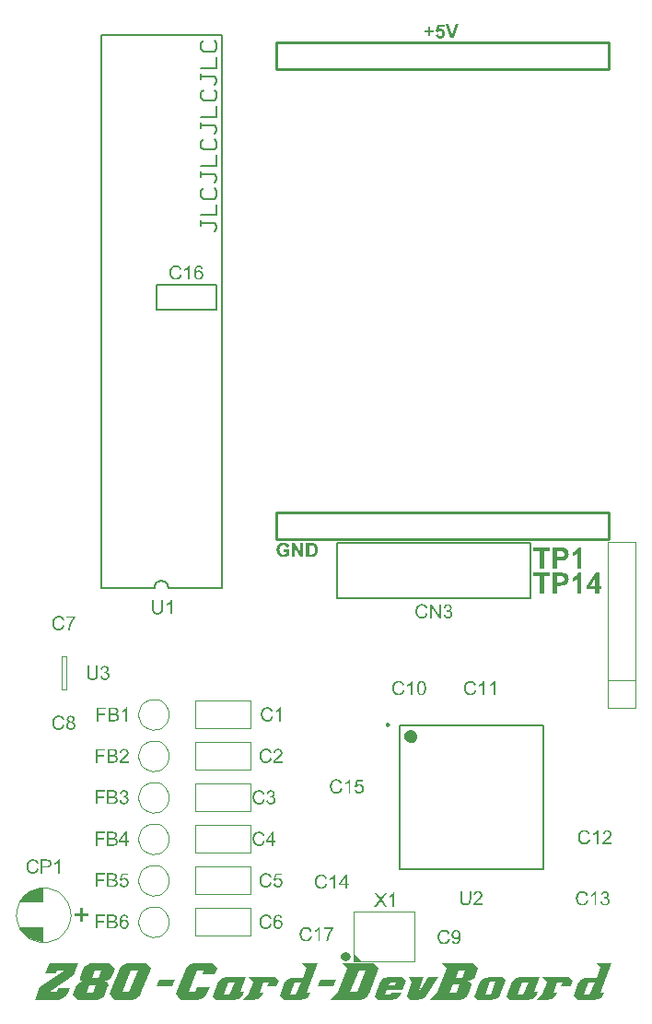
<source format=gto>
G04*
G04 #@! TF.GenerationSoftware,Altium Limited,Altium Designer,21.1.1 (26)*
G04*
G04 Layer_Color=65535*
%FSLAX25Y25*%
%MOIN*%
G70*
G04*
G04 #@! TF.SameCoordinates,A5F47C6F-2453-4AC6-896B-71FEB3B9F667*
G04*
G04*
G04 #@! TF.FilePolarity,Positive*
G04*
G01*
G75*
%ADD10C,0.00394*%
%ADD11C,0.01968*%
%ADD12C,0.00984*%
%ADD13C,0.02362*%
%ADD14C,0.00787*%
%ADD15C,0.00591*%
G36*
X12479Y69500D02*
Y74800D01*
X10479Y74600D01*
X9979Y74300D01*
X8879D01*
X8179Y73600D01*
X7479Y73500D01*
X7379Y73400D01*
X6379Y72400D01*
X5979D01*
Y72300D01*
X5079Y71400D01*
Y71200D01*
X3979Y70100D01*
Y69700D01*
X3779Y69500D01*
X12479D01*
D02*
G37*
G36*
Y60500D02*
Y55200D01*
X10479Y55400D01*
X9979Y55700D01*
X8879D01*
X8179Y56400D01*
X7479Y56500D01*
X7379Y56600D01*
X6379Y57600D01*
X5979D01*
Y57700D01*
X5079Y58600D01*
Y58800D01*
X3979Y59900D01*
Y60300D01*
X3779Y60500D01*
X12479D01*
D02*
G37*
G36*
X125000Y51331D02*
X128000Y48331D01*
X125000Y48331D01*
X125000Y51331D01*
D02*
G37*
G36*
X161125Y382025D02*
X160029D01*
X158231Y387063D01*
X159331D01*
X160608Y383335D01*
X161839Y387063D01*
X162920D01*
X161125Y382025D01*
D02*
G37*
G36*
X152699Y384959D02*
X154020D01*
Y384056D01*
X152699D01*
Y382749D01*
X151818D01*
Y384056D01*
X150500D01*
Y384959D01*
X151818D01*
Y386265D01*
X152699D01*
Y384959D01*
D02*
G37*
G36*
X157795Y386094D02*
X155975D01*
X155818Y385235D01*
X155822Y385239D01*
X155833Y385243D01*
X155851Y385250D01*
X155873Y385261D01*
X155905Y385272D01*
X155938Y385286D01*
X155978Y385301D01*
X156022Y385319D01*
X156069Y385334D01*
X156124Y385348D01*
X156233Y385374D01*
X156357Y385392D01*
X156419Y385399D01*
X156510D01*
X156542Y385395D01*
X156586Y385392D01*
X156644Y385384D01*
X156706Y385374D01*
X156779Y385359D01*
X156855Y385341D01*
X156939Y385315D01*
X157027Y385286D01*
X157117Y385246D01*
X157209Y385203D01*
X157303Y385148D01*
X157394Y385086D01*
X157482Y385013D01*
X157569Y384929D01*
X157572Y384926D01*
X157587Y384908D01*
X157609Y384882D01*
X157638Y384846D01*
X157674Y384799D01*
X157711Y384740D01*
X157751Y384675D01*
X157795Y384602D01*
X157835Y384518D01*
X157875Y384427D01*
X157915Y384325D01*
X157947Y384220D01*
X157977Y384103D01*
X157998Y383980D01*
X158013Y383852D01*
X158017Y383714D01*
Y383706D01*
Y383685D01*
X158013Y383652D01*
X158009Y383608D01*
X158006Y383554D01*
X157998Y383492D01*
X157987Y383419D01*
X157973Y383343D01*
X157951Y383259D01*
X157929Y383168D01*
X157900Y383077D01*
X157864Y382982D01*
X157820Y382888D01*
X157773Y382793D01*
X157718Y382698D01*
X157653Y382604D01*
X157645Y382596D01*
X157631Y382574D01*
X157602Y382542D01*
X157562Y382498D01*
X157514Y382451D01*
X157452Y382392D01*
X157380Y382334D01*
X157299Y382272D01*
X157209Y382207D01*
X157107Y382149D01*
X156994Y382090D01*
X156874Y382043D01*
X156743Y381999D01*
X156601Y381967D01*
X156451Y381945D01*
X156371Y381941D01*
X156291Y381937D01*
X156262D01*
X156226Y381941D01*
X156175Y381945D01*
X156116Y381948D01*
X156047Y381956D01*
X155971Y381970D01*
X155887Y381985D01*
X155800Y382003D01*
X155709Y382028D01*
X155614Y382058D01*
X155520Y382094D01*
X155425Y382138D01*
X155330Y382185D01*
X155239Y382243D01*
X155156Y382309D01*
X155152Y382312D01*
X155137Y382327D01*
X155115Y382349D01*
X155086Y382378D01*
X155050Y382414D01*
X155014Y382462D01*
X154970Y382513D01*
X154926Y382574D01*
X154879Y382644D01*
X154835Y382720D01*
X154792Y382800D01*
X154748Y382891D01*
X154711Y382986D01*
X154679Y383091D01*
X154650Y383197D01*
X154631Y383313D01*
X155592Y383415D01*
Y383412D01*
X155596Y383401D01*
Y383383D01*
X155603Y383361D01*
X155607Y383335D01*
X155614Y383302D01*
X155636Y383230D01*
X155669Y383146D01*
X155712Y383059D01*
X155763Y382975D01*
X155796Y382935D01*
X155833Y382898D01*
X155836Y382895D01*
X155843Y382891D01*
X155854Y382880D01*
X155869Y382869D01*
X155887Y382855D01*
X155913Y382840D01*
X155967Y382804D01*
X156036Y382767D01*
X156116Y382738D01*
X156208Y382716D01*
X156255Y382713D01*
X156302Y382709D01*
X156331D01*
X156353Y382713D01*
X156379Y382716D01*
X156408Y382724D01*
X156481Y382738D01*
X156561Y382767D01*
X156601Y382789D01*
X156644Y382811D01*
X156688Y382840D01*
X156732Y382873D01*
X156772Y382909D01*
X156812Y382953D01*
X156815Y382957D01*
X156823Y382964D01*
X156830Y382979D01*
X156844Y383000D01*
X156859Y383026D01*
X156877Y383059D01*
X156899Y383095D01*
X156917Y383139D01*
X156936Y383190D01*
X156957Y383244D01*
X156976Y383306D01*
X156990Y383372D01*
X157005Y383444D01*
X157016Y383524D01*
X157019Y383608D01*
X157023Y383699D01*
Y383703D01*
Y383721D01*
Y383743D01*
X157019Y383776D01*
X157016Y383816D01*
X157012Y383859D01*
X157005Y383907D01*
X156997Y383961D01*
X156972Y384074D01*
X156954Y384132D01*
X156936Y384191D01*
X156910Y384249D01*
X156881Y384300D01*
X156848Y384351D01*
X156812Y384398D01*
X156808Y384402D01*
X156801Y384409D01*
X156790Y384420D01*
X156775Y384435D01*
X156754Y384453D01*
X156728Y384471D01*
X156699Y384493D01*
X156666Y384515D01*
X156630Y384536D01*
X156590Y384558D01*
X156499Y384595D01*
X156444Y384609D01*
X156393Y384620D01*
X156335Y384627D01*
X156273Y384631D01*
X156255D01*
X156233Y384627D01*
X156204Y384624D01*
X156167Y384620D01*
X156124Y384613D01*
X156077Y384602D01*
X156026Y384584D01*
X155967Y384565D01*
X155909Y384540D01*
X155847Y384511D01*
X155782Y384474D01*
X155720Y384435D01*
X155654Y384384D01*
X155589Y384329D01*
X155527Y384263D01*
X154748Y384376D01*
X155243Y386997D01*
X157795D01*
Y386094D01*
D02*
G37*
G36*
X99617Y199601D02*
X99646D01*
X99679Y199597D01*
X99759Y199593D01*
X99850Y199583D01*
X99952Y199572D01*
X100061Y199554D01*
X100174Y199535D01*
X100294Y199506D01*
X100418Y199477D01*
X100538Y199437D01*
X100658Y199393D01*
X100775Y199339D01*
X100887Y199277D01*
X100989Y199208D01*
X100996Y199204D01*
X101011Y199189D01*
X101040Y199168D01*
X101073Y199135D01*
X101117Y199095D01*
X101164Y199048D01*
X101218Y198989D01*
X101273Y198924D01*
X101331Y198851D01*
X101386Y198771D01*
X101444Y198680D01*
X101499Y198585D01*
X101550Y198480D01*
X101597Y198367D01*
X101637Y198250D01*
X101670Y198123D01*
X100662Y197934D01*
Y197937D01*
X100658Y197948D01*
X100651Y197970D01*
X100640Y197995D01*
X100629Y198025D01*
X100611Y198061D01*
X100593Y198101D01*
X100571Y198145D01*
X100545Y198188D01*
X100516Y198236D01*
X100483Y198287D01*
X100447Y198334D01*
X100403Y198381D01*
X100359Y198429D01*
X100312Y198476D01*
X100258Y198516D01*
X100254Y198520D01*
X100243Y198527D01*
X100229Y198538D01*
X100207Y198549D01*
X100178Y198567D01*
X100141Y198585D01*
X100101Y198603D01*
X100057Y198625D01*
X100006Y198647D01*
X99952Y198665D01*
X99890Y198684D01*
X99824Y198702D01*
X99759Y198713D01*
X99682Y198723D01*
X99606Y198731D01*
X99526Y198734D01*
X99497D01*
X99460Y198731D01*
X99417Y198727D01*
X99358Y198720D01*
X99293Y198713D01*
X99224Y198698D01*
X99144Y198680D01*
X99060Y198658D01*
X98976Y198629D01*
X98885Y198596D01*
X98798Y198556D01*
X98711Y198505D01*
X98627Y198451D01*
X98543Y198385D01*
X98467Y198309D01*
X98463Y198305D01*
X98448Y198290D01*
X98430Y198265D01*
X98405Y198229D01*
X98376Y198185D01*
X98343Y198130D01*
X98307Y198068D01*
X98270Y197995D01*
X98234Y197912D01*
X98197Y197817D01*
X98165Y197715D01*
X98136Y197602D01*
X98110Y197479D01*
X98092Y197348D01*
X98077Y197206D01*
X98074Y197056D01*
Y197053D01*
Y197046D01*
Y197035D01*
Y197016D01*
Y196994D01*
X98077Y196973D01*
Y196944D01*
X98081Y196911D01*
X98084Y196834D01*
X98095Y196751D01*
X98106Y196656D01*
X98124Y196554D01*
X98143Y196445D01*
X98172Y196336D01*
X98201Y196223D01*
X98241Y196114D01*
X98285Y196004D01*
X98339Y195899D01*
X98401Y195801D01*
X98470Y195713D01*
X98474Y195710D01*
X98488Y195695D01*
X98510Y195673D01*
X98543Y195644D01*
X98583Y195611D01*
X98630Y195571D01*
X98689Y195531D01*
X98751Y195491D01*
X98823Y195448D01*
X98900Y195407D01*
X98987Y195371D01*
X99082Y195335D01*
X99180Y195306D01*
X99286Y195284D01*
X99398Y195269D01*
X99515Y195265D01*
X99548D01*
X99570Y195269D01*
X99599D01*
X99635Y195273D01*
X99672Y195276D01*
X99715Y195280D01*
X99762Y195287D01*
X99813Y195295D01*
X99919Y195317D01*
X100036Y195349D01*
X100156Y195389D01*
X100159D01*
X100170Y195397D01*
X100188Y195400D01*
X100210Y195411D01*
X100236Y195422D01*
X100268Y195437D01*
X100305Y195455D01*
X100345Y195473D01*
X100432Y195517D01*
X100523Y195568D01*
X100618Y195626D01*
X100709Y195691D01*
Y196332D01*
X99544D01*
Y197184D01*
X101735D01*
Y195175D01*
X101732Y195171D01*
X101721Y195160D01*
X101703Y195145D01*
X101677Y195124D01*
X101644Y195095D01*
X101601Y195065D01*
X101553Y195029D01*
X101499Y194989D01*
X101437Y194949D01*
X101368Y194905D01*
X101291Y194861D01*
X101208Y194814D01*
X101120Y194767D01*
X101022Y194720D01*
X100916Y194672D01*
X100807Y194629D01*
X100800Y194625D01*
X100782Y194618D01*
X100749Y194607D01*
X100702Y194592D01*
X100647Y194574D01*
X100582Y194556D01*
X100509Y194534D01*
X100429Y194512D01*
X100338Y194490D01*
X100243Y194468D01*
X100141Y194450D01*
X100036Y194432D01*
X99926Y194417D01*
X99813Y194406D01*
X99697Y194399D01*
X99581Y194396D01*
X99526D01*
X99504Y194399D01*
X99449D01*
X99380Y194406D01*
X99300Y194414D01*
X99209Y194425D01*
X99111Y194436D01*
X99005Y194454D01*
X98896Y194476D01*
X98783Y194505D01*
X98667Y194534D01*
X98547Y194574D01*
X98430Y194618D01*
X98314Y194669D01*
X98201Y194727D01*
X98194Y194730D01*
X98176Y194741D01*
X98146Y194763D01*
X98106Y194789D01*
X98055Y194822D01*
X98001Y194865D01*
X97939Y194913D01*
X97870Y194971D01*
X97801Y195033D01*
X97728Y195102D01*
X97655Y195182D01*
X97582Y195265D01*
X97509Y195357D01*
X97444Y195455D01*
X97378Y195560D01*
X97320Y195673D01*
X97316Y195680D01*
X97309Y195702D01*
X97295Y195735D01*
X97273Y195782D01*
X97251Y195841D01*
X97225Y195906D01*
X97200Y195986D01*
X97175Y196074D01*
X97145Y196168D01*
X97120Y196274D01*
X97094Y196383D01*
X97073Y196500D01*
X97054Y196623D01*
X97040Y196751D01*
X97029Y196882D01*
X97025Y197016D01*
Y197020D01*
Y197024D01*
Y197038D01*
Y197053D01*
Y197071D01*
X97029Y197093D01*
Y197147D01*
X97036Y197217D01*
X97044Y197297D01*
X97054Y197388D01*
X97065Y197486D01*
X97083Y197591D01*
X97105Y197704D01*
X97131Y197821D01*
X97164Y197937D01*
X97200Y198057D01*
X97244Y198178D01*
X97295Y198298D01*
X97353Y198414D01*
X97356Y198421D01*
X97367Y198440D01*
X97389Y198472D01*
X97415Y198516D01*
X97448Y198567D01*
X97491Y198625D01*
X97542Y198691D01*
X97597Y198760D01*
X97662Y198836D01*
X97735Y198913D01*
X97812Y198989D01*
X97899Y199069D01*
X97993Y199146D01*
X98095Y199219D01*
X98201Y199288D01*
X98317Y199353D01*
X98325Y199357D01*
X98339Y199364D01*
X98368Y199375D01*
X98405Y199393D01*
X98452Y199411D01*
X98510Y199433D01*
X98576Y199455D01*
X98649Y199481D01*
X98732Y199503D01*
X98827Y199524D01*
X98925Y199546D01*
X99031Y199564D01*
X99144Y199583D01*
X99268Y199593D01*
X99395Y199601D01*
X99526Y199604D01*
X99588D01*
X99617Y199601D01*
D02*
G37*
G36*
X106678Y194483D02*
X105659D01*
X103625Y197781D01*
Y194483D01*
X102682D01*
Y199521D01*
X103668D01*
X105736Y196146D01*
Y199521D01*
X106678D01*
Y194483D01*
D02*
G37*
G36*
X109765Y199517D02*
X109827D01*
X109893Y199513D01*
X109966Y199510D01*
X110042Y199503D01*
X110118Y199495D01*
X110278Y199481D01*
X110355Y199470D01*
X110431Y199455D01*
X110501Y199441D01*
X110566Y199422D01*
X110570D01*
X110584Y199415D01*
X110610Y199408D01*
X110639Y199397D01*
X110679Y199382D01*
X110723Y199364D01*
X110774Y199342D01*
X110828Y199317D01*
X110886Y199284D01*
X110948Y199251D01*
X111010Y199211D01*
X111076Y199171D01*
X111137Y199124D01*
X111203Y199073D01*
X111265Y199018D01*
X111327Y198957D01*
X111330Y198953D01*
X111341Y198942D01*
X111356Y198924D01*
X111378Y198898D01*
X111407Y198865D01*
X111436Y198826D01*
X111469Y198782D01*
X111505Y198731D01*
X111545Y198673D01*
X111582Y198611D01*
X111622Y198545D01*
X111662Y198472D01*
X111702Y198396D01*
X111738Y198316D01*
X111775Y198229D01*
X111807Y198141D01*
X111811Y198137D01*
X111815Y198119D01*
X111822Y198094D01*
X111833Y198054D01*
X111847Y198006D01*
X111862Y197952D01*
X111876Y197886D01*
X111891Y197813D01*
X111906Y197730D01*
X111920Y197639D01*
X111935Y197540D01*
X111949Y197435D01*
X111960Y197326D01*
X111968Y197206D01*
X111975Y197082D01*
Y196951D01*
Y196944D01*
Y196922D01*
Y196889D01*
X111971Y196845D01*
Y196794D01*
X111968Y196729D01*
X111960Y196660D01*
X111957Y196583D01*
X111946Y196503D01*
X111938Y196416D01*
X111909Y196237D01*
X111869Y196055D01*
X111847Y195968D01*
X111818Y195881D01*
X111815Y195873D01*
X111811Y195855D01*
X111800Y195826D01*
X111782Y195790D01*
X111764Y195742D01*
X111742Y195688D01*
X111713Y195630D01*
X111680Y195564D01*
X111644Y195495D01*
X111603Y195422D01*
X111560Y195349D01*
X111512Y195273D01*
X111458Y195200D01*
X111403Y195127D01*
X111345Y195054D01*
X111279Y194989D01*
X111276Y194985D01*
X111269Y194978D01*
X111250Y194963D01*
X111232Y194945D01*
X111203Y194923D01*
X111170Y194902D01*
X111134Y194872D01*
X111090Y194843D01*
X111043Y194810D01*
X110988Y194778D01*
X110930Y194745D01*
X110868Y194712D01*
X110799Y194679D01*
X110726Y194647D01*
X110650Y194618D01*
X110566Y194588D01*
X110562D01*
X110552Y194585D01*
X110530Y194578D01*
X110504Y194574D01*
X110471Y194563D01*
X110428Y194556D01*
X110380Y194545D01*
X110326Y194537D01*
X110264Y194527D01*
X110198Y194516D01*
X110122Y194508D01*
X110042Y194501D01*
X109955Y194494D01*
X109863Y194487D01*
X109765Y194483D01*
X107752D01*
Y199521D01*
X109711D01*
X109765Y199517D01*
D02*
G37*
G36*
X75439Y45557D02*
X74597Y43459D01*
X70193D01*
X70728Y44836D01*
X68302D01*
X65176Y37043D01*
X67613D01*
X68335Y38846D01*
X72761D01*
X71909Y36737D01*
Y36726D01*
X71887Y36693D01*
X71865Y36649D01*
X71832Y36584D01*
X71788Y36496D01*
X71745Y36398D01*
X71679Y36300D01*
X71602Y36179D01*
X71515Y36048D01*
X71428Y35917D01*
X71318Y35786D01*
X71198Y35644D01*
X71078Y35502D01*
X70936Y35360D01*
X70783Y35218D01*
X70619Y35086D01*
X70608Y35076D01*
X70575Y35054D01*
X70521Y35021D01*
X70455Y34966D01*
X70367Y34912D01*
X70258Y34846D01*
X70138Y34780D01*
X70007Y34715D01*
X69865Y34638D01*
X69701Y34573D01*
X69362Y34453D01*
X69187Y34398D01*
X69001Y34365D01*
X68815Y34343D01*
X68619Y34332D01*
X62170D01*
X60509Y36398D01*
X64192Y45623D01*
Y45634D01*
X64214Y45656D01*
X64236Y45699D01*
X64258Y45765D01*
X64301Y45842D01*
X64356Y45918D01*
X64421Y46016D01*
X64498Y46115D01*
X64596Y46224D01*
X64706Y46344D01*
X64826Y46454D01*
X64957Y46574D01*
X65121Y46694D01*
X65285Y46814D01*
X65482Y46935D01*
X65689Y47044D01*
X65700Y47055D01*
X65733Y47066D01*
X65799Y47087D01*
X65875Y47120D01*
X65963Y47164D01*
X66072Y47208D01*
X66203Y47251D01*
X66345Y47306D01*
X66498Y47350D01*
X66662Y47394D01*
X67023Y47481D01*
X67395Y47536D01*
X67591Y47558D01*
X73778D01*
X75439Y45557D01*
D02*
G37*
G36*
X204205Y41032D02*
X203440Y39251D01*
X200052D01*
X200598Y40639D01*
X198609D01*
X197188Y36988D01*
X198511D01*
X198216Y36256D01*
X198205Y36234D01*
X198183Y36169D01*
X198128Y36081D01*
X198063Y35961D01*
X197964Y35808D01*
X197855Y35644D01*
X197724Y35469D01*
X197560Y35294D01*
X197374Y35119D01*
X197166Y34944D01*
X196926Y34780D01*
X196664Y34638D01*
X196379Y34507D01*
X196062Y34420D01*
X195713Y34354D01*
X195527Y34343D01*
X195330Y34332D01*
X191067D01*
X193232Y36387D01*
X194827Y40519D01*
X193406Y42377D01*
X202828D01*
X204205Y41032D01*
D02*
G37*
G36*
X97846Y41032D02*
X97080Y39251D01*
X93692Y39251D01*
X94239Y40639D01*
X92249D01*
X90828Y36988D01*
X92151D01*
X91856Y36256D01*
X91845Y36234D01*
X91823Y36169D01*
X91768Y36081D01*
X91703Y35961D01*
X91604Y35808D01*
X91495Y35644D01*
X91364Y35469D01*
X91200Y35294D01*
X91014Y35119D01*
X90807Y34944D01*
X90566Y34780D01*
X90304Y34638D01*
X90020Y34507D01*
X89703Y34420D01*
X89353Y34354D01*
X89167Y34343D01*
X88970Y34332D01*
X84708D01*
X86872Y36387D01*
X88468Y40519D01*
X87047Y42377D01*
X96468Y42377D01*
X97846Y41032D01*
D02*
G37*
G36*
X117563Y39120D02*
X111934D01*
X112918Y41601D01*
X118558D01*
X117563Y39120D01*
D02*
G37*
G36*
X59109Y39120D02*
X53481D01*
X54464Y41601D01*
X60104D01*
X59109Y39120D01*
D02*
G37*
G36*
X151228Y35786D02*
X151217Y35775D01*
X151184Y35720D01*
X151118Y35655D01*
X151042Y35556D01*
X150933Y35447D01*
X150812Y35327D01*
X150659Y35196D01*
X150484Y35065D01*
X150277Y34923D01*
X150058Y34791D01*
X149818Y34671D01*
X149544Y34562D01*
X149249Y34463D01*
X148932Y34398D01*
X148593Y34354D01*
X148233Y34332D01*
X145719D01*
X144221Y35578D01*
X146014Y40486D01*
X144812Y42377D01*
X150102D01*
X147970Y35961D01*
X152047Y42377D01*
X155720Y42377D01*
X151228Y35786D01*
D02*
G37*
G36*
X214228Y36868D02*
X215583D01*
X215288Y36147D01*
X215277Y36125D01*
X215255Y36070D01*
X215201Y35983D01*
X215135Y35862D01*
X215048Y35731D01*
X214938Y35578D01*
X214796Y35414D01*
X214633Y35239D01*
X214447Y35076D01*
X214228Y34912D01*
X213988Y34758D01*
X213703Y34616D01*
X213397Y34496D01*
X213059Y34409D01*
X212687Y34354D01*
X212283Y34332D01*
X205998Y34332D01*
X204468Y35699D01*
X206391Y40562D01*
Y40573D01*
X206402Y40595D01*
X206424Y40628D01*
X206446Y40683D01*
X206479Y40737D01*
X206522Y40814D01*
X206643Y40978D01*
X206796Y41164D01*
X206883Y41262D01*
X206981Y41360D01*
X207102Y41469D01*
X207222Y41568D01*
X207364Y41666D01*
X207517Y41765D01*
X207528Y41776D01*
X207550Y41787D01*
X207594Y41808D01*
X207648Y41841D01*
X207725Y41874D01*
X207812Y41918D01*
X207900Y41961D01*
X208009Y42005D01*
X208239Y42093D01*
X208490Y42169D01*
X208763Y42224D01*
X208905Y42246D01*
X212829Y42246D01*
X214130Y45798D01*
X212764Y47558D01*
X218382D01*
X214228Y36868D01*
D02*
G37*
G36*
X190248Y37032D02*
X191570D01*
X191253Y36311D01*
X191242Y36289D01*
X191209Y36223D01*
X191166Y36125D01*
X191089Y36005D01*
X190991Y35851D01*
X190871Y35688D01*
X190718Y35502D01*
X190554Y35327D01*
X190357Y35141D01*
X190138Y34955D01*
X189887Y34791D01*
X189603Y34638D01*
X189297Y34518D01*
X188969Y34420D01*
X188597Y34354D01*
X188411Y34343D01*
X188204Y34332D01*
X181558D01*
X180290Y35578D01*
X182334Y40683D01*
Y40694D01*
X182345Y40715D01*
X182367Y40759D01*
X182400Y40814D01*
X182433Y40879D01*
X182476Y40956D01*
X182597Y41131D01*
X182761Y41328D01*
X182859Y41437D01*
X182957Y41546D01*
X183078Y41644D01*
X183209Y41743D01*
X183351Y41841D01*
X183504Y41939D01*
X183515D01*
X183537Y41961D01*
X183580Y41983D01*
X183635Y42005D01*
X183701Y42038D01*
X183788Y42082D01*
X183876Y42114D01*
X183985Y42158D01*
X184214Y42235D01*
X184466Y42311D01*
X184739Y42355D01*
X185023Y42377D01*
X192368D01*
X190248Y37032D01*
D02*
G37*
G36*
X180072Y41153D02*
X178050Y36158D01*
X178039Y36136D01*
X178017Y36081D01*
X177962Y35994D01*
X177897Y35873D01*
X177798Y35731D01*
X177678Y35578D01*
X177536Y35414D01*
X177350Y35250D01*
X177143Y35076D01*
X176902Y34912D01*
X176629Y34758D01*
X176312Y34616D01*
X175962Y34496D01*
X175569Y34409D01*
X175350Y34376D01*
X175131Y34354D01*
X174891Y34343D01*
X174651Y34332D01*
X169874D01*
X168672Y35611D01*
X168683Y35633D01*
X168705Y35688D01*
X168737Y35786D01*
X168781Y35928D01*
X168847Y36103D01*
X168923Y36321D01*
X169022Y36573D01*
X169131Y36868D01*
X169251Y37196D01*
X169382Y37557D01*
X169535Y37961D01*
X169710Y38409D01*
X169885Y38879D01*
X170082Y39404D01*
X170300Y39950D01*
X170530Y40541D01*
X170541Y40562D01*
X170563Y40617D01*
X170617Y40715D01*
X170683Y40825D01*
X170781Y40967D01*
X170902Y41120D01*
X171055Y41284D01*
X171230Y41459D01*
X171437Y41633D01*
X171688Y41797D01*
X171962Y41951D01*
X172279Y42093D01*
X172628Y42213D01*
X173022Y42300D01*
X173241Y42333D01*
X173459Y42355D01*
X173700Y42377D01*
X178815D01*
X180072Y41153D01*
D02*
G37*
G36*
X170016Y45503D02*
X168923Y42705D01*
Y42694D01*
X168912Y42672D01*
X168891Y42628D01*
X168858Y42573D01*
X168825Y42508D01*
X168781Y42431D01*
X168672Y42267D01*
X168508Y42082D01*
X168421Y41983D01*
X168311Y41885D01*
X168202Y41787D01*
X168071Y41699D01*
X167940Y41623D01*
X167787Y41546D01*
X167776D01*
X167765Y41535D01*
X167721Y41524D01*
X167677Y41502D01*
X167612Y41491D01*
X167535Y41459D01*
X167448Y41437D01*
X167349Y41415D01*
X167229Y41382D01*
X167087Y41349D01*
X166945Y41317D01*
X166781Y41284D01*
X166606Y41262D01*
X166409Y41229D01*
X166202Y41196D01*
X165983Y41174D01*
X166005D01*
X166060Y41153D01*
X166147Y41131D01*
X166256Y41098D01*
X166387Y41043D01*
X166530Y40989D01*
X166683Y40912D01*
X166836Y40814D01*
X167000Y40705D01*
X167153Y40584D01*
X167284Y40442D01*
X167404Y40278D01*
X167513Y40092D01*
X167579Y39885D01*
X167623Y39666D01*
Y39415D01*
X166519Y36639D01*
Y36628D01*
X166497Y36595D01*
X166475Y36551D01*
X166453Y36485D01*
X166409Y36409D01*
X166366Y36321D01*
X166300Y36212D01*
X166235Y36103D01*
X166081Y35862D01*
X165885Y35600D01*
X165655Y35327D01*
X165393Y35076D01*
X165382Y35065D01*
X165349Y35043D01*
X165305Y35010D01*
X165240Y34955D01*
X165163Y34901D01*
X165076Y34846D01*
X164967Y34769D01*
X164846Y34704D01*
X164584Y34573D01*
X164278Y34453D01*
X164114Y34398D01*
X163950Y34365D01*
X163786Y34343D01*
X163611Y34332D01*
X152506Y34332D01*
X155261Y37076D01*
X158616Y45514D01*
X156813Y47558D01*
X168169D01*
X170016Y45503D01*
D02*
G37*
G36*
X143839Y41032D02*
X142462Y37753D01*
X137019D01*
X136385Y36147D01*
X138396D01*
X138745Y37010D01*
X142189D01*
X141904Y36311D01*
X141893Y36289D01*
X141861Y36223D01*
X141817Y36125D01*
X141740Y36004D01*
X141642Y35851D01*
X141522Y35688D01*
X141380Y35502D01*
X141216Y35327D01*
X141019Y35141D01*
X140800Y34955D01*
X140560Y34791D01*
X140287Y34638D01*
X139981Y34518D01*
X139653Y34420D01*
X139292Y34354D01*
X139095Y34343D01*
X138899Y34332D01*
X133827D01*
X132526Y35578D01*
X134483Y40683D01*
Y40694D01*
X134505Y40715D01*
X134516Y40759D01*
X134548Y40825D01*
X134592Y40890D01*
X134636Y40978D01*
X134756Y41164D01*
X134920Y41371D01*
X135128Y41590D01*
X135237Y41699D01*
X135368Y41808D01*
X135510Y41907D01*
X135663Y41994D01*
X135674D01*
X135696Y42016D01*
X135729Y42027D01*
X135784Y42060D01*
X135849Y42082D01*
X135926Y42114D01*
X136013Y42147D01*
X136111Y42191D01*
X136330Y42257D01*
X136581Y42322D01*
X136855Y42366D01*
X137150Y42377D01*
X142473D01*
X143839Y41032D01*
D02*
G37*
G36*
X134002Y45503D02*
X130472Y36639D01*
Y36628D01*
X130461Y36595D01*
X130439Y36551D01*
X130406Y36485D01*
X130362Y36409D01*
X130318Y36321D01*
X130264Y36223D01*
X130198Y36114D01*
X130045Y35873D01*
X129849Y35611D01*
X129619Y35338D01*
X129346Y35076D01*
X129335Y35065D01*
X129302Y35043D01*
X129258Y35010D01*
X129193Y34955D01*
X129116Y34901D01*
X129029Y34846D01*
X128919Y34769D01*
X128799Y34704D01*
X128537Y34573D01*
X128231Y34453D01*
X128067Y34398D01*
X127903Y34365D01*
X127739Y34343D01*
X127564Y34332D01*
X116492D01*
X119246Y37076D01*
X122602Y45514D01*
X120799Y47558D01*
X132155D01*
X134002Y45503D01*
D02*
G37*
G36*
X107868Y36868D02*
X109224D01*
X108929Y36147D01*
X108918Y36125D01*
X108896Y36070D01*
X108841Y35983D01*
X108775Y35862D01*
X108688Y35731D01*
X108579Y35578D01*
X108437Y35414D01*
X108273Y35239D01*
X108087Y35076D01*
X107868Y34912D01*
X107628Y34758D01*
X107344Y34616D01*
X107038Y34496D01*
X106699Y34409D01*
X106327Y34354D01*
X105923Y34332D01*
X99638D01*
X98108Y35699D01*
X100031Y40562D01*
Y40573D01*
X100042Y40595D01*
X100064Y40628D01*
X100086Y40683D01*
X100119Y40737D01*
X100163Y40814D01*
X100283Y40978D01*
X100436Y41164D01*
X100523Y41262D01*
X100622Y41360D01*
X100742Y41469D01*
X100862Y41568D01*
X101004Y41666D01*
X101157Y41765D01*
X101168Y41776D01*
X101190Y41787D01*
X101234Y41808D01*
X101288Y41841D01*
X101365Y41874D01*
X101452Y41918D01*
X101540Y41961D01*
X101649Y42005D01*
X101879Y42092D01*
X102130Y42169D01*
X102403Y42224D01*
X102545Y42246D01*
X106469D01*
X107770Y45798D01*
X106404Y47558D01*
X112022D01*
X107868Y36868D01*
D02*
G37*
G36*
X83888Y37032D02*
X85210D01*
X84893Y36311D01*
X84882Y36289D01*
X84850Y36223D01*
X84806Y36125D01*
X84729Y36004D01*
X84631Y35851D01*
X84511Y35688D01*
X84358Y35502D01*
X84194Y35327D01*
X83997Y35141D01*
X83779Y34955D01*
X83527Y34791D01*
X83243Y34638D01*
X82937Y34518D01*
X82609Y34420D01*
X82237Y34354D01*
X82052Y34343D01*
X81844Y34332D01*
X75199D01*
X73931Y35578D01*
X75975Y40683D01*
Y40694D01*
X75985Y40715D01*
X76007Y40759D01*
X76040Y40814D01*
X76073Y40879D01*
X76117Y40956D01*
X76237Y41131D01*
X76401Y41327D01*
X76499Y41437D01*
X76597Y41546D01*
X76718Y41644D01*
X76849Y41743D01*
X76991Y41841D01*
X77144Y41939D01*
X77155D01*
X77177Y41961D01*
X77221Y41983D01*
X77275Y42005D01*
X77341Y42038D01*
X77428Y42082D01*
X77516Y42114D01*
X77625Y42158D01*
X77855Y42235D01*
X78106Y42311D01*
X78379Y42355D01*
X78663Y42377D01*
X86008D01*
X83888Y37032D01*
D02*
G37*
G36*
X51568Y45546D02*
X48016Y36737D01*
Y36726D01*
X47994Y36693D01*
X47972Y36649D01*
X47939Y36584D01*
X47895Y36496D01*
X47852Y36398D01*
X47786Y36300D01*
X47710Y36179D01*
X47535Y35917D01*
X47436Y35786D01*
X47316Y35644D01*
X47185Y35502D01*
X47054Y35360D01*
X46901Y35218D01*
X46737Y35086D01*
X46726Y35076D01*
X46693Y35054D01*
X46638Y35021D01*
X46573Y34966D01*
X46474Y34912D01*
X46376Y34846D01*
X46256Y34780D01*
X46114Y34715D01*
X45972Y34638D01*
X45819Y34573D01*
X45469Y34453D01*
X45294Y34398D01*
X45108Y34365D01*
X44922Y34343D01*
X44726Y34332D01*
X38277D01*
X36616Y36398D01*
X40299Y45623D01*
Y45634D01*
X40321Y45656D01*
X40332Y45699D01*
X40365Y45765D01*
X40408Y45842D01*
X40463Y45918D01*
X40529Y46016D01*
X40605Y46115D01*
X40703Y46224D01*
X40802Y46344D01*
X40933Y46454D01*
X41064Y46574D01*
X41217Y46694D01*
X41392Y46814D01*
X41578Y46935D01*
X41785Y47044D01*
X41796Y47055D01*
X41829Y47066D01*
X41895Y47087D01*
X41971Y47120D01*
X42059Y47164D01*
X42179Y47208D01*
X42310Y47251D01*
X42452Y47306D01*
X42605Y47350D01*
X42769Y47394D01*
X43119Y47481D01*
X43501Y47536D01*
X43698Y47558D01*
X49885D01*
X51568Y45546D01*
D02*
G37*
G36*
X38594Y45634D02*
Y45623D01*
X38583Y45601D01*
X38572Y45568D01*
X38550Y45514D01*
X38517Y45448D01*
X38485Y45361D01*
X38452Y45251D01*
X38397Y45131D01*
X38342Y44989D01*
X38277Y44825D01*
X38201Y44639D01*
X38124Y44431D01*
X38026Y44191D01*
X37927Y43940D01*
X37807Y43655D01*
X37687Y43349D01*
Y43339D01*
X37676Y43306D01*
X37654Y43262D01*
X37621Y43196D01*
X37577Y43120D01*
X37534Y43033D01*
X37479Y42934D01*
X37413Y42825D01*
X37260Y42584D01*
X37064Y42322D01*
X36834Y42049D01*
X36561Y41787D01*
X36550Y41776D01*
X36517Y41754D01*
X36474Y41721D01*
X36408Y41666D01*
X36331Y41612D01*
X36244Y41557D01*
X36135Y41480D01*
X36014Y41415D01*
X35752Y41284D01*
X35446Y41164D01*
X35282Y41109D01*
X35118Y41076D01*
X34954Y41054D01*
X34779Y41043D01*
X34790D01*
X34812Y41032D01*
X34856Y41021D01*
X34911Y40999D01*
X34987Y40978D01*
X35063Y40945D01*
X35238Y40868D01*
X35424Y40770D01*
X35610Y40661D01*
X35774Y40530D01*
X35851Y40453D01*
X35905Y40376D01*
X35916Y40366D01*
X35927Y40333D01*
X35960Y40278D01*
X35993Y40202D01*
X36025Y40114D01*
X36058Y39994D01*
X36080Y39852D01*
X36102Y39699D01*
Y39677D01*
Y39633D01*
X36113Y39568D01*
Y39480D01*
X36102Y39283D01*
X36091Y39196D01*
X36069Y39109D01*
X35053Y36639D01*
Y36628D01*
X35042Y36595D01*
X35020Y36551D01*
X34987Y36485D01*
X34954Y36409D01*
X34900Y36321D01*
X34845Y36223D01*
X34790Y36114D01*
X34637Y35873D01*
X34440Y35611D01*
X34211Y35338D01*
X33938Y35076D01*
X33927Y35065D01*
X33894Y35043D01*
X33850Y35010D01*
X33785Y34955D01*
X33708Y34901D01*
X33621Y34846D01*
X33511Y34769D01*
X33391Y34704D01*
X33118Y34573D01*
X32823Y34453D01*
X32659Y34398D01*
X32484Y34365D01*
X32320Y34343D01*
X32145Y34332D01*
X25401D01*
X23412Y36289D01*
X24549Y39371D01*
Y39382D01*
X24571Y39415D01*
X24593Y39469D01*
X24636Y39535D01*
X24702Y39622D01*
X24778Y39721D01*
X24866Y39830D01*
X24986Y39939D01*
X25128Y40071D01*
X25292Y40191D01*
X25489Y40322D01*
X25708Y40453D01*
X25959Y40573D01*
X26243Y40704D01*
X26560Y40814D01*
X26910Y40923D01*
X26888D01*
X26833Y40934D01*
X26735Y40956D01*
X26626Y40978D01*
X26494Y41021D01*
X26363Y41087D01*
X26232Y41164D01*
X26112Y41273D01*
X26101Y41284D01*
X26068Y41327D01*
X26013Y41404D01*
X25970Y41502D01*
X25915Y41622D01*
X25861Y41754D01*
X25828Y41918D01*
X25817Y42092D01*
Y42114D01*
Y42136D01*
X25828Y42180D01*
X25839Y42224D01*
X25850Y42289D01*
X25871Y42377D01*
X25893Y42475D01*
X25926Y42595D01*
X25970Y42737D01*
X26024Y42890D01*
X26090Y43076D01*
X26156Y43284D01*
X26243Y43513D01*
X26341Y43765D01*
X26451Y44049D01*
X26462Y44071D01*
X26473Y44115D01*
X26505Y44191D01*
X26549Y44289D01*
X26593Y44410D01*
X26647Y44552D01*
X26713Y44705D01*
X26779Y44858D01*
X26921Y45197D01*
X27063Y45514D01*
X27128Y45656D01*
X27194Y45787D01*
X27249Y45907D01*
X27303Y45994D01*
X27314Y46005D01*
X27325Y46027D01*
X27369Y46071D01*
X27413Y46137D01*
X27478Y46213D01*
X27566Y46301D01*
X27675Y46399D01*
X27795Y46497D01*
X27948Y46617D01*
X28123Y46738D01*
X28320Y46869D01*
X28538Y47000D01*
X28790Y47142D01*
X29074Y47284D01*
X29380Y47415D01*
X29719Y47558D01*
X36681D01*
X38594Y45634D01*
D02*
G37*
G36*
X23674Y43251D02*
X14788Y37076D01*
X17477D01*
X18056Y38398D01*
X22122D01*
Y38376D01*
X22111Y38333D01*
X22090Y38245D01*
X22057Y38136D01*
X22013Y38005D01*
X21959Y37841D01*
X21893Y37666D01*
X21805Y37469D01*
X21707Y37262D01*
X21598Y37043D01*
X21477Y36813D01*
X21336Y36573D01*
X21171Y36332D01*
X20997Y36092D01*
X20800Y35851D01*
X20581Y35611D01*
X20570Y35600D01*
X20527Y35556D01*
X20461Y35491D01*
X20363Y35414D01*
X20243Y35316D01*
X20111Y35207D01*
X19947Y35086D01*
X19772Y34977D01*
X19587Y34857D01*
X19379Y34737D01*
X19160Y34627D01*
X18931Y34529D01*
X18701Y34453D01*
X18450Y34387D01*
X18199Y34343D01*
X17947Y34332D01*
X9618D01*
X11367Y38693D01*
X20210Y44934D01*
X17696D01*
X17117Y43808D01*
X13247D01*
X14788Y47558D01*
X25358D01*
X23674Y43251D01*
D02*
G37*
G36*
X207406Y190256D02*
X205960D01*
Y195710D01*
X205949Y195699D01*
X205921Y195677D01*
X205878Y195639D01*
X205818Y195590D01*
X205741Y195530D01*
X205648Y195459D01*
X205545Y195377D01*
X205424Y195295D01*
X205293Y195208D01*
X205152Y195115D01*
X204999Y195022D01*
X204835Y194935D01*
X204660Y194848D01*
X204474Y194760D01*
X204283Y194684D01*
X204087Y194613D01*
Y195929D01*
X204092D01*
X204114Y195940D01*
X204141Y195950D01*
X204185Y195967D01*
X204240Y195989D01*
X204300Y196010D01*
X204371Y196043D01*
X204453Y196081D01*
X204540Y196131D01*
X204633Y196180D01*
X204736Y196234D01*
X204840Y196300D01*
X204955Y196371D01*
X205070Y196447D01*
X205190Y196535D01*
X205315Y196627D01*
X205321Y196633D01*
X205343Y196649D01*
X205381Y196682D01*
X205424Y196720D01*
X205479Y196769D01*
X205539Y196829D01*
X205605Y196895D01*
X205681Y196971D01*
X205752Y197059D01*
X205828Y197152D01*
X205905Y197250D01*
X205981Y197359D01*
X206052Y197468D01*
X206118Y197588D01*
X206178Y197714D01*
X206227Y197840D01*
X207406D01*
Y190256D01*
D02*
G37*
G36*
X199762Y197807D02*
X199888D01*
X200025Y197801D01*
X200172Y197796D01*
X200478Y197785D01*
X200631Y197774D01*
X200778Y197763D01*
X200915Y197752D01*
X201040Y197736D01*
X201149Y197720D01*
X201193Y197709D01*
X201237Y197698D01*
X201242D01*
X201264Y197687D01*
X201302Y197676D01*
X201346Y197665D01*
X201400Y197643D01*
X201466Y197616D01*
X201537Y197583D01*
X201619Y197539D01*
X201701Y197496D01*
X201788Y197441D01*
X201875Y197381D01*
X201968Y197316D01*
X202061Y197239D01*
X202154Y197152D01*
X202241Y197059D01*
X202323Y196955D01*
X202329Y196950D01*
X202345Y196928D01*
X202367Y196895D01*
X202394Y196851D01*
X202427Y196797D01*
X202465Y196726D01*
X202503Y196649D01*
X202547Y196556D01*
X202585Y196458D01*
X202624Y196349D01*
X202662Y196229D01*
X202695Y196098D01*
X202727Y195956D01*
X202749Y195808D01*
X202760Y195650D01*
X202765Y195486D01*
Y195481D01*
Y195454D01*
Y195421D01*
X202760Y195372D01*
Y195312D01*
X202755Y195241D01*
X202744Y195164D01*
X202733Y195077D01*
X202722Y194990D01*
X202705Y194891D01*
X202656Y194695D01*
X202596Y194498D01*
X202553Y194405D01*
X202509Y194312D01*
X202503Y194307D01*
X202498Y194291D01*
X202482Y194269D01*
X202465Y194236D01*
X202438Y194198D01*
X202411Y194149D01*
X202334Y194045D01*
X202241Y193925D01*
X202132Y193799D01*
X202007Y193679D01*
X201870Y193570D01*
X201865Y193564D01*
X201854Y193559D01*
X201832Y193543D01*
X201804Y193526D01*
X201766Y193504D01*
X201728Y193477D01*
X201679Y193450D01*
X201624Y193422D01*
X201504Y193362D01*
X201373Y193302D01*
X201231Y193248D01*
X201078Y193210D01*
X201073D01*
X201051Y193204D01*
X201024Y193199D01*
X200975Y193193D01*
X200920Y193188D01*
X200849Y193177D01*
X200773Y193166D01*
X200674Y193160D01*
X200571Y193149D01*
X200456Y193139D01*
X200325Y193128D01*
X200183Y193122D01*
X200030Y193117D01*
X199866Y193111D01*
X199686Y193106D01*
X198507D01*
Y190256D01*
X196983D01*
Y197812D01*
X199648D01*
X199762Y197807D01*
D02*
G37*
G36*
X196006Y196535D02*
X193767D01*
Y190256D01*
X192244D01*
Y196535D01*
X190000D01*
Y197812D01*
X196006D01*
Y196535D01*
D02*
G37*
G36*
X213811Y183945D02*
X214750D01*
Y182678D01*
X213811D01*
Y181160D01*
X212408D01*
Y182678D01*
X209317D01*
Y183940D01*
X212594Y188744D01*
X213811D01*
Y183945D01*
D02*
G37*
G36*
X207406Y181160D02*
X205960D01*
Y186615D01*
X205949Y186604D01*
X205921Y186582D01*
X205878Y186544D01*
X205818Y186495D01*
X205741Y186435D01*
X205648Y186364D01*
X205545Y186282D01*
X205424Y186200D01*
X205293Y186113D01*
X205152Y186020D01*
X204999Y185927D01*
X204835Y185840D01*
X204660Y185752D01*
X204474Y185665D01*
X204283Y185589D01*
X204087Y185518D01*
Y186833D01*
X204092D01*
X204114Y186844D01*
X204141Y186855D01*
X204185Y186872D01*
X204240Y186893D01*
X204300Y186915D01*
X204371Y186948D01*
X204453Y186986D01*
X204540Y187035D01*
X204633Y187084D01*
X204736Y187139D01*
X204840Y187205D01*
X204955Y187276D01*
X205070Y187352D01*
X205190Y187439D01*
X205315Y187532D01*
X205321Y187538D01*
X205343Y187554D01*
X205381Y187587D01*
X205424Y187625D01*
X205479Y187674D01*
X205539Y187734D01*
X205605Y187800D01*
X205681Y187876D01*
X205752Y187964D01*
X205828Y188056D01*
X205905Y188155D01*
X205981Y188264D01*
X206052Y188373D01*
X206118Y188493D01*
X206178Y188619D01*
X206227Y188744D01*
X207406D01*
Y181160D01*
D02*
G37*
G36*
X199762Y188712D02*
X199888D01*
X200025Y188706D01*
X200172Y188701D01*
X200478Y188690D01*
X200631Y188679D01*
X200778Y188668D01*
X200915Y188657D01*
X201040Y188641D01*
X201149Y188624D01*
X201193Y188613D01*
X201237Y188602D01*
X201242D01*
X201264Y188592D01*
X201302Y188581D01*
X201346Y188570D01*
X201400Y188548D01*
X201466Y188521D01*
X201537Y188488D01*
X201619Y188444D01*
X201701Y188400D01*
X201788Y188346D01*
X201875Y188286D01*
X201968Y188220D01*
X202061Y188144D01*
X202154Y188056D01*
X202241Y187964D01*
X202323Y187860D01*
X202329Y187854D01*
X202345Y187832D01*
X202367Y187800D01*
X202394Y187756D01*
X202427Y187701D01*
X202465Y187630D01*
X202503Y187554D01*
X202547Y187461D01*
X202585Y187363D01*
X202624Y187254D01*
X202662Y187134D01*
X202695Y187003D01*
X202727Y186861D01*
X202749Y186713D01*
X202760Y186555D01*
X202765Y186391D01*
Y186386D01*
Y186358D01*
Y186326D01*
X202760Y186276D01*
Y186216D01*
X202755Y186145D01*
X202744Y186069D01*
X202733Y185982D01*
X202722Y185894D01*
X202705Y185796D01*
X202656Y185599D01*
X202596Y185403D01*
X202553Y185310D01*
X202509Y185217D01*
X202503Y185212D01*
X202498Y185195D01*
X202482Y185173D01*
X202465Y185141D01*
X202438Y185102D01*
X202411Y185053D01*
X202334Y184950D01*
X202241Y184829D01*
X202132Y184704D01*
X202007Y184584D01*
X201870Y184475D01*
X201865Y184469D01*
X201854Y184464D01*
X201832Y184447D01*
X201804Y184431D01*
X201766Y184409D01*
X201728Y184382D01*
X201679Y184354D01*
X201624Y184327D01*
X201504Y184267D01*
X201373Y184207D01*
X201231Y184152D01*
X201078Y184114D01*
X201073D01*
X201051Y184109D01*
X201024Y184103D01*
X200975Y184098D01*
X200920Y184092D01*
X200849Y184081D01*
X200773Y184071D01*
X200674Y184065D01*
X200571Y184054D01*
X200456Y184043D01*
X200325Y184032D01*
X200183Y184027D01*
X200030Y184021D01*
X199866Y184016D01*
X199686Y184011D01*
X198507D01*
Y181160D01*
X196983D01*
Y188717D01*
X199648D01*
X199762Y188712D01*
D02*
G37*
G36*
X196006Y187439D02*
X193767D01*
Y181160D01*
X192244D01*
Y187439D01*
X190000D01*
Y188717D01*
X196006D01*
Y187439D01*
D02*
G37*
G36*
X26917Y65399D02*
X28975D01*
Y64531D01*
X26917D01*
Y62473D01*
X26043D01*
Y64531D01*
X23985D01*
Y65399D01*
X26043D01*
Y67469D01*
X26917D01*
Y65399D01*
D02*
G37*
G36*
X149747Y177374D02*
X149801Y177370D01*
X149867Y177366D01*
X149940Y177356D01*
X150023Y177345D01*
X150118Y177330D01*
X150216Y177308D01*
X150318Y177283D01*
X150424Y177254D01*
X150529Y177214D01*
X150635Y177170D01*
X150744Y177119D01*
X150846Y177061D01*
X150944Y176991D01*
X150952Y176988D01*
X150966Y176973D01*
X150995Y176952D01*
X151028Y176919D01*
X151072Y176882D01*
X151119Y176831D01*
X151170Y176777D01*
X151228Y176711D01*
X151286Y176638D01*
X151348Y176558D01*
X151407Y176467D01*
X151465Y176373D01*
X151523Y176267D01*
X151574Y176154D01*
X151625Y176034D01*
X151665Y175907D01*
X151010Y175754D01*
X151006Y175761D01*
X151003Y175779D01*
X150991Y175805D01*
X150977Y175845D01*
X150959Y175889D01*
X150937Y175940D01*
X150908Y175998D01*
X150879Y176060D01*
X150846Y176125D01*
X150806Y176191D01*
X150766Y176256D01*
X150718Y176325D01*
X150668Y176387D01*
X150617Y176449D01*
X150558Y176504D01*
X150496Y176555D01*
X150493Y176558D01*
X150482Y176566D01*
X150464Y176577D01*
X150438Y176595D01*
X150406Y176613D01*
X150365Y176635D01*
X150318Y176657D01*
X150267Y176682D01*
X150209Y176704D01*
X150147Y176726D01*
X150078Y176748D01*
X150005Y176766D01*
X149925Y176784D01*
X149841Y176795D01*
X149754Y176802D01*
X149659Y176806D01*
X149605D01*
X149565Y176802D01*
X149514Y176799D01*
X149455Y176791D01*
X149390Y176784D01*
X149321Y176769D01*
X149244Y176755D01*
X149168Y176737D01*
X149088Y176715D01*
X149004Y176689D01*
X148924Y176657D01*
X148844Y176617D01*
X148764Y176577D01*
X148687Y176526D01*
X148684Y176522D01*
X148669Y176515D01*
X148651Y176497D01*
X148626Y176475D01*
X148593Y176445D01*
X148556Y176413D01*
X148516Y176373D01*
X148473Y176329D01*
X148429Y176278D01*
X148382Y176224D01*
X148338Y176162D01*
X148294Y176092D01*
X148251Y176023D01*
X148211Y175947D01*
X148174Y175867D01*
X148141Y175779D01*
Y175776D01*
X148134Y175758D01*
X148127Y175732D01*
X148116Y175699D01*
X148105Y175656D01*
X148091Y175605D01*
X148080Y175546D01*
X148065Y175481D01*
X148050Y175412D01*
X148036Y175335D01*
X148021Y175255D01*
X148010Y175171D01*
X147992Y174997D01*
X147988Y174906D01*
X147985Y174811D01*
Y174804D01*
Y174782D01*
Y174749D01*
X147988Y174702D01*
X147992Y174647D01*
X147996Y174582D01*
X148000Y174509D01*
X148007Y174433D01*
X148018Y174345D01*
X148029Y174254D01*
X148065Y174069D01*
X148083Y173970D01*
X148109Y173876D01*
X148138Y173781D01*
X148170Y173690D01*
X148174Y173686D01*
X148178Y173668D01*
X148189Y173646D01*
X148207Y173614D01*
X148225Y173574D01*
X148251Y173526D01*
X148280Y173475D01*
X148312Y173421D01*
X148353Y173366D01*
X148396Y173308D01*
X148443Y173246D01*
X148495Y173188D01*
X148553Y173129D01*
X148615Y173075D01*
X148680Y173024D01*
X148753Y172977D01*
X148757Y172973D01*
X148771Y172966D01*
X148793Y172955D01*
X148822Y172940D01*
X148858Y172922D01*
X148902Y172900D01*
X148953Y172882D01*
X149008Y172860D01*
X149070Y172835D01*
X149135Y172816D01*
X149208Y172795D01*
X149281Y172776D01*
X149361Y172762D01*
X149441Y172751D01*
X149525Y172744D01*
X149608Y172740D01*
X149634D01*
X149663Y172744D01*
X149703D01*
X149750Y172751D01*
X149805Y172758D01*
X149870Y172766D01*
X149936Y172780D01*
X150009Y172798D01*
X150085Y172820D01*
X150165Y172846D01*
X150245Y172875D01*
X150325Y172911D01*
X150406Y172955D01*
X150482Y173006D01*
X150558Y173060D01*
X150562Y173064D01*
X150577Y173075D01*
X150595Y173093D01*
X150620Y173122D01*
X150653Y173155D01*
X150689Y173195D01*
X150730Y173246D01*
X150769Y173301D01*
X150813Y173366D01*
X150857Y173435D01*
X150904Y173515D01*
X150944Y173603D01*
X150988Y173694D01*
X151024Y173796D01*
X151057Y173901D01*
X151086Y174018D01*
X151752Y173850D01*
Y173847D01*
X151749Y173839D01*
X151745Y173828D01*
X151741Y173814D01*
X151738Y173796D01*
X151731Y173770D01*
X151712Y173715D01*
X151687Y173646D01*
X151658Y173570D01*
X151621Y173483D01*
X151578Y173388D01*
X151530Y173286D01*
X151476Y173184D01*
X151414Y173082D01*
X151345Y172977D01*
X151268Y172875D01*
X151184Y172776D01*
X151093Y172685D01*
X150995Y172598D01*
X150988Y172594D01*
X150970Y172580D01*
X150941Y172558D01*
X150897Y172532D01*
X150846Y172500D01*
X150780Y172463D01*
X150708Y172423D01*
X150624Y172383D01*
X150533Y172343D01*
X150431Y172303D01*
X150322Y172267D01*
X150205Y172234D01*
X150078Y172209D01*
X149947Y172187D01*
X149809Y172172D01*
X149663Y172169D01*
X149608D01*
X149583Y172172D01*
X149528D01*
X149459Y172179D01*
X149379Y172187D01*
X149288Y172198D01*
X149193Y172209D01*
X149088Y172227D01*
X148982Y172249D01*
X148869Y172278D01*
X148760Y172307D01*
X148651Y172347D01*
X148542Y172391D01*
X148436Y172441D01*
X148338Y172500D01*
X148331Y172503D01*
X148316Y172514D01*
X148291Y172536D01*
X148254Y172562D01*
X148211Y172594D01*
X148163Y172638D01*
X148109Y172685D01*
X148050Y172744D01*
X147988Y172809D01*
X147927Y172878D01*
X147861Y172958D01*
X147796Y173042D01*
X147734Y173137D01*
X147672Y173235D01*
X147614Y173344D01*
X147563Y173457D01*
Y173461D01*
X147559Y173464D01*
X147552Y173486D01*
X147537Y173519D01*
X147523Y173566D01*
X147501Y173625D01*
X147479Y173694D01*
X147453Y173774D01*
X147432Y173861D01*
X147406Y173959D01*
X147381Y174065D01*
X147359Y174174D01*
X147337Y174294D01*
X147322Y174414D01*
X147308Y174542D01*
X147301Y174673D01*
X147297Y174808D01*
Y174811D01*
Y174818D01*
Y174829D01*
Y174844D01*
Y174862D01*
X147301Y174884D01*
Y174939D01*
X147308Y175008D01*
X147311Y175088D01*
X147322Y175179D01*
X147333Y175277D01*
X147352Y175379D01*
X147370Y175488D01*
X147395Y175605D01*
X147424Y175721D01*
X147457Y175838D01*
X147497Y175954D01*
X147545Y176067D01*
X147595Y176180D01*
X147599Y176187D01*
X147610Y176205D01*
X147628Y176234D01*
X147650Y176278D01*
X147683Y176325D01*
X147719Y176380D01*
X147766Y176445D01*
X147818Y176511D01*
X147872Y176580D01*
X147938Y176657D01*
X148007Y176729D01*
X148083Y176802D01*
X148167Y176875D01*
X148254Y176944D01*
X148349Y177010D01*
X148451Y177072D01*
X148458Y177075D01*
X148476Y177086D01*
X148505Y177101D01*
X148549Y177119D01*
X148600Y177144D01*
X148662Y177170D01*
X148735Y177195D01*
X148811Y177225D01*
X148898Y177254D01*
X148993Y177279D01*
X149095Y177308D01*
X149201Y177330D01*
X149313Y177348D01*
X149430Y177363D01*
X149550Y177374D01*
X149674Y177377D01*
X149725D01*
X149747Y177374D01*
D02*
G37*
G36*
X159051Y177305D02*
X159087D01*
X159131Y177297D01*
X159178Y177294D01*
X159229Y177286D01*
X159287Y177275D01*
X159345Y177264D01*
X159473Y177232D01*
X159542Y177214D01*
X159607Y177188D01*
X159673Y177163D01*
X159739Y177130D01*
X159742Y177126D01*
X159753Y177123D01*
X159771Y177112D01*
X159797Y177097D01*
X159826Y177079D01*
X159859Y177057D01*
X159895Y177032D01*
X159935Y177002D01*
X160022Y176933D01*
X160110Y176850D01*
X160194Y176755D01*
X160233Y176700D01*
X160270Y176646D01*
X160274Y176642D01*
X160277Y176631D01*
X160288Y176617D01*
X160299Y176591D01*
X160314Y176566D01*
X160328Y176529D01*
X160346Y176493D01*
X160364Y176449D01*
X160379Y176402D01*
X160397Y176355D01*
X160426Y176245D01*
X160448Y176125D01*
X160452Y176063D01*
X160456Y175998D01*
Y175994D01*
Y175983D01*
Y175965D01*
X160452Y175943D01*
Y175914D01*
X160445Y175881D01*
X160441Y175841D01*
X160434Y175801D01*
X160412Y175707D01*
X160379Y175608D01*
X160361Y175557D01*
X160335Y175503D01*
X160310Y175452D01*
X160277Y175401D01*
X160274Y175397D01*
X160270Y175390D01*
X160259Y175375D01*
X160244Y175357D01*
X160226Y175335D01*
X160204Y175310D01*
X160179Y175281D01*
X160146Y175248D01*
X160113Y175215D01*
X160073Y175182D01*
X160033Y175146D01*
X159986Y175110D01*
X159935Y175077D01*
X159880Y175040D01*
X159822Y175008D01*
X159760Y174979D01*
X159764D01*
X159778Y174975D01*
X159804Y174968D01*
X159833Y174957D01*
X159873Y174946D01*
X159917Y174928D01*
X159964Y174909D01*
X160015Y174884D01*
X160070Y174858D01*
X160128Y174826D01*
X160186Y174793D01*
X160244Y174753D01*
X160299Y174709D01*
X160354Y174662D01*
X160408Y174607D01*
X160456Y174549D01*
X160459Y174545D01*
X160467Y174534D01*
X160477Y174516D01*
X160496Y174491D01*
X160514Y174458D01*
X160536Y174422D01*
X160557Y174378D01*
X160579Y174327D01*
X160601Y174269D01*
X160627Y174207D01*
X160645Y174141D01*
X160663Y174069D01*
X160681Y173992D01*
X160692Y173912D01*
X160699Y173828D01*
X160703Y173737D01*
Y173730D01*
Y173708D01*
X160699Y173672D01*
X160696Y173628D01*
X160688Y173570D01*
X160678Y173504D01*
X160663Y173432D01*
X160641Y173352D01*
X160616Y173264D01*
X160587Y173177D01*
X160547Y173082D01*
X160499Y172987D01*
X160445Y172893D01*
X160379Y172798D01*
X160303Y172707D01*
X160219Y172620D01*
X160212Y172616D01*
X160197Y172602D01*
X160172Y172576D01*
X160132Y172547D01*
X160084Y172514D01*
X160030Y172474D01*
X159960Y172434D01*
X159888Y172391D01*
X159804Y172347D01*
X159709Y172307D01*
X159611Y172267D01*
X159502Y172234D01*
X159389Y172205D01*
X159265Y172179D01*
X159138Y172165D01*
X159003Y172161D01*
X158974D01*
X158938Y172165D01*
X158894Y172169D01*
X158836Y172172D01*
X158770Y172183D01*
X158697Y172194D01*
X158617Y172212D01*
X158534Y172230D01*
X158443Y172256D01*
X158352Y172289D01*
X158257Y172329D01*
X158166Y172372D01*
X158075Y172423D01*
X157984Y172485D01*
X157900Y172554D01*
X157897Y172558D01*
X157882Y172573D01*
X157860Y172594D01*
X157831Y172627D01*
X157798Y172667D01*
X157758Y172714D01*
X157718Y172769D01*
X157675Y172831D01*
X157631Y172900D01*
X157587Y172980D01*
X157547Y173064D01*
X157507Y173155D01*
X157474Y173253D01*
X157442Y173355D01*
X157420Y173464D01*
X157405Y173581D01*
X158024Y173665D01*
Y173657D01*
X158028Y173643D01*
X158035Y173614D01*
X158046Y173577D01*
X158057Y173533D01*
X158071Y173486D01*
X158089Y173432D01*
X158108Y173373D01*
X158159Y173246D01*
X158221Y173122D01*
X158257Y173060D01*
X158297Y173002D01*
X158337Y172951D01*
X158384Y172904D01*
X158388Y172900D01*
X158395Y172893D01*
X158410Y172882D01*
X158432Y172867D01*
X158454Y172849D01*
X158486Y172831D01*
X158519Y172809D01*
X158559Y172791D01*
X158603Y172769D01*
X158650Y172747D01*
X158701Y172729D01*
X158756Y172711D01*
X158814Y172696D01*
X158876Y172685D01*
X158938Y172678D01*
X159007Y172675D01*
X159025D01*
X159051Y172678D01*
X159080D01*
X159120Y172685D01*
X159163Y172689D01*
X159211Y172700D01*
X159265Y172711D01*
X159320Y172729D01*
X159382Y172747D01*
X159444Y172773D01*
X159505Y172802D01*
X159567Y172838D01*
X159629Y172878D01*
X159687Y172922D01*
X159746Y172977D01*
X159749Y172980D01*
X159760Y172991D01*
X159775Y173006D01*
X159793Y173031D01*
X159815Y173060D01*
X159840Y173097D01*
X159870Y173137D01*
X159899Y173184D01*
X159924Y173235D01*
X159953Y173293D01*
X159979Y173352D01*
X160001Y173421D01*
X160019Y173490D01*
X160033Y173563D01*
X160044Y173643D01*
X160048Y173723D01*
Y173726D01*
Y173741D01*
Y173763D01*
X160044Y173796D01*
X160041Y173828D01*
X160033Y173872D01*
X160026Y173919D01*
X160011Y173970D01*
X159997Y174025D01*
X159979Y174083D01*
X159957Y174141D01*
X159931Y174200D01*
X159899Y174258D01*
X159859Y174316D01*
X159818Y174371D01*
X159768Y174425D01*
X159764Y174429D01*
X159757Y174436D01*
X159739Y174451D01*
X159717Y174469D01*
X159691Y174491D01*
X159658Y174513D01*
X159618Y174538D01*
X159575Y174564D01*
X159527Y174589D01*
X159473Y174615D01*
X159415Y174636D01*
X159353Y174658D01*
X159287Y174677D01*
X159214Y174691D01*
X159142Y174698D01*
X159061Y174702D01*
X159029D01*
X158992Y174698D01*
X158941Y174695D01*
X158876Y174687D01*
X158803Y174673D01*
X158719Y174658D01*
X158625Y174636D01*
X158694Y175179D01*
X158705D01*
X158716Y175175D01*
X158730D01*
X158763Y175171D01*
X158832D01*
X158858Y175175D01*
X158894Y175179D01*
X158934Y175182D01*
X158978Y175190D01*
X159029Y175197D01*
X159083Y175208D01*
X159138Y175223D01*
X159258Y175259D01*
X159320Y175281D01*
X159382Y175310D01*
X159444Y175339D01*
X159502Y175375D01*
X159505Y175379D01*
X159516Y175386D01*
X159531Y175397D01*
X159553Y175415D01*
X159575Y175437D01*
X159604Y175463D01*
X159629Y175496D01*
X159662Y175532D01*
X159691Y175576D01*
X159720Y175623D01*
X159746Y175674D01*
X159768Y175732D01*
X159789Y175794D01*
X159804Y175863D01*
X159815Y175936D01*
X159818Y176012D01*
Y176016D01*
Y176027D01*
Y176045D01*
X159815Y176071D01*
X159811Y176096D01*
X159808Y176133D01*
X159800Y176169D01*
X159789Y176209D01*
X159760Y176296D01*
X159742Y176344D01*
X159720Y176391D01*
X159695Y176438D01*
X159662Y176486D01*
X159626Y176529D01*
X159586Y176573D01*
X159582Y176577D01*
X159575Y176584D01*
X159564Y176595D01*
X159546Y176609D01*
X159520Y176624D01*
X159495Y176646D01*
X159462Y176664D01*
X159425Y176686D01*
X159385Y176708D01*
X159342Y176726D01*
X159291Y176748D01*
X159240Y176762D01*
X159181Y176777D01*
X159123Y176788D01*
X159058Y176795D01*
X158992Y176799D01*
X158956D01*
X158934Y176795D01*
X158901Y176791D01*
X158865Y176788D01*
X158825Y176780D01*
X158781Y176769D01*
X158686Y176744D01*
X158639Y176726D01*
X158588Y176700D01*
X158537Y176675D01*
X158486Y176646D01*
X158439Y176609D01*
X158392Y176569D01*
X158388Y176566D01*
X158381Y176558D01*
X158370Y176544D01*
X158352Y176526D01*
X158333Y176504D01*
X158312Y176475D01*
X158290Y176438D01*
X158264Y176402D01*
X158239Y176355D01*
X158213Y176304D01*
X158184Y176249D01*
X158162Y176187D01*
X158137Y176122D01*
X158119Y176052D01*
X158100Y175976D01*
X158086Y175892D01*
X157467Y176001D01*
Y176005D01*
Y176009D01*
X157474Y176031D01*
X157482Y176060D01*
X157493Y176103D01*
X157507Y176158D01*
X157525Y176216D01*
X157547Y176282D01*
X157573Y176355D01*
X157605Y176431D01*
X157642Y176511D01*
X157685Y176591D01*
X157733Y176671D01*
X157784Y176751D01*
X157842Y176828D01*
X157907Y176900D01*
X157980Y176966D01*
X157984Y176970D01*
X157999Y176981D01*
X158020Y176999D01*
X158053Y177021D01*
X158093Y177046D01*
X158141Y177075D01*
X158195Y177104D01*
X158257Y177137D01*
X158326Y177170D01*
X158403Y177199D01*
X158483Y177228D01*
X158570Y177254D01*
X158665Y177275D01*
X158767Y177294D01*
X158872Y177305D01*
X158981Y177308D01*
X159021D01*
X159051Y177305D01*
D02*
G37*
G36*
X156532Y172252D02*
X155844D01*
X153205Y176205D01*
Y172252D01*
X152564D01*
Y177290D01*
X153248D01*
X155891Y173333D01*
Y177290D01*
X156532D01*
Y172252D01*
D02*
G37*
G36*
X42813Y91754D02*
X43493D01*
Y91186D01*
X42813D01*
Y89981D01*
X42194D01*
Y91186D01*
X40010D01*
Y91754D01*
X42307Y95019D01*
X42813D01*
Y91754D01*
D02*
G37*
G36*
X37724Y95015D02*
X37775D01*
X37829Y95012D01*
X37895Y95004D01*
X37960Y95001D01*
X38033Y94990D01*
X38110Y94982D01*
X38263Y94953D01*
X38416Y94913D01*
X38488Y94892D01*
X38554Y94862D01*
X38557D01*
X38568Y94855D01*
X38587Y94848D01*
X38612Y94833D01*
X38641Y94819D01*
X38674Y94797D01*
X38714Y94775D01*
X38754Y94746D01*
X38798Y94717D01*
X38841Y94680D01*
X38885Y94644D01*
X38932Y94600D01*
X38976Y94553D01*
X39020Y94506D01*
X39060Y94451D01*
X39100Y94393D01*
X39103Y94389D01*
X39107Y94378D01*
X39118Y94360D01*
X39132Y94338D01*
X39147Y94309D01*
X39162Y94273D01*
X39180Y94236D01*
X39202Y94193D01*
X39220Y94142D01*
X39238Y94091D01*
X39267Y93978D01*
X39293Y93854D01*
X39296Y93792D01*
X39300Y93727D01*
Y93723D01*
Y93712D01*
Y93694D01*
X39296Y93672D01*
Y93643D01*
X39289Y93610D01*
X39285Y93570D01*
X39278Y93530D01*
X39256Y93436D01*
X39224Y93334D01*
X39205Y93279D01*
X39180Y93228D01*
X39154Y93173D01*
X39122Y93119D01*
X39118Y93115D01*
X39114Y93108D01*
X39103Y93093D01*
X39089Y93072D01*
X39071Y93046D01*
X39049Y93020D01*
X39020Y92988D01*
X38991Y92955D01*
X38954Y92919D01*
X38918Y92882D01*
X38874Y92846D01*
X38827Y92806D01*
X38772Y92766D01*
X38718Y92729D01*
X38659Y92693D01*
X38594Y92660D01*
X38598D01*
X38616Y92653D01*
X38638Y92646D01*
X38670Y92635D01*
X38707Y92620D01*
X38750Y92602D01*
X38801Y92580D01*
X38852Y92551D01*
X38910Y92522D01*
X38969Y92489D01*
X39027Y92453D01*
X39085Y92409D01*
X39140Y92365D01*
X39198Y92314D01*
X39249Y92260D01*
X39296Y92202D01*
X39300Y92198D01*
X39307Y92187D01*
X39318Y92169D01*
X39336Y92143D01*
X39355Y92114D01*
X39376Y92078D01*
X39398Y92034D01*
X39420Y91987D01*
X39442Y91932D01*
X39467Y91874D01*
X39486Y91812D01*
X39504Y91743D01*
X39522Y91674D01*
X39533Y91597D01*
X39540Y91521D01*
X39544Y91441D01*
Y91437D01*
Y91426D01*
Y91404D01*
X39540Y91379D01*
Y91350D01*
X39537Y91313D01*
X39533Y91270D01*
X39526Y91226D01*
X39507Y91124D01*
X39478Y91011D01*
X39442Y90895D01*
X39391Y90778D01*
Y90775D01*
X39384Y90764D01*
X39376Y90749D01*
X39366Y90727D01*
X39351Y90702D01*
X39333Y90673D01*
X39289Y90607D01*
X39235Y90531D01*
X39173Y90454D01*
X39103Y90378D01*
X39023Y90312D01*
X39020D01*
X39012Y90305D01*
X39002Y90298D01*
X38983Y90287D01*
X38961Y90272D01*
X38936Y90258D01*
X38907Y90240D01*
X38874Y90221D01*
X38834Y90200D01*
X38794Y90181D01*
X38699Y90138D01*
X38594Y90101D01*
X38474Y90065D01*
X38470D01*
X38459Y90061D01*
X38441Y90058D01*
X38416Y90050D01*
X38383Y90047D01*
X38343Y90039D01*
X38299Y90032D01*
X38248Y90025D01*
X38193Y90014D01*
X38131Y90007D01*
X38062Y89999D01*
X37993Y89996D01*
X37917Y89988D01*
X37837Y89985D01*
X37749Y89981D01*
X35744D01*
Y95019D01*
X37684D01*
X37724Y95015D01*
D02*
G37*
G36*
X34903Y94426D02*
X32173D01*
Y92864D01*
X34535D01*
Y92271D01*
X32173D01*
Y89981D01*
X31507D01*
Y95019D01*
X34903D01*
Y94426D01*
D02*
G37*
G36*
X135092Y70615D02*
X136977Y67972D01*
X136151D01*
X134881Y69766D01*
X134877Y69774D01*
X134862Y69792D01*
X134841Y69825D01*
X134815Y69861D01*
X134782Y69908D01*
X134750Y69959D01*
X134673Y70072D01*
Y70069D01*
X134666Y70061D01*
X134659Y70047D01*
X134648Y70032D01*
X134619Y69985D01*
X134582Y69934D01*
X134542Y69872D01*
X134506Y69814D01*
X134469Y69759D01*
X134437Y69716D01*
X133159Y67972D01*
X132358D01*
X134306Y70582D01*
X132588Y73010D01*
X133385D01*
X134302Y71721D01*
X134306Y71718D01*
X134313Y71703D01*
X134331Y71681D01*
X134349Y71656D01*
X134371Y71623D01*
X134400Y71583D01*
X134429Y71539D01*
X134462Y71495D01*
X134528Y71394D01*
X134593Y71292D01*
X134655Y71193D01*
X134684Y71146D01*
X134706Y71102D01*
X134710Y71106D01*
X134713Y71113D01*
X134724Y71128D01*
X134735Y71150D01*
X134753Y71172D01*
X134772Y71201D01*
X134793Y71237D01*
X134819Y71273D01*
X134877Y71357D01*
X134943Y71452D01*
X135019Y71557D01*
X135103Y71667D01*
X136111Y73010D01*
X136839D01*
X135092Y70615D01*
D02*
G37*
G36*
X139642Y67972D02*
X139023D01*
Y71911D01*
X139019Y71907D01*
X139012Y71900D01*
X139001Y71889D01*
X138983Y71874D01*
X138961Y71856D01*
X138932Y71830D01*
X138899Y71805D01*
X138866Y71776D01*
X138823Y71747D01*
X138779Y71710D01*
X138732Y71678D01*
X138681Y71637D01*
X138623Y71601D01*
X138564Y71561D01*
X138433Y71481D01*
X138430Y71477D01*
X138419Y71470D01*
X138397Y71459D01*
X138372Y71448D01*
X138342Y71430D01*
X138306Y71408D01*
X138262Y71386D01*
X138219Y71361D01*
X138117Y71310D01*
X138007Y71259D01*
X137895Y71208D01*
X137785Y71164D01*
Y71761D01*
X137793Y71765D01*
X137807Y71772D01*
X137836Y71787D01*
X137873Y71805D01*
X137917Y71827D01*
X137971Y71856D01*
X138029Y71889D01*
X138091Y71925D01*
X138160Y71969D01*
X138233Y72012D01*
X138386Y72114D01*
X138542Y72227D01*
X138692Y72351D01*
X138695Y72355D01*
X138710Y72365D01*
X138728Y72384D01*
X138754Y72409D01*
X138786Y72442D01*
X138823Y72478D01*
X138863Y72522D01*
X138907Y72566D01*
X138950Y72617D01*
X138997Y72671D01*
X139088Y72784D01*
X139172Y72904D01*
X139209Y72966D01*
X139241Y73028D01*
X139642D01*
Y67972D01*
D02*
G37*
G36*
X107831Y60601D02*
X107886Y60597D01*
X107951Y60593D01*
X108024Y60583D01*
X108107Y60572D01*
X108202Y60557D01*
X108300Y60535D01*
X108402Y60510D01*
X108508Y60481D01*
X108614Y60441D01*
X108719Y60397D01*
X108828Y60346D01*
X108930Y60288D01*
X109028Y60219D01*
X109036Y60215D01*
X109050Y60200D01*
X109079Y60179D01*
X109112Y60146D01*
X109156Y60109D01*
X109203Y60058D01*
X109254Y60004D01*
X109312Y59938D01*
X109371Y59865D01*
X109432Y59785D01*
X109491Y59694D01*
X109549Y59600D01*
X109607Y59494D01*
X109658Y59381D01*
X109709Y59261D01*
X109749Y59134D01*
X109094Y58981D01*
X109090Y58988D01*
X109087Y59007D01*
X109076Y59032D01*
X109061Y59072D01*
X109043Y59116D01*
X109021Y59167D01*
X108992Y59225D01*
X108963Y59287D01*
X108930Y59352D01*
X108890Y59418D01*
X108850Y59483D01*
X108803Y59553D01*
X108752Y59614D01*
X108701Y59676D01*
X108643Y59731D01*
X108581Y59782D01*
X108577Y59785D01*
X108566Y59793D01*
X108548Y59804D01*
X108522Y59822D01*
X108490Y59840D01*
X108450Y59862D01*
X108402Y59884D01*
X108351Y59909D01*
X108293Y59931D01*
X108231Y59953D01*
X108162Y59975D01*
X108089Y59993D01*
X108009Y60011D01*
X107925Y60022D01*
X107838Y60029D01*
X107744Y60033D01*
X107689D01*
X107649Y60029D01*
X107598Y60026D01*
X107540Y60018D01*
X107474Y60011D01*
X107405Y59996D01*
X107329Y59982D01*
X107252Y59964D01*
X107172Y59942D01*
X107088Y59917D01*
X107008Y59884D01*
X106928Y59844D01*
X106848Y59804D01*
X106772Y59753D01*
X106768Y59749D01*
X106753Y59742D01*
X106735Y59724D01*
X106710Y59702D01*
X106677Y59673D01*
X106641Y59640D01*
X106601Y59600D01*
X106557Y59556D01*
X106513Y59505D01*
X106466Y59451D01*
X106422Y59389D01*
X106378Y59320D01*
X106335Y59250D01*
X106295Y59174D01*
X106258Y59094D01*
X106226Y59007D01*
Y59003D01*
X106218Y58985D01*
X106211Y58959D01*
X106200Y58926D01*
X106189Y58883D01*
X106175Y58832D01*
X106164Y58773D01*
X106149Y58708D01*
X106135Y58639D01*
X106120Y58562D01*
X106105Y58482D01*
X106095Y58399D01*
X106076Y58224D01*
X106073Y58133D01*
X106069Y58038D01*
Y58031D01*
Y58009D01*
Y57976D01*
X106073Y57929D01*
X106076Y57874D01*
X106080Y57809D01*
X106084Y57736D01*
X106091Y57660D01*
X106102Y57572D01*
X106113Y57481D01*
X106149Y57296D01*
X106167Y57197D01*
X106193Y57103D01*
X106222Y57008D01*
X106255Y56917D01*
X106258Y56914D01*
X106262Y56895D01*
X106273Y56873D01*
X106291Y56841D01*
X106309Y56801D01*
X106335Y56753D01*
X106364Y56702D01*
X106397Y56648D01*
X106437Y56593D01*
X106480Y56535D01*
X106528Y56473D01*
X106579Y56415D01*
X106637Y56357D01*
X106699Y56302D01*
X106764Y56251D01*
X106837Y56204D01*
X106841Y56200D01*
X106855Y56193D01*
X106877Y56182D01*
X106906Y56167D01*
X106943Y56149D01*
X106986Y56127D01*
X107037Y56109D01*
X107092Y56087D01*
X107154Y56062D01*
X107219Y56043D01*
X107292Y56022D01*
X107365Y56003D01*
X107445Y55989D01*
X107525Y55978D01*
X107609Y55971D01*
X107693Y55967D01*
X107718D01*
X107747Y55971D01*
X107787D01*
X107834Y55978D01*
X107889Y55985D01*
X107955Y55993D01*
X108020Y56007D01*
X108093Y56025D01*
X108169Y56047D01*
X108249Y56073D01*
X108330Y56102D01*
X108410Y56138D01*
X108490Y56182D01*
X108566Y56233D01*
X108643Y56287D01*
X108646Y56291D01*
X108661Y56302D01*
X108679Y56320D01*
X108704Y56349D01*
X108737Y56382D01*
X108774Y56422D01*
X108814Y56473D01*
X108854Y56528D01*
X108897Y56593D01*
X108941Y56662D01*
X108988Y56742D01*
X109028Y56830D01*
X109072Y56921D01*
X109108Y57023D01*
X109141Y57128D01*
X109170Y57245D01*
X109836Y57077D01*
Y57074D01*
X109833Y57066D01*
X109829Y57055D01*
X109826Y57041D01*
X109822Y57023D01*
X109815Y56997D01*
X109797Y56943D01*
X109771Y56873D01*
X109742Y56797D01*
X109705Y56710D01*
X109662Y56615D01*
X109615Y56513D01*
X109560Y56411D01*
X109498Y56309D01*
X109429Y56204D01*
X109352Y56102D01*
X109269Y56003D01*
X109178Y55913D01*
X109079Y55825D01*
X109072Y55822D01*
X109054Y55807D01*
X109025Y55785D01*
X108981Y55760D01*
X108930Y55727D01*
X108865Y55690D01*
X108792Y55650D01*
X108708Y55610D01*
X108617Y55570D01*
X108515Y55530D01*
X108406Y55494D01*
X108290Y55461D01*
X108162Y55436D01*
X108031Y55414D01*
X107893Y55399D01*
X107747Y55396D01*
X107693D01*
X107667Y55399D01*
X107613D01*
X107543Y55406D01*
X107463Y55414D01*
X107372Y55425D01*
X107278Y55436D01*
X107172Y55454D01*
X107067Y55476D01*
X106954Y55505D01*
X106844Y55534D01*
X106735Y55574D01*
X106626Y55618D01*
X106520Y55669D01*
X106422Y55727D01*
X106415Y55730D01*
X106400Y55741D01*
X106375Y55763D01*
X106339Y55789D01*
X106295Y55822D01*
X106247Y55865D01*
X106193Y55913D01*
X106135Y55971D01*
X106073Y56036D01*
X106011Y56105D01*
X105945Y56186D01*
X105880Y56269D01*
X105818Y56364D01*
X105756Y56462D01*
X105698Y56571D01*
X105647Y56684D01*
Y56688D01*
X105643Y56691D01*
X105636Y56713D01*
X105621Y56746D01*
X105607Y56793D01*
X105585Y56852D01*
X105563Y56921D01*
X105538Y57001D01*
X105516Y57088D01*
X105490Y57187D01*
X105465Y57292D01*
X105443Y57401D01*
X105421Y57521D01*
X105407Y57642D01*
X105392Y57769D01*
X105385Y57900D01*
X105381Y58035D01*
Y58038D01*
Y58046D01*
Y58056D01*
Y58071D01*
Y58089D01*
X105385Y58111D01*
Y58166D01*
X105392Y58235D01*
X105396Y58315D01*
X105407Y58406D01*
X105418Y58504D01*
X105436Y58606D01*
X105454Y58715D01*
X105479Y58832D01*
X105509Y58948D01*
X105541Y59065D01*
X105581Y59181D01*
X105629Y59294D01*
X105680Y59407D01*
X105683Y59414D01*
X105694Y59432D01*
X105712Y59461D01*
X105734Y59505D01*
X105767Y59553D01*
X105803Y59607D01*
X105851Y59673D01*
X105902Y59738D01*
X105956Y59807D01*
X106022Y59884D01*
X106091Y59957D01*
X106167Y60029D01*
X106251Y60102D01*
X106339Y60171D01*
X106433Y60237D01*
X106535Y60299D01*
X106542Y60302D01*
X106561Y60313D01*
X106590Y60328D01*
X106633Y60346D01*
X106684Y60372D01*
X106746Y60397D01*
X106819Y60422D01*
X106895Y60452D01*
X106983Y60481D01*
X107077Y60506D01*
X107179Y60535D01*
X107285Y60557D01*
X107398Y60575D01*
X107514Y60590D01*
X107634Y60601D01*
X107758Y60604D01*
X107809D01*
X107831Y60601D01*
D02*
G37*
G36*
X117619Y59971D02*
X117615Y59964D01*
X117597Y59949D01*
X117571Y59917D01*
X117535Y59876D01*
X117491Y59825D01*
X117440Y59764D01*
X117382Y59691D01*
X117320Y59607D01*
X117251Y59516D01*
X117175Y59414D01*
X117095Y59301D01*
X117015Y59181D01*
X116927Y59050D01*
X116843Y58912D01*
X116753Y58766D01*
X116665Y58610D01*
Y58606D01*
X116662Y58599D01*
X116654Y58588D01*
X116643Y58573D01*
X116632Y58552D01*
X116621Y58526D01*
X116603Y58497D01*
X116589Y58464D01*
X116567Y58428D01*
X116549Y58384D01*
X116501Y58293D01*
X116450Y58191D01*
X116396Y58075D01*
X116338Y57947D01*
X116279Y57809D01*
X116217Y57667D01*
X116159Y57514D01*
X116097Y57358D01*
X116043Y57197D01*
X115988Y57030D01*
X115937Y56862D01*
X115934Y56855D01*
X115930Y56833D01*
X115919Y56801D01*
X115908Y56753D01*
X115893Y56691D01*
X115875Y56622D01*
X115857Y56542D01*
X115839Y56451D01*
X115817Y56353D01*
X115799Y56247D01*
X115777Y56131D01*
X115759Y56011D01*
X115741Y55887D01*
X115726Y55756D01*
X115711Y55618D01*
X115701Y55479D01*
X115064D01*
Y55487D01*
Y55505D01*
X115067Y55541D01*
Y55585D01*
X115071Y55643D01*
X115078Y55712D01*
X115085Y55792D01*
X115096Y55880D01*
X115107Y55982D01*
X115122Y56091D01*
X115140Y56207D01*
X115162Y56335D01*
X115191Y56469D01*
X115220Y56611D01*
X115253Y56761D01*
X115293Y56914D01*
Y56917D01*
X115296Y56924D01*
X115300Y56935D01*
X115304Y56950D01*
X115311Y56972D01*
X115318Y56997D01*
X115326Y57026D01*
X115337Y57059D01*
X115358Y57132D01*
X115387Y57223D01*
X115420Y57321D01*
X115457Y57434D01*
X115500Y57554D01*
X115548Y57682D01*
X115602Y57816D01*
X115657Y57955D01*
X115719Y58096D01*
X115788Y58242D01*
X115857Y58391D01*
X115934Y58537D01*
Y58540D01*
X115937Y58544D01*
X115944Y58555D01*
X115952Y58573D01*
X115963Y58592D01*
X115977Y58613D01*
X116006Y58668D01*
X116046Y58733D01*
X116090Y58814D01*
X116145Y58901D01*
X116203Y58995D01*
X116265Y59097D01*
X116334Y59203D01*
X116410Y59312D01*
X116487Y59425D01*
X116651Y59647D01*
X116738Y59756D01*
X116825Y59858D01*
X114357D01*
Y60452D01*
X117619D01*
Y59971D01*
D02*
G37*
G36*
X112734Y55479D02*
X112115D01*
Y59418D01*
X112111Y59414D01*
X112104Y59407D01*
X112093Y59396D01*
X112075Y59381D01*
X112053Y59363D01*
X112024Y59338D01*
X111991Y59312D01*
X111959Y59283D01*
X111915Y59254D01*
X111871Y59218D01*
X111824Y59185D01*
X111773Y59145D01*
X111715Y59108D01*
X111656Y59068D01*
X111525Y58988D01*
X111522Y58985D01*
X111511Y58977D01*
X111489Y58966D01*
X111464Y58956D01*
X111434Y58937D01*
X111398Y58916D01*
X111354Y58894D01*
X111311Y58868D01*
X111209Y58817D01*
X111100Y58766D01*
X110987Y58715D01*
X110878Y58672D01*
Y59268D01*
X110885Y59272D01*
X110899Y59280D01*
X110928Y59294D01*
X110965Y59312D01*
X111009Y59334D01*
X111063Y59363D01*
X111121Y59396D01*
X111183Y59432D01*
X111252Y59476D01*
X111325Y59520D01*
X111478Y59622D01*
X111635Y59734D01*
X111784Y59858D01*
X111788Y59862D01*
X111802Y59873D01*
X111820Y59891D01*
X111846Y59917D01*
X111879Y59949D01*
X111915Y59986D01*
X111955Y60029D01*
X111999Y60073D01*
X112042Y60124D01*
X112090Y60179D01*
X112181Y60291D01*
X112264Y60412D01*
X112301Y60473D01*
X112334Y60535D01*
X112734D01*
Y55479D01*
D02*
G37*
G36*
X207831Y73557D02*
X207886Y73554D01*
X207951Y73550D01*
X208024Y73539D01*
X208107Y73528D01*
X208202Y73514D01*
X208300Y73492D01*
X208402Y73466D01*
X208508Y73437D01*
X208613Y73397D01*
X208719Y73353D01*
X208828Y73302D01*
X208930Y73244D01*
X209028Y73175D01*
X209036Y73171D01*
X209050Y73157D01*
X209079Y73135D01*
X209112Y73102D01*
X209156Y73066D01*
X209203Y73015D01*
X209254Y72960D01*
X209312Y72895D01*
X209371Y72822D01*
X209433Y72742D01*
X209491Y72651D01*
X209549Y72556D01*
X209607Y72451D01*
X209658Y72338D01*
X209709Y72218D01*
X209749Y72090D01*
X209094Y71937D01*
X209090Y71945D01*
X209087Y71963D01*
X209076Y71988D01*
X209061Y72028D01*
X209043Y72072D01*
X209021Y72123D01*
X208992Y72181D01*
X208963Y72243D01*
X208930Y72309D01*
X208890Y72374D01*
X208850Y72440D01*
X208803Y72509D01*
X208752Y72571D01*
X208701Y72633D01*
X208643Y72687D01*
X208581Y72738D01*
X208577Y72742D01*
X208566Y72749D01*
X208548Y72760D01*
X208523Y72778D01*
X208490Y72796D01*
X208450Y72818D01*
X208402Y72840D01*
X208351Y72866D01*
X208293Y72887D01*
X208231Y72909D01*
X208162Y72931D01*
X208089Y72949D01*
X208009Y72967D01*
X207926Y72978D01*
X207838Y72986D01*
X207744Y72989D01*
X207689D01*
X207649Y72986D01*
X207598Y72982D01*
X207540Y72975D01*
X207474Y72967D01*
X207405Y72953D01*
X207329Y72938D01*
X207252Y72920D01*
X207172Y72898D01*
X207088Y72873D01*
X207008Y72840D01*
X206928Y72800D01*
X206848Y72760D01*
X206772Y72709D01*
X206768Y72705D01*
X206753Y72698D01*
X206735Y72680D01*
X206710Y72658D01*
X206677Y72629D01*
X206641Y72596D01*
X206601Y72556D01*
X206557Y72513D01*
X206513Y72461D01*
X206466Y72407D01*
X206422Y72345D01*
X206379Y72276D01*
X206335Y72207D01*
X206295Y72130D01*
X206258Y72050D01*
X206226Y71963D01*
Y71959D01*
X206218Y71941D01*
X206211Y71916D01*
X206200Y71883D01*
X206189Y71839D01*
X206175Y71788D01*
X206164Y71730D01*
X206149Y71664D01*
X206135Y71595D01*
X206120Y71519D01*
X206105Y71439D01*
X206095Y71355D01*
X206076Y71180D01*
X206073Y71089D01*
X206069Y70995D01*
Y70987D01*
Y70965D01*
Y70933D01*
X206073Y70885D01*
X206076Y70831D01*
X206080Y70765D01*
X206084Y70692D01*
X206091Y70616D01*
X206102Y70529D01*
X206113Y70438D01*
X206149Y70252D01*
X206167Y70154D01*
X206193Y70059D01*
X206222Y69964D01*
X206255Y69873D01*
X206258Y69870D01*
X206262Y69852D01*
X206273Y69830D01*
X206291Y69797D01*
X206309Y69757D01*
X206335Y69710D01*
X206364Y69659D01*
X206397Y69604D01*
X206437Y69550D01*
X206480Y69491D01*
X206528Y69429D01*
X206579Y69371D01*
X206637Y69313D01*
X206699Y69258D01*
X206764Y69207D01*
X206837Y69160D01*
X206841Y69156D01*
X206855Y69149D01*
X206877Y69138D01*
X206906Y69124D01*
X206943Y69105D01*
X206986Y69084D01*
X207037Y69065D01*
X207092Y69044D01*
X207154Y69018D01*
X207219Y69000D01*
X207292Y68978D01*
X207365Y68960D01*
X207445Y68945D01*
X207525Y68934D01*
X207609Y68927D01*
X207693Y68923D01*
X207718D01*
X207747Y68927D01*
X207787D01*
X207835Y68934D01*
X207889Y68942D01*
X207955Y68949D01*
X208020Y68963D01*
X208093Y68982D01*
X208169Y69003D01*
X208249Y69029D01*
X208330Y69058D01*
X208410Y69095D01*
X208490Y69138D01*
X208566Y69189D01*
X208643Y69244D01*
X208646Y69247D01*
X208661Y69258D01*
X208679Y69276D01*
X208704Y69306D01*
X208737Y69338D01*
X208774Y69378D01*
X208814Y69429D01*
X208854Y69484D01*
X208897Y69550D01*
X208941Y69619D01*
X208988Y69699D01*
X209028Y69786D01*
X209072Y69877D01*
X209108Y69979D01*
X209141Y70085D01*
X209170Y70201D01*
X209837Y70034D01*
Y70030D01*
X209833Y70023D01*
X209829Y70012D01*
X209826Y69997D01*
X209822Y69979D01*
X209815Y69954D01*
X209797Y69899D01*
X209771Y69830D01*
X209742Y69753D01*
X209705Y69666D01*
X209662Y69571D01*
X209614Y69469D01*
X209560Y69367D01*
X209498Y69266D01*
X209429Y69160D01*
X209352Y69058D01*
X209269Y68960D01*
X209178Y68869D01*
X209079Y68782D01*
X209072Y68778D01*
X209054Y68763D01*
X209025Y68741D01*
X208981Y68716D01*
X208930Y68683D01*
X208865Y68647D01*
X208792Y68607D01*
X208708Y68567D01*
X208617Y68527D01*
X208515Y68487D01*
X208406Y68450D01*
X208290Y68418D01*
X208162Y68392D01*
X208031Y68370D01*
X207893Y68356D01*
X207747Y68352D01*
X207693D01*
X207667Y68356D01*
X207612D01*
X207543Y68363D01*
X207463Y68370D01*
X207372Y68381D01*
X207278Y68392D01*
X207172Y68410D01*
X207066Y68432D01*
X206954Y68461D01*
X206844Y68490D01*
X206735Y68530D01*
X206626Y68574D01*
X206521Y68625D01*
X206422Y68683D01*
X206415Y68687D01*
X206400Y68698D01*
X206375Y68720D01*
X206339Y68745D01*
X206295Y68778D01*
X206247Y68822D01*
X206193Y68869D01*
X206135Y68927D01*
X206073Y68993D01*
X206011Y69062D01*
X205945Y69142D01*
X205880Y69226D01*
X205818Y69320D01*
X205756Y69419D01*
X205698Y69528D01*
X205647Y69640D01*
Y69644D01*
X205643Y69648D01*
X205636Y69670D01*
X205621Y69702D01*
X205607Y69750D01*
X205585Y69808D01*
X205563Y69877D01*
X205538Y69957D01*
X205516Y70045D01*
X205490Y70143D01*
X205465Y70248D01*
X205443Y70358D01*
X205421Y70478D01*
X205407Y70598D01*
X205392Y70725D01*
X205385Y70856D01*
X205381Y70991D01*
Y70995D01*
Y71002D01*
Y71013D01*
Y71027D01*
Y71046D01*
X205385Y71067D01*
Y71122D01*
X205392Y71191D01*
X205396Y71271D01*
X205407Y71362D01*
X205418Y71460D01*
X205436Y71562D01*
X205454Y71672D01*
X205479Y71788D01*
X205509Y71905D01*
X205541Y72021D01*
X205581Y72138D01*
X205629Y72250D01*
X205680Y72363D01*
X205683Y72370D01*
X205694Y72389D01*
X205712Y72418D01*
X205734Y72461D01*
X205767Y72509D01*
X205803Y72563D01*
X205851Y72629D01*
X205902Y72694D01*
X205956Y72764D01*
X206022Y72840D01*
X206091Y72913D01*
X206167Y72986D01*
X206251Y73058D01*
X206339Y73128D01*
X206433Y73193D01*
X206535Y73255D01*
X206542Y73259D01*
X206560Y73270D01*
X206590Y73284D01*
X206633Y73302D01*
X206684Y73328D01*
X206746Y73353D01*
X206819Y73379D01*
X206895Y73408D01*
X206983Y73437D01*
X207077Y73462D01*
X207179Y73492D01*
X207285Y73514D01*
X207398Y73532D01*
X207514Y73546D01*
X207634Y73557D01*
X207758Y73561D01*
X207809D01*
X207831Y73557D01*
D02*
G37*
G36*
X215966Y73488D02*
X216003D01*
X216046Y73481D01*
X216094Y73477D01*
X216145Y73470D01*
X216203Y73459D01*
X216261Y73448D01*
X216389Y73415D01*
X216458Y73397D01*
X216523Y73371D01*
X216589Y73346D01*
X216654Y73313D01*
X216658Y73310D01*
X216669Y73306D01*
X216687Y73295D01*
X216712Y73281D01*
X216742Y73262D01*
X216774Y73241D01*
X216811Y73215D01*
X216851Y73186D01*
X216938Y73117D01*
X217025Y73033D01*
X217109Y72938D01*
X217149Y72884D01*
X217186Y72829D01*
X217189Y72825D01*
X217193Y72815D01*
X217204Y72800D01*
X217215Y72775D01*
X217229Y72749D01*
X217244Y72713D01*
X217262Y72676D01*
X217280Y72633D01*
X217295Y72585D01*
X217313Y72538D01*
X217342Y72429D01*
X217364Y72309D01*
X217368Y72247D01*
X217371Y72181D01*
Y72178D01*
Y72167D01*
Y72149D01*
X217368Y72127D01*
Y72097D01*
X217360Y72065D01*
X217357Y72025D01*
X217350Y71985D01*
X217328Y71890D01*
X217295Y71792D01*
X217277Y71741D01*
X217251Y71686D01*
X217226Y71635D01*
X217193Y71584D01*
X217189Y71581D01*
X217186Y71573D01*
X217175Y71559D01*
X217160Y71541D01*
X217142Y71519D01*
X217120Y71493D01*
X217095Y71464D01*
X217062Y71431D01*
X217029Y71399D01*
X216989Y71366D01*
X216949Y71329D01*
X216902Y71293D01*
X216851Y71260D01*
X216796Y71224D01*
X216738Y71191D01*
X216676Y71162D01*
X216680D01*
X216694Y71158D01*
X216720Y71151D01*
X216749Y71140D01*
X216789Y71129D01*
X216833Y71111D01*
X216880Y71093D01*
X216931Y71067D01*
X216986Y71042D01*
X217044Y71009D01*
X217102Y70976D01*
X217160Y70936D01*
X217215Y70893D01*
X217269Y70845D01*
X217324Y70791D01*
X217371Y70732D01*
X217375Y70729D01*
X217382Y70718D01*
X217393Y70700D01*
X217411Y70674D01*
X217430Y70641D01*
X217451Y70605D01*
X217473Y70561D01*
X217495Y70511D01*
X217517Y70452D01*
X217542Y70390D01*
X217561Y70325D01*
X217579Y70252D01*
X217597Y70176D01*
X217608Y70095D01*
X217615Y70012D01*
X217619Y69921D01*
Y69914D01*
Y69892D01*
X217615Y69855D01*
X217612Y69812D01*
X217604Y69753D01*
X217593Y69688D01*
X217579Y69615D01*
X217557Y69535D01*
X217531Y69448D01*
X217502Y69360D01*
X217462Y69266D01*
X217415Y69171D01*
X217360Y69076D01*
X217295Y68982D01*
X217218Y68891D01*
X217135Y68803D01*
X217127Y68800D01*
X217113Y68785D01*
X217087Y68760D01*
X217047Y68730D01*
X217000Y68698D01*
X216945Y68658D01*
X216876Y68618D01*
X216804Y68574D01*
X216720Y68530D01*
X216625Y68490D01*
X216527Y68450D01*
X216418Y68418D01*
X216305Y68388D01*
X216181Y68363D01*
X216054Y68348D01*
X215919Y68345D01*
X215890D01*
X215853Y68348D01*
X215810Y68352D01*
X215752Y68356D01*
X215686Y68366D01*
X215613Y68377D01*
X215533Y68396D01*
X215449Y68414D01*
X215358Y68439D01*
X215267Y68472D01*
X215173Y68512D01*
X215082Y68556D01*
X214991Y68607D01*
X214900Y68669D01*
X214816Y68738D01*
X214812Y68741D01*
X214798Y68756D01*
X214776Y68778D01*
X214747Y68811D01*
X214714Y68851D01*
X214674Y68898D01*
X214634Y68953D01*
X214590Y69014D01*
X214547Y69084D01*
X214503Y69164D01*
X214463Y69247D01*
X214423Y69338D01*
X214390Y69437D01*
X214357Y69539D01*
X214336Y69648D01*
X214321Y69764D01*
X214940Y69848D01*
Y69841D01*
X214943Y69826D01*
X214951Y69797D01*
X214962Y69761D01*
X214973Y69717D01*
X214987Y69670D01*
X215005Y69615D01*
X215023Y69557D01*
X215074Y69429D01*
X215136Y69306D01*
X215173Y69244D01*
X215213Y69186D01*
X215253Y69135D01*
X215300Y69087D01*
X215304Y69084D01*
X215311Y69076D01*
X215326Y69065D01*
X215348Y69051D01*
X215369Y69033D01*
X215402Y69014D01*
X215435Y68993D01*
X215475Y68974D01*
X215519Y68953D01*
X215566Y68931D01*
X215617Y68913D01*
X215671Y68894D01*
X215730Y68880D01*
X215792Y68869D01*
X215853Y68862D01*
X215923Y68858D01*
X215941D01*
X215966Y68862D01*
X215995D01*
X216035Y68869D01*
X216079Y68872D01*
X216126Y68883D01*
X216181Y68894D01*
X216236Y68913D01*
X216298Y68931D01*
X216359Y68956D01*
X216421Y68985D01*
X216483Y69022D01*
X216545Y69062D01*
X216603Y69105D01*
X216662Y69160D01*
X216665Y69164D01*
X216676Y69175D01*
X216691Y69189D01*
X216709Y69215D01*
X216731Y69244D01*
X216756Y69280D01*
X216785Y69320D01*
X216814Y69367D01*
X216840Y69419D01*
X216869Y69477D01*
X216895Y69535D01*
X216916Y69604D01*
X216934Y69673D01*
X216949Y69746D01*
X216960Y69826D01*
X216964Y69906D01*
Y69910D01*
Y69924D01*
Y69946D01*
X216960Y69979D01*
X216956Y70012D01*
X216949Y70056D01*
X216942Y70103D01*
X216927Y70154D01*
X216913Y70208D01*
X216895Y70267D01*
X216873Y70325D01*
X216847Y70383D01*
X216814Y70441D01*
X216774Y70500D01*
X216734Y70554D01*
X216683Y70609D01*
X216680Y70612D01*
X216672Y70620D01*
X216654Y70634D01*
X216632Y70652D01*
X216607Y70674D01*
X216574Y70696D01*
X216534Y70722D01*
X216490Y70747D01*
X216443Y70773D01*
X216389Y70798D01*
X216330Y70820D01*
X216268Y70842D01*
X216203Y70860D01*
X216130Y70875D01*
X216057Y70882D01*
X215977Y70885D01*
X215944D01*
X215908Y70882D01*
X215857Y70878D01*
X215792Y70871D01*
X215719Y70856D01*
X215635Y70842D01*
X215540Y70820D01*
X215610Y71362D01*
X215620D01*
X215631Y71359D01*
X215646D01*
X215679Y71355D01*
X215748D01*
X215773Y71359D01*
X215810Y71362D01*
X215850Y71366D01*
X215894Y71373D01*
X215944Y71380D01*
X215999Y71391D01*
X216054Y71406D01*
X216174Y71442D01*
X216236Y71464D01*
X216298Y71493D01*
X216359Y71522D01*
X216418Y71559D01*
X216421Y71562D01*
X216432Y71570D01*
X216447Y71581D01*
X216469Y71599D01*
X216490Y71621D01*
X216520Y71646D01*
X216545Y71679D01*
X216578Y71715D01*
X216607Y71759D01*
X216636Y71806D01*
X216662Y71857D01*
X216683Y71916D01*
X216705Y71977D01*
X216720Y72047D01*
X216731Y72119D01*
X216734Y72196D01*
Y72199D01*
Y72210D01*
Y72229D01*
X216731Y72254D01*
X216727Y72280D01*
X216723Y72316D01*
X216716Y72352D01*
X216705Y72392D01*
X216676Y72480D01*
X216658Y72527D01*
X216636Y72574D01*
X216611Y72622D01*
X216578Y72669D01*
X216541Y72713D01*
X216501Y72756D01*
X216498Y72760D01*
X216490Y72767D01*
X216479Y72778D01*
X216461Y72793D01*
X216436Y72807D01*
X216410Y72829D01*
X216378Y72847D01*
X216341Y72869D01*
X216301Y72891D01*
X216258Y72909D01*
X216207Y72931D01*
X216156Y72946D01*
X216097Y72960D01*
X216039Y72971D01*
X215974Y72978D01*
X215908Y72982D01*
X215872D01*
X215850Y72978D01*
X215817Y72975D01*
X215781Y72971D01*
X215741Y72964D01*
X215697Y72953D01*
X215602Y72927D01*
X215555Y72909D01*
X215504Y72884D01*
X215453Y72858D01*
X215402Y72829D01*
X215355Y72793D01*
X215307Y72753D01*
X215304Y72749D01*
X215297Y72742D01*
X215286Y72727D01*
X215267Y72709D01*
X215249Y72687D01*
X215227Y72658D01*
X215206Y72622D01*
X215180Y72585D01*
X215155Y72538D01*
X215129Y72487D01*
X215100Y72432D01*
X215078Y72370D01*
X215053Y72305D01*
X215034Y72236D01*
X215016Y72159D01*
X215002Y72076D01*
X214383Y72185D01*
Y72189D01*
Y72192D01*
X214390Y72214D01*
X214397Y72243D01*
X214408Y72287D01*
X214423Y72341D01*
X214441Y72400D01*
X214463Y72465D01*
X214488Y72538D01*
X214521Y72614D01*
X214558Y72694D01*
X214601Y72775D01*
X214649Y72855D01*
X214700Y72935D01*
X214758Y73011D01*
X214823Y73084D01*
X214896Y73150D01*
X214900Y73153D01*
X214914Y73164D01*
X214936Y73182D01*
X214969Y73204D01*
X215009Y73230D01*
X215056Y73259D01*
X215111Y73288D01*
X215173Y73321D01*
X215242Y73353D01*
X215318Y73382D01*
X215398Y73412D01*
X215486Y73437D01*
X215580Y73459D01*
X215682Y73477D01*
X215788Y73488D01*
X215897Y73492D01*
X215937D01*
X215966Y73488D01*
D02*
G37*
G36*
X212734Y68436D02*
X212115D01*
Y72374D01*
X212111Y72370D01*
X212104Y72363D01*
X212093Y72352D01*
X212075Y72338D01*
X212053Y72320D01*
X212024Y72294D01*
X211991Y72269D01*
X211959Y72240D01*
X211915Y72210D01*
X211871Y72174D01*
X211824Y72141D01*
X211773Y72101D01*
X211715Y72065D01*
X211656Y72025D01*
X211526Y71945D01*
X211522Y71941D01*
X211511Y71934D01*
X211489Y71923D01*
X211464Y71912D01*
X211435Y71894D01*
X211398Y71872D01*
X211354Y71850D01*
X211311Y71825D01*
X211209Y71774D01*
X211100Y71723D01*
X210987Y71672D01*
X210878Y71628D01*
Y72225D01*
X210885Y72229D01*
X210899Y72236D01*
X210929Y72250D01*
X210965Y72269D01*
X211009Y72290D01*
X211063Y72320D01*
X211121Y72352D01*
X211183Y72389D01*
X211252Y72432D01*
X211325Y72476D01*
X211478Y72578D01*
X211635Y72691D01*
X211784Y72815D01*
X211788Y72818D01*
X211802Y72829D01*
X211820Y72847D01*
X211846Y72873D01*
X211879Y72906D01*
X211915Y72942D01*
X211955Y72986D01*
X211999Y73029D01*
X212042Y73080D01*
X212090Y73135D01*
X212181Y73248D01*
X212264Y73368D01*
X212301Y73430D01*
X212334Y73492D01*
X212734D01*
Y68436D01*
D02*
G37*
G36*
X93313Y125101D02*
X93367Y125097D01*
X93433Y125093D01*
X93506Y125083D01*
X93590Y125072D01*
X93684Y125057D01*
X93782Y125035D01*
X93884Y125010D01*
X93990Y124981D01*
X94095Y124941D01*
X94201Y124897D01*
X94310Y124846D01*
X94412Y124788D01*
X94510Y124719D01*
X94518Y124715D01*
X94532Y124700D01*
X94561Y124679D01*
X94594Y124646D01*
X94638Y124609D01*
X94685Y124558D01*
X94736Y124504D01*
X94794Y124438D01*
X94853Y124365D01*
X94915Y124285D01*
X94973Y124194D01*
X95031Y124100D01*
X95089Y123994D01*
X95140Y123881D01*
X95191Y123761D01*
X95231Y123634D01*
X94576Y123481D01*
X94572Y123488D01*
X94569Y123506D01*
X94558Y123532D01*
X94543Y123572D01*
X94525Y123616D01*
X94503Y123667D01*
X94474Y123725D01*
X94445Y123787D01*
X94412Y123852D01*
X94372Y123918D01*
X94332Y123983D01*
X94285Y124053D01*
X94234Y124114D01*
X94183Y124176D01*
X94125Y124231D01*
X94063Y124282D01*
X94059Y124285D01*
X94048Y124293D01*
X94030Y124304D01*
X94004Y124322D01*
X93972Y124340D01*
X93932Y124362D01*
X93884Y124384D01*
X93833Y124409D01*
X93775Y124431D01*
X93713Y124453D01*
X93644Y124475D01*
X93571Y124493D01*
X93491Y124511D01*
X93407Y124522D01*
X93320Y124529D01*
X93226Y124533D01*
X93171D01*
X93131Y124529D01*
X93080Y124526D01*
X93022Y124518D01*
X92956Y124511D01*
X92887Y124496D01*
X92810Y124482D01*
X92734Y124464D01*
X92654Y124442D01*
X92570Y124416D01*
X92490Y124384D01*
X92410Y124344D01*
X92330Y124304D01*
X92254Y124253D01*
X92250Y124249D01*
X92235Y124242D01*
X92217Y124223D01*
X92192Y124202D01*
X92159Y124173D01*
X92123Y124140D01*
X92083Y124100D01*
X92039Y124056D01*
X91995Y124005D01*
X91948Y123951D01*
X91904Y123889D01*
X91861Y123819D01*
X91817Y123750D01*
X91777Y123674D01*
X91740Y123594D01*
X91708Y123506D01*
Y123503D01*
X91700Y123485D01*
X91693Y123459D01*
X91682Y123426D01*
X91671Y123383D01*
X91657Y123332D01*
X91646Y123274D01*
X91631Y123208D01*
X91617Y123139D01*
X91602Y123062D01*
X91588Y122982D01*
X91577Y122899D01*
X91558Y122724D01*
X91555Y122633D01*
X91551Y122538D01*
Y122531D01*
Y122509D01*
Y122476D01*
X91555Y122429D01*
X91558Y122374D01*
X91562Y122309D01*
X91566Y122236D01*
X91573Y122160D01*
X91584Y122072D01*
X91595Y121981D01*
X91631Y121796D01*
X91649Y121697D01*
X91675Y121603D01*
X91704Y121508D01*
X91737Y121417D01*
X91740Y121414D01*
X91744Y121395D01*
X91755Y121373D01*
X91773Y121341D01*
X91791Y121301D01*
X91817Y121253D01*
X91846Y121202D01*
X91879Y121148D01*
X91919Y121093D01*
X91962Y121035D01*
X92010Y120973D01*
X92061Y120915D01*
X92119Y120856D01*
X92181Y120802D01*
X92246Y120751D01*
X92319Y120704D01*
X92323Y120700D01*
X92337Y120693D01*
X92359Y120682D01*
X92388Y120667D01*
X92425Y120649D01*
X92468Y120627D01*
X92519Y120609D01*
X92574Y120587D01*
X92636Y120562D01*
X92701Y120544D01*
X92774Y120522D01*
X92847Y120503D01*
X92927Y120489D01*
X93007Y120478D01*
X93091Y120471D01*
X93174Y120467D01*
X93200D01*
X93229Y120471D01*
X93269D01*
X93317Y120478D01*
X93371Y120485D01*
X93437Y120492D01*
X93502Y120507D01*
X93575Y120525D01*
X93651Y120547D01*
X93731Y120573D01*
X93812Y120602D01*
X93892Y120638D01*
X93972Y120682D01*
X94048Y120733D01*
X94125Y120787D01*
X94128Y120791D01*
X94143Y120802D01*
X94161Y120820D01*
X94187Y120849D01*
X94219Y120882D01*
X94256Y120922D01*
X94296Y120973D01*
X94336Y121028D01*
X94379Y121093D01*
X94423Y121162D01*
X94470Y121242D01*
X94510Y121330D01*
X94554Y121421D01*
X94591Y121523D01*
X94623Y121628D01*
X94652Y121745D01*
X95319Y121577D01*
Y121574D01*
X95315Y121566D01*
X95311Y121555D01*
X95308Y121541D01*
X95304Y121523D01*
X95297Y121497D01*
X95279Y121443D01*
X95253Y121373D01*
X95224Y121297D01*
X95187Y121210D01*
X95144Y121115D01*
X95096Y121013D01*
X95042Y120911D01*
X94980Y120809D01*
X94911Y120704D01*
X94834Y120602D01*
X94751Y120503D01*
X94660Y120413D01*
X94561Y120325D01*
X94554Y120322D01*
X94536Y120307D01*
X94507Y120285D01*
X94463Y120260D01*
X94412Y120227D01*
X94347Y120190D01*
X94274Y120150D01*
X94190Y120110D01*
X94099Y120070D01*
X93997Y120030D01*
X93888Y119994D01*
X93771Y119961D01*
X93644Y119936D01*
X93513Y119914D01*
X93375Y119899D01*
X93229Y119896D01*
X93174D01*
X93149Y119899D01*
X93094D01*
X93025Y119906D01*
X92945Y119914D01*
X92854Y119925D01*
X92760Y119936D01*
X92654Y119954D01*
X92549Y119976D01*
X92436Y120005D01*
X92326Y120034D01*
X92217Y120074D01*
X92108Y120118D01*
X92002Y120169D01*
X91904Y120227D01*
X91897Y120230D01*
X91882Y120241D01*
X91857Y120263D01*
X91821Y120289D01*
X91777Y120322D01*
X91729Y120365D01*
X91675Y120413D01*
X91617Y120471D01*
X91555Y120536D01*
X91493Y120605D01*
X91427Y120686D01*
X91362Y120769D01*
X91300Y120864D01*
X91238Y120962D01*
X91180Y121071D01*
X91129Y121184D01*
Y121188D01*
X91125Y121191D01*
X91118Y121213D01*
X91103Y121246D01*
X91089Y121293D01*
X91067Y121352D01*
X91045Y121421D01*
X91020Y121501D01*
X90998Y121588D01*
X90972Y121686D01*
X90947Y121792D01*
X90925Y121901D01*
X90903Y122021D01*
X90889Y122142D01*
X90874Y122269D01*
X90867Y122400D01*
X90863Y122535D01*
Y122538D01*
Y122546D01*
Y122556D01*
Y122571D01*
Y122589D01*
X90867Y122611D01*
Y122666D01*
X90874Y122735D01*
X90878Y122815D01*
X90889Y122906D01*
X90899Y123004D01*
X90918Y123106D01*
X90936Y123215D01*
X90961Y123332D01*
X90991Y123448D01*
X91023Y123565D01*
X91063Y123681D01*
X91111Y123794D01*
X91162Y123907D01*
X91165Y123914D01*
X91176Y123932D01*
X91194Y123961D01*
X91216Y124005D01*
X91249Y124053D01*
X91285Y124107D01*
X91333Y124173D01*
X91384Y124238D01*
X91438Y124307D01*
X91504Y124384D01*
X91573Y124457D01*
X91649Y124529D01*
X91733Y124602D01*
X91821Y124671D01*
X91915Y124737D01*
X92017Y124799D01*
X92024Y124802D01*
X92042Y124813D01*
X92072Y124828D01*
X92115Y124846D01*
X92166Y124872D01*
X92228Y124897D01*
X92301Y124922D01*
X92377Y124952D01*
X92465Y124981D01*
X92559Y125006D01*
X92661Y125035D01*
X92767Y125057D01*
X92880Y125075D01*
X92996Y125090D01*
X93116Y125101D01*
X93240Y125104D01*
X93291D01*
X93313Y125101D01*
D02*
G37*
G36*
X97626Y125032D02*
X97677Y125028D01*
X97739Y125024D01*
X97808Y125013D01*
X97888Y125003D01*
X97972Y124984D01*
X98063Y124962D01*
X98154Y124937D01*
X98252Y124904D01*
X98347Y124864D01*
X98442Y124817D01*
X98533Y124766D01*
X98620Y124704D01*
X98704Y124631D01*
X98707Y124628D01*
X98722Y124613D01*
X98744Y124591D01*
X98769Y124558D01*
X98802Y124522D01*
X98838Y124475D01*
X98878Y124420D01*
X98918Y124358D01*
X98955Y124289D01*
X98995Y124213D01*
X99031Y124129D01*
X99064Y124041D01*
X99089Y123947D01*
X99111Y123849D01*
X99126Y123743D01*
X99130Y123634D01*
Y123630D01*
Y123619D01*
Y123605D01*
Y123583D01*
X99126Y123554D01*
X99122Y123525D01*
X99119Y123488D01*
X99115Y123448D01*
X99101Y123357D01*
X99079Y123255D01*
X99046Y123150D01*
X99006Y123040D01*
Y123037D01*
X98998Y123026D01*
X98991Y123011D01*
X98980Y122990D01*
X98969Y122964D01*
X98951Y122931D01*
X98933Y122895D01*
X98908Y122855D01*
X98882Y122811D01*
X98853Y122764D01*
X98780Y122658D01*
X98740Y122604D01*
X98696Y122546D01*
X98646Y122487D01*
X98594Y122425D01*
X98591Y122422D01*
X98580Y122411D01*
X98565Y122393D01*
X98540Y122367D01*
X98507Y122334D01*
X98467Y122294D01*
X98423Y122247D01*
X98369Y122192D01*
X98307Y122134D01*
X98234Y122069D01*
X98158Y121996D01*
X98070Y121916D01*
X97976Y121832D01*
X97874Y121741D01*
X97761Y121643D01*
X97641Y121541D01*
X97633Y121537D01*
X97615Y121519D01*
X97590Y121497D01*
X97553Y121464D01*
X97506Y121428D01*
X97459Y121384D01*
X97404Y121337D01*
X97346Y121286D01*
X97222Y121180D01*
X97164Y121126D01*
X97106Y121075D01*
X97051Y121024D01*
X97004Y120980D01*
X96960Y120940D01*
X96927Y120904D01*
X96920Y120897D01*
X96902Y120875D01*
X96873Y120842D01*
X96836Y120802D01*
X96796Y120751D01*
X96753Y120696D01*
X96709Y120634D01*
X96669Y120573D01*
X99137D01*
Y119979D01*
X95810D01*
Y119983D01*
Y119990D01*
Y120001D01*
Y120016D01*
Y120037D01*
X95814Y120059D01*
X95817Y120118D01*
X95824Y120179D01*
X95835Y120252D01*
X95854Y120329D01*
X95879Y120405D01*
Y120409D01*
X95886Y120420D01*
X95894Y120438D01*
X95904Y120463D01*
X95916Y120496D01*
X95934Y120533D01*
X95955Y120573D01*
X95977Y120616D01*
X96003Y120667D01*
X96036Y120718D01*
X96105Y120831D01*
X96188Y120951D01*
X96287Y121075D01*
X96290Y121079D01*
X96301Y121089D01*
X96316Y121108D01*
X96338Y121133D01*
X96367Y121166D01*
X96403Y121202D01*
X96443Y121246D01*
X96494Y121293D01*
X96549Y121348D01*
X96607Y121406D01*
X96673Y121468D01*
X96745Y121537D01*
X96825Y121606D01*
X96909Y121679D01*
X97000Y121756D01*
X97095Y121836D01*
X97098Y121839D01*
X97106Y121843D01*
X97117Y121854D01*
X97131Y121865D01*
X97149Y121883D01*
X97171Y121901D01*
X97226Y121949D01*
X97295Y122003D01*
X97368Y122072D01*
X97452Y122145D01*
X97539Y122225D01*
X97633Y122309D01*
X97724Y122396D01*
X97819Y122484D01*
X97907Y122575D01*
X97994Y122662D01*
X98070Y122746D01*
X98143Y122829D01*
X98201Y122906D01*
X98205Y122909D01*
X98212Y122924D01*
X98227Y122946D01*
X98249Y122971D01*
X98270Y123008D01*
X98292Y123048D01*
X98321Y123095D01*
X98347Y123146D01*
X98373Y123201D01*
X98402Y123259D01*
X98449Y123386D01*
X98467Y123452D01*
X98482Y123517D01*
X98489Y123583D01*
X98493Y123648D01*
Y123652D01*
Y123667D01*
Y123685D01*
X98489Y123710D01*
X98485Y123743D01*
X98478Y123779D01*
X98471Y123819D01*
X98460Y123863D01*
X98445Y123910D01*
X98427Y123961D01*
X98405Y124012D01*
X98380Y124063D01*
X98351Y124118D01*
X98314Y124169D01*
X98274Y124220D01*
X98227Y124267D01*
X98223Y124271D01*
X98216Y124278D01*
X98201Y124289D01*
X98180Y124307D01*
X98154Y124326D01*
X98121Y124347D01*
X98085Y124373D01*
X98045Y124395D01*
X97997Y124420D01*
X97947Y124442D01*
X97888Y124464D01*
X97830Y124482D01*
X97765Y124500D01*
X97695Y124511D01*
X97623Y124518D01*
X97546Y124522D01*
X97502D01*
X97473Y124518D01*
X97433Y124515D01*
X97390Y124507D01*
X97342Y124500D01*
X97288Y124489D01*
X97233Y124475D01*
X97175Y124457D01*
X97117Y124435D01*
X97055Y124409D01*
X96996Y124376D01*
X96938Y124340D01*
X96880Y124300D01*
X96829Y124253D01*
X96825Y124249D01*
X96818Y124242D01*
X96804Y124223D01*
X96789Y124205D01*
X96767Y124176D01*
X96745Y124144D01*
X96720Y124103D01*
X96698Y124060D01*
X96673Y124012D01*
X96647Y123954D01*
X96625Y123896D01*
X96603Y123830D01*
X96589Y123758D01*
X96574Y123681D01*
X96567Y123601D01*
X96563Y123514D01*
X95926Y123579D01*
Y123583D01*
Y123586D01*
X95930Y123598D01*
Y123612D01*
X95934Y123648D01*
X95945Y123696D01*
X95955Y123754D01*
X95970Y123823D01*
X95988Y123900D01*
X96010Y123980D01*
X96039Y124067D01*
X96072Y124154D01*
X96112Y124245D01*
X96159Y124336D01*
X96210Y124424D01*
X96272Y124507D01*
X96338Y124588D01*
X96414Y124660D01*
X96418Y124664D01*
X96432Y124675D01*
X96458Y124697D01*
X96491Y124719D01*
X96534Y124748D01*
X96585Y124780D01*
X96647Y124813D01*
X96716Y124850D01*
X96796Y124882D01*
X96880Y124915D01*
X96975Y124948D01*
X97077Y124977D01*
X97186Y125003D01*
X97302Y125021D01*
X97426Y125032D01*
X97557Y125035D01*
X97590D01*
X97626Y125032D01*
D02*
G37*
G36*
X97699Y65032D02*
X97739D01*
X97790Y65024D01*
X97848Y65017D01*
X97914Y65006D01*
X97987Y64995D01*
X98059Y64977D01*
X98140Y64955D01*
X98220Y64926D01*
X98300Y64893D01*
X98383Y64857D01*
X98463Y64810D01*
X98540Y64759D01*
X98613Y64700D01*
X98616Y64697D01*
X98631Y64686D01*
X98649Y64664D01*
X98675Y64639D01*
X98704Y64606D01*
X98737Y64562D01*
X98773Y64515D01*
X98813Y64460D01*
X98853Y64398D01*
X98893Y64329D01*
X98933Y64253D01*
X98966Y64169D01*
X99002Y64082D01*
X99031Y63987D01*
X99053Y63885D01*
X99071Y63779D01*
X98456Y63732D01*
Y63736D01*
X98453Y63747D01*
X98449Y63769D01*
X98442Y63790D01*
X98431Y63823D01*
X98423Y63856D01*
X98394Y63936D01*
X98361Y64020D01*
X98321Y64107D01*
X98274Y64191D01*
X98249Y64227D01*
X98220Y64260D01*
X98216Y64264D01*
X98209Y64271D01*
X98194Y64285D01*
X98176Y64300D01*
X98150Y64322D01*
X98121Y64344D01*
X98089Y64369D01*
X98049Y64395D01*
X98005Y64416D01*
X97957Y64442D01*
X97910Y64464D01*
X97856Y64486D01*
X97797Y64500D01*
X97736Y64515D01*
X97670Y64522D01*
X97604Y64526D01*
X97575D01*
X97553Y64522D01*
X97528D01*
X97499Y64518D01*
X97466Y64511D01*
X97426Y64504D01*
X97346Y64486D01*
X97259Y64456D01*
X97171Y64413D01*
X97128Y64387D01*
X97084Y64358D01*
X97080Y64355D01*
X97073Y64347D01*
X97055Y64336D01*
X97037Y64318D01*
X97011Y64296D01*
X96982Y64271D01*
X96953Y64238D01*
X96917Y64202D01*
X96880Y64162D01*
X96844Y64114D01*
X96804Y64063D01*
X96767Y64009D01*
X96727Y63947D01*
X96691Y63881D01*
X96654Y63812D01*
X96622Y63739D01*
Y63736D01*
X96614Y63721D01*
X96607Y63696D01*
X96596Y63663D01*
X96582Y63623D01*
X96567Y63572D01*
X96552Y63510D01*
X96538Y63441D01*
X96523Y63364D01*
X96505Y63277D01*
X96491Y63179D01*
X96480Y63077D01*
X96469Y62964D01*
X96458Y62844D01*
X96454Y62713D01*
X96451Y62575D01*
X96454Y62578D01*
X96461Y62589D01*
X96472Y62607D01*
X96491Y62629D01*
X96512Y62658D01*
X96538Y62691D01*
X96567Y62727D01*
X96603Y62767D01*
X96640Y62808D01*
X96680Y62848D01*
X96775Y62931D01*
X96876Y63011D01*
X96935Y63048D01*
X96993Y63081D01*
X96996Y63084D01*
X97008Y63088D01*
X97026Y63095D01*
X97048Y63106D01*
X97080Y63121D01*
X97113Y63135D01*
X97153Y63150D01*
X97200Y63164D01*
X97248Y63179D01*
X97302Y63193D01*
X97415Y63222D01*
X97543Y63241D01*
X97608Y63248D01*
X97703D01*
X97736Y63244D01*
X97776Y63241D01*
X97830Y63234D01*
X97892Y63222D01*
X97961Y63208D01*
X98038Y63190D01*
X98118Y63168D01*
X98201Y63135D01*
X98289Y63099D01*
X98380Y63055D01*
X98467Y63001D01*
X98554Y62942D01*
X98642Y62870D01*
X98725Y62789D01*
X98729Y62786D01*
X98744Y62767D01*
X98766Y62742D01*
X98795Y62706D01*
X98827Y62662D01*
X98864Y62607D01*
X98904Y62546D01*
X98944Y62473D01*
X98984Y62393D01*
X99024Y62302D01*
X99060Y62207D01*
X99093Y62101D01*
X99122Y61989D01*
X99144Y61872D01*
X99159Y61745D01*
X99162Y61614D01*
Y61610D01*
Y61592D01*
Y61566D01*
X99159Y61534D01*
X99155Y61490D01*
X99151Y61443D01*
X99144Y61388D01*
X99137Y61326D01*
X99126Y61261D01*
X99111Y61191D01*
X99097Y61119D01*
X99075Y61042D01*
X99050Y60966D01*
X99024Y60889D01*
X98991Y60809D01*
X98955Y60733D01*
X98951Y60729D01*
X98944Y60715D01*
X98933Y60693D01*
X98918Y60667D01*
X98897Y60631D01*
X98871Y60591D01*
X98842Y60551D01*
X98809Y60504D01*
X98769Y60453D01*
X98729Y60401D01*
X98682Y60351D01*
X98631Y60300D01*
X98580Y60249D01*
X98522Y60198D01*
X98460Y60154D01*
X98394Y60110D01*
X98391Y60107D01*
X98380Y60099D01*
X98358Y60092D01*
X98332Y60078D01*
X98296Y60059D01*
X98256Y60041D01*
X98212Y60023D01*
X98158Y60005D01*
X98103Y59983D01*
X98041Y59965D01*
X97972Y59947D01*
X97903Y59928D01*
X97826Y59914D01*
X97750Y59907D01*
X97666Y59899D01*
X97583Y59896D01*
X97550D01*
X97532Y59899D01*
X97510D01*
X97455Y59903D01*
X97390Y59914D01*
X97313Y59925D01*
X97229Y59943D01*
X97135Y59968D01*
X97037Y59997D01*
X96935Y60034D01*
X96833Y60081D01*
X96727Y60136D01*
X96622Y60201D01*
X96516Y60278D01*
X96418Y60365D01*
X96323Y60463D01*
X96320Y60471D01*
X96301Y60489D01*
X96280Y60525D01*
X96247Y60573D01*
X96210Y60634D01*
X96188Y60671D01*
X96170Y60711D01*
X96148Y60755D01*
X96127Y60802D01*
X96101Y60856D01*
X96079Y60911D01*
X96057Y60969D01*
X96036Y61031D01*
X96010Y61100D01*
X95988Y61170D01*
X95970Y61246D01*
X95948Y61322D01*
X95930Y61406D01*
X95912Y61493D01*
X95894Y61585D01*
X95879Y61679D01*
X95868Y61778D01*
X95857Y61879D01*
X95846Y61989D01*
X95843Y62098D01*
X95835Y62214D01*
Y62334D01*
Y62338D01*
Y62353D01*
Y62371D01*
Y62400D01*
X95839Y62433D01*
Y62473D01*
X95843Y62520D01*
Y62575D01*
X95846Y62629D01*
X95854Y62695D01*
X95857Y62760D01*
X95864Y62833D01*
X95879Y62982D01*
X95904Y63146D01*
X95930Y63317D01*
X95966Y63495D01*
X96010Y63670D01*
X96061Y63845D01*
X96123Y64016D01*
X96196Y64176D01*
X96236Y64253D01*
X96280Y64322D01*
X96327Y64391D01*
X96374Y64456D01*
X96381Y64464D01*
X96396Y64482D01*
X96421Y64511D01*
X96461Y64547D01*
X96509Y64591D01*
X96563Y64639D01*
X96632Y64693D01*
X96709Y64748D01*
X96796Y64799D01*
X96891Y64853D01*
X96993Y64901D01*
X97106Y64944D01*
X97229Y64981D01*
X97357Y65010D01*
X97495Y65028D01*
X97641Y65035D01*
X97666D01*
X97699Y65032D01*
D02*
G37*
G36*
X93287Y65101D02*
X93342Y65097D01*
X93407Y65093D01*
X93480Y65083D01*
X93564Y65072D01*
X93659Y65057D01*
X93757Y65035D01*
X93859Y65010D01*
X93964Y64981D01*
X94070Y64941D01*
X94175Y64897D01*
X94285Y64846D01*
X94387Y64788D01*
X94485Y64719D01*
X94492Y64715D01*
X94507Y64700D01*
X94536Y64679D01*
X94569Y64646D01*
X94612Y64609D01*
X94660Y64558D01*
X94711Y64504D01*
X94769Y64438D01*
X94827Y64366D01*
X94889Y64285D01*
X94947Y64194D01*
X95006Y64100D01*
X95064Y63994D01*
X95115Y63881D01*
X95166Y63761D01*
X95206Y63634D01*
X94551Y63481D01*
X94547Y63488D01*
X94543Y63507D01*
X94532Y63532D01*
X94518Y63572D01*
X94499Y63616D01*
X94478Y63667D01*
X94449Y63725D01*
X94419Y63787D01*
X94387Y63852D01*
X94347Y63918D01*
X94307Y63983D01*
X94259Y64052D01*
X94208Y64114D01*
X94157Y64176D01*
X94099Y64231D01*
X94037Y64282D01*
X94034Y64285D01*
X94023Y64293D01*
X94004Y64304D01*
X93979Y64322D01*
X93946Y64340D01*
X93906Y64362D01*
X93859Y64384D01*
X93808Y64409D01*
X93750Y64431D01*
X93688Y64453D01*
X93619Y64475D01*
X93546Y64493D01*
X93466Y64511D01*
X93382Y64522D01*
X93295Y64529D01*
X93200Y64533D01*
X93145D01*
X93105Y64529D01*
X93054Y64526D01*
X92996Y64518D01*
X92931Y64511D01*
X92861Y64496D01*
X92785Y64482D01*
X92709Y64464D01*
X92629Y64442D01*
X92545Y64416D01*
X92465Y64384D01*
X92385Y64344D01*
X92305Y64304D01*
X92228Y64253D01*
X92225Y64249D01*
X92210Y64242D01*
X92192Y64223D01*
X92166Y64202D01*
X92133Y64173D01*
X92097Y64140D01*
X92057Y64100D01*
X92013Y64056D01*
X91970Y64005D01*
X91922Y63951D01*
X91879Y63889D01*
X91835Y63819D01*
X91791Y63750D01*
X91751Y63674D01*
X91715Y63594D01*
X91682Y63507D01*
Y63503D01*
X91675Y63485D01*
X91668Y63459D01*
X91657Y63426D01*
X91646Y63383D01*
X91631Y63332D01*
X91620Y63274D01*
X91606Y63208D01*
X91591Y63139D01*
X91577Y63062D01*
X91562Y62982D01*
X91551Y62899D01*
X91533Y62724D01*
X91529Y62633D01*
X91526Y62538D01*
Y62531D01*
Y62509D01*
Y62476D01*
X91529Y62429D01*
X91533Y62374D01*
X91536Y62309D01*
X91540Y62236D01*
X91548Y62160D01*
X91558Y62072D01*
X91569Y61981D01*
X91606Y61796D01*
X91624Y61697D01*
X91649Y61603D01*
X91679Y61508D01*
X91711Y61417D01*
X91715Y61414D01*
X91719Y61395D01*
X91729Y61373D01*
X91748Y61341D01*
X91766Y61301D01*
X91791Y61253D01*
X91821Y61202D01*
X91853Y61148D01*
X91893Y61093D01*
X91937Y61035D01*
X91984Y60973D01*
X92035Y60915D01*
X92093Y60856D01*
X92155Y60802D01*
X92221Y60751D01*
X92294Y60704D01*
X92297Y60700D01*
X92312Y60693D01*
X92334Y60682D01*
X92363Y60667D01*
X92399Y60649D01*
X92443Y60627D01*
X92494Y60609D01*
X92549Y60587D01*
X92610Y60562D01*
X92676Y60544D01*
X92749Y60522D01*
X92822Y60504D01*
X92901Y60489D01*
X92982Y60478D01*
X93065Y60471D01*
X93149Y60467D01*
X93174D01*
X93204Y60471D01*
X93244D01*
X93291Y60478D01*
X93346Y60485D01*
X93411Y60492D01*
X93477Y60507D01*
X93550Y60525D01*
X93626Y60547D01*
X93706Y60573D01*
X93786Y60602D01*
X93866Y60638D01*
X93946Y60682D01*
X94023Y60733D01*
X94099Y60787D01*
X94103Y60791D01*
X94117Y60802D01*
X94135Y60820D01*
X94161Y60849D01*
X94194Y60882D01*
X94230Y60922D01*
X94270Y60973D01*
X94310Y61028D01*
X94354Y61093D01*
X94398Y61162D01*
X94445Y61242D01*
X94485Y61330D01*
X94529Y61421D01*
X94565Y61523D01*
X94598Y61628D01*
X94627Y61745D01*
X95293Y61577D01*
Y61574D01*
X95289Y61566D01*
X95286Y61555D01*
X95282Y61541D01*
X95279Y61523D01*
X95271Y61497D01*
X95253Y61443D01*
X95227Y61373D01*
X95198Y61297D01*
X95162Y61210D01*
X95118Y61115D01*
X95071Y61013D01*
X95016Y60911D01*
X94955Y60809D01*
X94885Y60704D01*
X94809Y60602D01*
X94725Y60504D01*
X94634Y60413D01*
X94536Y60325D01*
X94529Y60321D01*
X94510Y60307D01*
X94481Y60285D01*
X94438Y60260D01*
X94387Y60227D01*
X94321Y60190D01*
X94248Y60150D01*
X94165Y60110D01*
X94074Y60070D01*
X93972Y60030D01*
X93862Y59994D01*
X93746Y59961D01*
X93619Y59936D01*
X93488Y59914D01*
X93349Y59899D01*
X93204Y59896D01*
X93149D01*
X93124Y59899D01*
X93069D01*
X93000Y59907D01*
X92920Y59914D01*
X92829Y59925D01*
X92734Y59936D01*
X92629Y59954D01*
X92523Y59976D01*
X92410Y60005D01*
X92301Y60034D01*
X92192Y60074D01*
X92083Y60118D01*
X91977Y60169D01*
X91879Y60227D01*
X91871Y60230D01*
X91857Y60241D01*
X91831Y60263D01*
X91795Y60289D01*
X91751Y60321D01*
X91704Y60365D01*
X91649Y60413D01*
X91591Y60471D01*
X91529Y60536D01*
X91467Y60605D01*
X91402Y60685D01*
X91336Y60769D01*
X91274Y60864D01*
X91213Y60962D01*
X91154Y61071D01*
X91103Y61184D01*
Y61188D01*
X91100Y61191D01*
X91092Y61213D01*
X91078Y61246D01*
X91063Y61293D01*
X91041Y61352D01*
X91020Y61421D01*
X90994Y61501D01*
X90972Y61588D01*
X90947Y61686D01*
X90921Y61792D01*
X90899Y61901D01*
X90878Y62021D01*
X90863Y62142D01*
X90849Y62269D01*
X90841Y62400D01*
X90838Y62535D01*
Y62538D01*
Y62546D01*
Y62556D01*
Y62571D01*
Y62589D01*
X90841Y62611D01*
Y62666D01*
X90849Y62735D01*
X90852Y62815D01*
X90863Y62906D01*
X90874Y63004D01*
X90892Y63106D01*
X90911Y63215D01*
X90936Y63332D01*
X90965Y63448D01*
X90998Y63565D01*
X91038Y63681D01*
X91085Y63794D01*
X91136Y63907D01*
X91140Y63914D01*
X91151Y63932D01*
X91169Y63961D01*
X91191Y64005D01*
X91224Y64052D01*
X91260Y64107D01*
X91307Y64173D01*
X91358Y64238D01*
X91413Y64307D01*
X91478Y64384D01*
X91548Y64456D01*
X91624Y64529D01*
X91708Y64602D01*
X91795Y64671D01*
X91890Y64737D01*
X91992Y64799D01*
X91999Y64802D01*
X92017Y64813D01*
X92046Y64828D01*
X92090Y64846D01*
X92141Y64872D01*
X92203Y64897D01*
X92276Y64922D01*
X92352Y64951D01*
X92439Y64981D01*
X92534Y65006D01*
X92636Y65035D01*
X92741Y65057D01*
X92854Y65075D01*
X92971Y65090D01*
X93091Y65101D01*
X93215Y65104D01*
X93265D01*
X93287Y65101D01*
D02*
G37*
G36*
X93267Y80101D02*
X93322Y80097D01*
X93388Y80093D01*
X93460Y80083D01*
X93544Y80072D01*
X93639Y80057D01*
X93737Y80035D01*
X93839Y80010D01*
X93944Y79981D01*
X94050Y79941D01*
X94156Y79897D01*
X94265Y79846D01*
X94367Y79788D01*
X94465Y79719D01*
X94472Y79715D01*
X94487Y79700D01*
X94516Y79678D01*
X94549Y79646D01*
X94592Y79609D01*
X94640Y79558D01*
X94691Y79504D01*
X94749Y79438D01*
X94807Y79365D01*
X94869Y79285D01*
X94927Y79194D01*
X94985Y79100D01*
X95044Y78994D01*
X95095Y78881D01*
X95146Y78761D01*
X95186Y78634D01*
X94530Y78481D01*
X94527Y78488D01*
X94523Y78506D01*
X94512Y78532D01*
X94498Y78572D01*
X94480Y78616D01*
X94458Y78667D01*
X94428Y78725D01*
X94399Y78787D01*
X94367Y78852D01*
X94327Y78918D01*
X94287Y78983D01*
X94239Y79053D01*
X94188Y79114D01*
X94137Y79176D01*
X94079Y79231D01*
X94017Y79282D01*
X94014Y79285D01*
X94003Y79293D01*
X93984Y79304D01*
X93959Y79322D01*
X93926Y79340D01*
X93886Y79362D01*
X93839Y79384D01*
X93788Y79409D01*
X93730Y79431D01*
X93668Y79453D01*
X93599Y79475D01*
X93526Y79493D01*
X93446Y79511D01*
X93362Y79522D01*
X93275Y79529D01*
X93180Y79533D01*
X93125D01*
X93085Y79529D01*
X93034Y79526D01*
X92976Y79518D01*
X92911Y79511D01*
X92842Y79497D01*
X92765Y79482D01*
X92689Y79464D01*
X92608Y79442D01*
X92525Y79417D01*
X92445Y79384D01*
X92365Y79344D01*
X92285Y79304D01*
X92208Y79253D01*
X92204Y79249D01*
X92190Y79242D01*
X92172Y79224D01*
X92146Y79202D01*
X92114Y79173D01*
X92077Y79140D01*
X92037Y79100D01*
X91993Y79056D01*
X91950Y79005D01*
X91902Y78951D01*
X91859Y78889D01*
X91815Y78820D01*
X91771Y78750D01*
X91731Y78674D01*
X91695Y78594D01*
X91662Y78506D01*
Y78503D01*
X91655Y78485D01*
X91648Y78459D01*
X91637Y78426D01*
X91626Y78383D01*
X91611Y78332D01*
X91600Y78273D01*
X91586Y78208D01*
X91571Y78139D01*
X91557Y78062D01*
X91542Y77982D01*
X91531Y77899D01*
X91513Y77724D01*
X91509Y77633D01*
X91506Y77538D01*
Y77531D01*
Y77509D01*
Y77476D01*
X91509Y77429D01*
X91513Y77374D01*
X91517Y77309D01*
X91520Y77236D01*
X91527Y77160D01*
X91538Y77072D01*
X91549Y76981D01*
X91586Y76796D01*
X91604Y76697D01*
X91629Y76603D01*
X91659Y76508D01*
X91691Y76417D01*
X91695Y76414D01*
X91698Y76395D01*
X91709Y76373D01*
X91728Y76341D01*
X91746Y76301D01*
X91771Y76253D01*
X91800Y76202D01*
X91833Y76148D01*
X91873Y76093D01*
X91917Y76035D01*
X91964Y75973D01*
X92015Y75915D01*
X92073Y75857D01*
X92135Y75802D01*
X92201Y75751D01*
X92274Y75704D01*
X92277Y75700D01*
X92292Y75693D01*
X92314Y75682D01*
X92343Y75667D01*
X92379Y75649D01*
X92423Y75627D01*
X92474Y75609D01*
X92528Y75587D01*
X92590Y75562D01*
X92656Y75543D01*
X92729Y75522D01*
X92801Y75503D01*
X92882Y75489D01*
X92962Y75478D01*
X93045Y75471D01*
X93129Y75467D01*
X93155D01*
X93184Y75471D01*
X93224D01*
X93271Y75478D01*
X93326Y75485D01*
X93391Y75493D01*
X93457Y75507D01*
X93529Y75525D01*
X93606Y75547D01*
X93686Y75573D01*
X93766Y75602D01*
X93846Y75638D01*
X93926Y75682D01*
X94003Y75733D01*
X94079Y75787D01*
X94083Y75791D01*
X94097Y75802D01*
X94116Y75820D01*
X94141Y75849D01*
X94174Y75882D01*
X94210Y75922D01*
X94250Y75973D01*
X94290Y76028D01*
X94334Y76093D01*
X94378Y76162D01*
X94425Y76242D01*
X94465Y76330D01*
X94509Y76421D01*
X94545Y76523D01*
X94578Y76628D01*
X94607Y76745D01*
X95273Y76577D01*
Y76574D01*
X95269Y76566D01*
X95266Y76555D01*
X95262Y76541D01*
X95258Y76523D01*
X95251Y76497D01*
X95233Y76443D01*
X95208Y76373D01*
X95178Y76297D01*
X95142Y76210D01*
X95098Y76115D01*
X95051Y76013D01*
X94996Y75911D01*
X94934Y75809D01*
X94865Y75704D01*
X94789Y75602D01*
X94705Y75503D01*
X94614Y75412D01*
X94516Y75325D01*
X94509Y75322D01*
X94490Y75307D01*
X94461Y75285D01*
X94418Y75260D01*
X94367Y75227D01*
X94301Y75190D01*
X94228Y75150D01*
X94145Y75110D01*
X94054Y75070D01*
X93952Y75030D01*
X93843Y74994D01*
X93726Y74961D01*
X93599Y74936D01*
X93468Y74914D01*
X93329Y74899D01*
X93184Y74896D01*
X93129D01*
X93104Y74899D01*
X93049D01*
X92980Y74906D01*
X92900Y74914D01*
X92809Y74925D01*
X92714Y74936D01*
X92608Y74954D01*
X92503Y74976D01*
X92390Y75005D01*
X92281Y75034D01*
X92172Y75074D01*
X92062Y75118D01*
X91957Y75169D01*
X91859Y75227D01*
X91851Y75230D01*
X91837Y75241D01*
X91811Y75263D01*
X91775Y75289D01*
X91731Y75322D01*
X91684Y75365D01*
X91629Y75412D01*
X91571Y75471D01*
X91509Y75536D01*
X91447Y75605D01*
X91382Y75686D01*
X91316Y75769D01*
X91254Y75864D01*
X91193Y75962D01*
X91134Y76071D01*
X91083Y76184D01*
Y76188D01*
X91080Y76191D01*
X91072Y76213D01*
X91058Y76246D01*
X91043Y76293D01*
X91022Y76352D01*
X91000Y76421D01*
X90974Y76501D01*
X90952Y76588D01*
X90927Y76687D01*
X90901Y76792D01*
X90879Y76901D01*
X90858Y77021D01*
X90843Y77141D01*
X90829Y77269D01*
X90821Y77400D01*
X90818Y77535D01*
Y77538D01*
Y77545D01*
Y77556D01*
Y77571D01*
Y77589D01*
X90821Y77611D01*
Y77666D01*
X90829Y77735D01*
X90832Y77815D01*
X90843Y77906D01*
X90854Y78004D01*
X90872Y78106D01*
X90890Y78215D01*
X90916Y78332D01*
X90945Y78448D01*
X90978Y78565D01*
X91018Y78681D01*
X91065Y78794D01*
X91116Y78907D01*
X91120Y78914D01*
X91131Y78932D01*
X91149Y78961D01*
X91171Y79005D01*
X91203Y79053D01*
X91240Y79107D01*
X91287Y79173D01*
X91338Y79238D01*
X91393Y79307D01*
X91458Y79384D01*
X91527Y79457D01*
X91604Y79529D01*
X91688Y79602D01*
X91775Y79671D01*
X91870Y79737D01*
X91971Y79799D01*
X91979Y79802D01*
X91997Y79813D01*
X92026Y79828D01*
X92070Y79846D01*
X92121Y79871D01*
X92183Y79897D01*
X92255Y79922D01*
X92332Y79952D01*
X92419Y79981D01*
X92514Y80006D01*
X92616Y80035D01*
X92721Y80057D01*
X92834Y80075D01*
X92951Y80090D01*
X93071Y80101D01*
X93195Y80104D01*
X93246D01*
X93267Y80101D01*
D02*
G37*
G36*
X98946Y79362D02*
X96929D01*
X96660Y78004D01*
X96663Y78008D01*
X96682Y78019D01*
X96703Y78033D01*
X96740Y78055D01*
X96780Y78077D01*
X96827Y78106D01*
X96886Y78132D01*
X96947Y78164D01*
X97017Y78193D01*
X97089Y78223D01*
X97169Y78248D01*
X97250Y78270D01*
X97337Y78292D01*
X97424Y78306D01*
X97519Y78317D01*
X97610Y78321D01*
X97639D01*
X97675Y78317D01*
X97719Y78313D01*
X97777Y78306D01*
X97843Y78295D01*
X97919Y78281D01*
X97999Y78263D01*
X98083Y78241D01*
X98174Y78208D01*
X98265Y78172D01*
X98360Y78128D01*
X98454Y78073D01*
X98549Y78015D01*
X98640Y77942D01*
X98727Y77862D01*
X98731Y77859D01*
X98746Y77840D01*
X98771Y77815D01*
X98800Y77779D01*
X98833Y77735D01*
X98873Y77680D01*
X98913Y77615D01*
X98957Y77542D01*
X98997Y77462D01*
X99037Y77374D01*
X99077Y77276D01*
X99113Y77174D01*
X99139Y77061D01*
X99164Y76941D01*
X99179Y76818D01*
X99182Y76687D01*
Y76683D01*
Y76679D01*
Y76668D01*
Y76657D01*
X99179Y76621D01*
X99175Y76574D01*
X99171Y76512D01*
X99160Y76443D01*
X99150Y76366D01*
X99131Y76282D01*
X99110Y76191D01*
X99084Y76097D01*
X99051Y75999D01*
X99015Y75900D01*
X98968Y75798D01*
X98913Y75700D01*
X98851Y75602D01*
X98782Y75507D01*
X98775Y75500D01*
X98760Y75482D01*
X98731Y75453D01*
X98695Y75412D01*
X98644Y75365D01*
X98585Y75314D01*
X98516Y75260D01*
X98436Y75201D01*
X98345Y75143D01*
X98247Y75089D01*
X98138Y75037D01*
X98018Y74990D01*
X97890Y74954D01*
X97755Y74921D01*
X97610Y74903D01*
X97457Y74896D01*
X97428D01*
X97391Y74899D01*
X97344Y74903D01*
X97286Y74906D01*
X97217Y74917D01*
X97140Y74928D01*
X97060Y74943D01*
X96973Y74965D01*
X96882Y74990D01*
X96787Y75019D01*
X96693Y75056D01*
X96602Y75099D01*
X96507Y75150D01*
X96420Y75212D01*
X96336Y75278D01*
X96332Y75281D01*
X96318Y75296D01*
X96296Y75318D01*
X96267Y75347D01*
X96234Y75387D01*
X96194Y75434D01*
X96154Y75489D01*
X96110Y75551D01*
X96066Y75620D01*
X96026Y75696D01*
X95983Y75780D01*
X95943Y75871D01*
X95910Y75969D01*
X95881Y76075D01*
X95855Y76184D01*
X95841Y76301D01*
X96489Y76355D01*
Y76352D01*
X96492Y76333D01*
X96496Y76311D01*
X96503Y76279D01*
X96514Y76239D01*
X96525Y76191D01*
X96540Y76140D01*
X96558Y76086D01*
X96602Y75973D01*
X96627Y75911D01*
X96656Y75853D01*
X96693Y75795D01*
X96729Y75740D01*
X96773Y75689D01*
X96820Y75642D01*
X96824Y75638D01*
X96831Y75631D01*
X96846Y75620D01*
X96867Y75605D01*
X96893Y75587D01*
X96926Y75565D01*
X96958Y75547D01*
X96998Y75525D01*
X97042Y75500D01*
X97093Y75482D01*
X97144Y75460D01*
X97202Y75442D01*
X97260Y75427D01*
X97322Y75416D01*
X97388Y75409D01*
X97457Y75405D01*
X97479D01*
X97501Y75409D01*
X97533D01*
X97570Y75416D01*
X97617Y75423D01*
X97668Y75434D01*
X97723Y75449D01*
X97781Y75463D01*
X97843Y75485D01*
X97905Y75514D01*
X97970Y75547D01*
X98032Y75583D01*
X98098Y75631D01*
X98159Y75682D01*
X98218Y75740D01*
X98221Y75744D01*
X98232Y75755D01*
X98247Y75776D01*
X98265Y75802D01*
X98291Y75835D01*
X98316Y75875D01*
X98345Y75922D01*
X98374Y75977D01*
X98400Y76038D01*
X98429Y76104D01*
X98454Y76177D01*
X98480Y76257D01*
X98498Y76344D01*
X98513Y76435D01*
X98523Y76530D01*
X98527Y76632D01*
Y76639D01*
Y76654D01*
X98523Y76683D01*
Y76719D01*
X98520Y76763D01*
X98513Y76818D01*
X98502Y76872D01*
X98491Y76938D01*
X98473Y77003D01*
X98454Y77069D01*
X98429Y77138D01*
X98400Y77211D01*
X98367Y77280D01*
X98327Y77345D01*
X98280Y77411D01*
X98229Y77469D01*
X98225Y77473D01*
X98214Y77484D01*
X98200Y77498D01*
X98174Y77516D01*
X98145Y77542D01*
X98109Y77567D01*
X98068Y77593D01*
X98021Y77622D01*
X97967Y77651D01*
X97908Y77676D01*
X97847Y77706D01*
X97777Y77728D01*
X97701Y77746D01*
X97621Y77760D01*
X97537Y77771D01*
X97450Y77775D01*
X97421D01*
X97399Y77771D01*
X97373D01*
X97341Y77767D01*
X97308Y77764D01*
X97268Y77757D01*
X97184Y77742D01*
X97093Y77717D01*
X96998Y77684D01*
X96907Y77636D01*
X96904D01*
X96896Y77629D01*
X96886Y77622D01*
X96867Y77611D01*
X96824Y77582D01*
X96769Y77542D01*
X96711Y77491D01*
X96649Y77433D01*
X96587Y77364D01*
X96532Y77287D01*
X95950Y77364D01*
X96438Y79952D01*
X98946D01*
Y79362D01*
D02*
G37*
G36*
X93773Y140101D02*
X93828Y140097D01*
X93893Y140094D01*
X93966Y140083D01*
X94050Y140072D01*
X94145Y140057D01*
X94243Y140035D01*
X94345Y140010D01*
X94450Y139981D01*
X94556Y139941D01*
X94661Y139897D01*
X94771Y139846D01*
X94873Y139788D01*
X94971Y139719D01*
X94978Y139715D01*
X94993Y139700D01*
X95022Y139679D01*
X95055Y139646D01*
X95098Y139609D01*
X95146Y139558D01*
X95197Y139504D01*
X95255Y139438D01*
X95313Y139365D01*
X95375Y139285D01*
X95433Y139194D01*
X95491Y139100D01*
X95550Y138994D01*
X95601Y138881D01*
X95652Y138761D01*
X95692Y138634D01*
X95036Y138481D01*
X95033Y138488D01*
X95029Y138506D01*
X95018Y138532D01*
X95004Y138572D01*
X94985Y138616D01*
X94964Y138667D01*
X94934Y138725D01*
X94905Y138787D01*
X94873Y138852D01*
X94833Y138918D01*
X94792Y138983D01*
X94745Y139052D01*
X94694Y139114D01*
X94643Y139176D01*
X94585Y139231D01*
X94523Y139282D01*
X94520Y139285D01*
X94509Y139293D01*
X94490Y139304D01*
X94465Y139322D01*
X94432Y139340D01*
X94392Y139362D01*
X94345Y139384D01*
X94294Y139409D01*
X94236Y139431D01*
X94174Y139453D01*
X94105Y139475D01*
X94032Y139493D01*
X93952Y139511D01*
X93868Y139522D01*
X93781Y139529D01*
X93686Y139533D01*
X93631D01*
X93591Y139529D01*
X93540Y139526D01*
X93482Y139518D01*
X93417Y139511D01*
X93347Y139497D01*
X93271Y139482D01*
X93195Y139464D01*
X93115Y139442D01*
X93031Y139417D01*
X92951Y139384D01*
X92871Y139344D01*
X92791Y139304D01*
X92714Y139253D01*
X92710Y139249D01*
X92696Y139242D01*
X92678Y139224D01*
X92652Y139202D01*
X92619Y139173D01*
X92583Y139140D01*
X92543Y139100D01*
X92499Y139056D01*
X92456Y139005D01*
X92408Y138951D01*
X92365Y138889D01*
X92321Y138820D01*
X92277Y138750D01*
X92237Y138674D01*
X92201Y138594D01*
X92168Y138506D01*
Y138503D01*
X92161Y138485D01*
X92154Y138459D01*
X92143Y138426D01*
X92132Y138383D01*
X92117Y138332D01*
X92106Y138274D01*
X92092Y138208D01*
X92077Y138139D01*
X92062Y138062D01*
X92048Y137982D01*
X92037Y137899D01*
X92019Y137724D01*
X92015Y137633D01*
X92012Y137538D01*
Y137531D01*
Y137509D01*
Y137476D01*
X92015Y137429D01*
X92019Y137374D01*
X92023Y137309D01*
X92026Y137236D01*
X92033Y137160D01*
X92044Y137072D01*
X92055Y136981D01*
X92092Y136796D01*
X92110Y136697D01*
X92135Y136603D01*
X92164Y136508D01*
X92197Y136417D01*
X92201Y136414D01*
X92204Y136395D01*
X92215Y136373D01*
X92234Y136341D01*
X92252Y136301D01*
X92277Y136253D01*
X92306Y136202D01*
X92339Y136148D01*
X92379Y136093D01*
X92423Y136035D01*
X92470Y135973D01*
X92521Y135915D01*
X92579Y135856D01*
X92641Y135802D01*
X92707Y135751D01*
X92780Y135704D01*
X92783Y135700D01*
X92798Y135693D01*
X92820Y135682D01*
X92849Y135667D01*
X92885Y135649D01*
X92929Y135627D01*
X92980Y135609D01*
X93034Y135587D01*
X93096Y135562D01*
X93162Y135544D01*
X93235Y135522D01*
X93307Y135503D01*
X93388Y135489D01*
X93468Y135478D01*
X93551Y135471D01*
X93635Y135467D01*
X93660D01*
X93690Y135471D01*
X93730D01*
X93777Y135478D01*
X93832Y135485D01*
X93897Y135493D01*
X93963Y135507D01*
X94035Y135525D01*
X94112Y135547D01*
X94192Y135573D01*
X94272Y135602D01*
X94352Y135638D01*
X94432Y135682D01*
X94509Y135733D01*
X94585Y135787D01*
X94589Y135791D01*
X94603Y135802D01*
X94621Y135820D01*
X94647Y135849D01*
X94680Y135882D01*
X94716Y135922D01*
X94756Y135973D01*
X94796Y136028D01*
X94840Y136093D01*
X94884Y136162D01*
X94931Y136242D01*
X94971Y136330D01*
X95015Y136421D01*
X95051Y136523D01*
X95084Y136628D01*
X95113Y136745D01*
X95779Y136577D01*
Y136574D01*
X95775Y136566D01*
X95772Y136555D01*
X95768Y136541D01*
X95764Y136523D01*
X95757Y136497D01*
X95739Y136443D01*
X95713Y136373D01*
X95684Y136297D01*
X95648Y136210D01*
X95604Y136115D01*
X95557Y136013D01*
X95502Y135911D01*
X95440Y135809D01*
X95371Y135704D01*
X95295Y135602D01*
X95211Y135503D01*
X95120Y135413D01*
X95022Y135325D01*
X95015Y135321D01*
X94996Y135307D01*
X94967Y135285D01*
X94924Y135260D01*
X94873Y135227D01*
X94807Y135190D01*
X94734Y135150D01*
X94651Y135110D01*
X94560Y135070D01*
X94458Y135030D01*
X94348Y134994D01*
X94232Y134961D01*
X94105Y134936D01*
X93973Y134914D01*
X93835Y134899D01*
X93690Y134896D01*
X93635D01*
X93609Y134899D01*
X93555D01*
X93486Y134906D01*
X93406Y134914D01*
X93315Y134925D01*
X93220Y134936D01*
X93115Y134954D01*
X93009Y134976D01*
X92896Y135005D01*
X92787Y135034D01*
X92678Y135074D01*
X92568Y135118D01*
X92463Y135169D01*
X92365Y135227D01*
X92357Y135231D01*
X92343Y135241D01*
X92317Y135263D01*
X92281Y135289D01*
X92237Y135321D01*
X92190Y135365D01*
X92135Y135413D01*
X92077Y135471D01*
X92015Y135536D01*
X91953Y135605D01*
X91888Y135686D01*
X91822Y135769D01*
X91760Y135864D01*
X91698Y135962D01*
X91640Y136071D01*
X91589Y136184D01*
Y136188D01*
X91586Y136191D01*
X91578Y136213D01*
X91564Y136246D01*
X91549Y136293D01*
X91527Y136352D01*
X91506Y136421D01*
X91480Y136501D01*
X91458Y136588D01*
X91433Y136687D01*
X91407Y136792D01*
X91386Y136901D01*
X91364Y137021D01*
X91349Y137142D01*
X91334Y137269D01*
X91327Y137400D01*
X91324Y137535D01*
Y137538D01*
Y137546D01*
Y137556D01*
Y137571D01*
Y137589D01*
X91327Y137611D01*
Y137666D01*
X91334Y137735D01*
X91338Y137815D01*
X91349Y137906D01*
X91360Y138004D01*
X91378Y138106D01*
X91396Y138215D01*
X91422Y138332D01*
X91451Y138448D01*
X91484Y138565D01*
X91524Y138681D01*
X91571Y138794D01*
X91622Y138907D01*
X91626Y138914D01*
X91637Y138932D01*
X91655Y138962D01*
X91677Y139005D01*
X91709Y139052D01*
X91746Y139107D01*
X91793Y139173D01*
X91844Y139238D01*
X91899Y139307D01*
X91964Y139384D01*
X92033Y139456D01*
X92110Y139529D01*
X92194Y139602D01*
X92281Y139671D01*
X92376Y139737D01*
X92478Y139799D01*
X92485Y139802D01*
X92503Y139813D01*
X92532Y139828D01*
X92576Y139846D01*
X92627Y139872D01*
X92689Y139897D01*
X92761Y139922D01*
X92838Y139952D01*
X92925Y139981D01*
X93020Y140006D01*
X93122Y140035D01*
X93227Y140057D01*
X93340Y140075D01*
X93457Y140090D01*
X93577Y140101D01*
X93700Y140104D01*
X93752D01*
X93773Y140101D01*
D02*
G37*
G36*
X98676Y134979D02*
X98058D01*
Y138918D01*
X98054Y138914D01*
X98047Y138907D01*
X98036Y138896D01*
X98018Y138881D01*
X97996Y138863D01*
X97967Y138838D01*
X97934Y138812D01*
X97901Y138783D01*
X97857Y138754D01*
X97814Y138718D01*
X97766Y138685D01*
X97715Y138645D01*
X97657Y138608D01*
X97599Y138568D01*
X97468Y138488D01*
X97464Y138485D01*
X97453Y138477D01*
X97431Y138466D01*
X97406Y138455D01*
X97377Y138437D01*
X97341Y138416D01*
X97297Y138394D01*
X97253Y138368D01*
X97151Y138317D01*
X97042Y138266D01*
X96929Y138215D01*
X96820Y138172D01*
Y138768D01*
X96827Y138772D01*
X96842Y138779D01*
X96871Y138794D01*
X96907Y138812D01*
X96951Y138834D01*
X97006Y138863D01*
X97064Y138896D01*
X97126Y138932D01*
X97195Y138976D01*
X97268Y139020D01*
X97421Y139122D01*
X97577Y139234D01*
X97726Y139358D01*
X97730Y139362D01*
X97745Y139373D01*
X97763Y139391D01*
X97788Y139417D01*
X97821Y139449D01*
X97857Y139486D01*
X97897Y139529D01*
X97941Y139573D01*
X97985Y139624D01*
X98032Y139679D01*
X98123Y139791D01*
X98207Y139911D01*
X98243Y139973D01*
X98276Y140035D01*
X98676D01*
Y134979D01*
D02*
G37*
G36*
X90797Y95101D02*
X90851Y95097D01*
X90917Y95094D01*
X90989Y95083D01*
X91073Y95072D01*
X91168Y95057D01*
X91266Y95035D01*
X91368Y95010D01*
X91474Y94981D01*
X91579Y94941D01*
X91685Y94897D01*
X91794Y94846D01*
X91896Y94788D01*
X91994Y94719D01*
X92001Y94715D01*
X92016Y94700D01*
X92045Y94678D01*
X92078Y94646D01*
X92121Y94609D01*
X92169Y94558D01*
X92220Y94504D01*
X92278Y94438D01*
X92336Y94366D01*
X92398Y94285D01*
X92456Y94194D01*
X92515Y94100D01*
X92573Y93994D01*
X92624Y93881D01*
X92675Y93761D01*
X92715Y93634D01*
X92060Y93481D01*
X92056Y93488D01*
X92052Y93506D01*
X92041Y93532D01*
X92027Y93572D01*
X92009Y93616D01*
X91987Y93667D01*
X91958Y93725D01*
X91928Y93787D01*
X91896Y93852D01*
X91856Y93918D01*
X91816Y93983D01*
X91768Y94052D01*
X91717Y94114D01*
X91666Y94176D01*
X91608Y94231D01*
X91546Y94282D01*
X91543Y94285D01*
X91532Y94293D01*
X91514Y94304D01*
X91488Y94322D01*
X91455Y94340D01*
X91415Y94362D01*
X91368Y94384D01*
X91317Y94409D01*
X91259Y94431D01*
X91197Y94453D01*
X91128Y94475D01*
X91055Y94493D01*
X90975Y94511D01*
X90891Y94522D01*
X90804Y94529D01*
X90709Y94533D01*
X90654D01*
X90614Y94529D01*
X90563Y94526D01*
X90505Y94518D01*
X90440Y94511D01*
X90371Y94497D01*
X90294Y94482D01*
X90218Y94464D01*
X90138Y94442D01*
X90054Y94416D01*
X89974Y94384D01*
X89894Y94344D01*
X89814Y94304D01*
X89737Y94253D01*
X89734Y94249D01*
X89719Y94242D01*
X89701Y94223D01*
X89675Y94202D01*
X89643Y94173D01*
X89606Y94140D01*
X89566Y94100D01*
X89522Y94056D01*
X89479Y94005D01*
X89432Y93950D01*
X89388Y93889D01*
X89344Y93819D01*
X89300Y93750D01*
X89260Y93674D01*
X89224Y93594D01*
X89191Y93506D01*
Y93503D01*
X89184Y93485D01*
X89177Y93459D01*
X89166Y93426D01*
X89155Y93383D01*
X89140Y93332D01*
X89129Y93274D01*
X89115Y93208D01*
X89100Y93139D01*
X89086Y93062D01*
X89071Y92982D01*
X89060Y92899D01*
X89042Y92724D01*
X89038Y92633D01*
X89035Y92538D01*
Y92531D01*
Y92509D01*
Y92476D01*
X89038Y92429D01*
X89042Y92374D01*
X89046Y92309D01*
X89049Y92236D01*
X89057Y92160D01*
X89068Y92072D01*
X89078Y91981D01*
X89115Y91796D01*
X89133Y91697D01*
X89158Y91603D01*
X89188Y91508D01*
X89220Y91417D01*
X89224Y91413D01*
X89228Y91395D01*
X89239Y91373D01*
X89257Y91341D01*
X89275Y91301D01*
X89300Y91253D01*
X89330Y91202D01*
X89362Y91148D01*
X89402Y91093D01*
X89446Y91035D01*
X89493Y90973D01*
X89544Y90915D01*
X89603Y90856D01*
X89664Y90802D01*
X89730Y90751D01*
X89803Y90704D01*
X89806Y90700D01*
X89821Y90693D01*
X89843Y90682D01*
X89872Y90667D01*
X89908Y90649D01*
X89952Y90627D01*
X90003Y90609D01*
X90058Y90587D01*
X90119Y90562D01*
X90185Y90544D01*
X90258Y90522D01*
X90331Y90504D01*
X90411Y90489D01*
X90491Y90478D01*
X90574Y90471D01*
X90658Y90467D01*
X90684D01*
X90713Y90471D01*
X90753D01*
X90800Y90478D01*
X90855Y90485D01*
X90920Y90492D01*
X90986Y90507D01*
X91059Y90525D01*
X91135Y90547D01*
X91215Y90573D01*
X91295Y90602D01*
X91375Y90638D01*
X91455Y90682D01*
X91532Y90733D01*
X91608Y90787D01*
X91612Y90791D01*
X91626Y90802D01*
X91645Y90820D01*
X91670Y90849D01*
X91703Y90882D01*
X91739Y90922D01*
X91779Y90973D01*
X91819Y91028D01*
X91863Y91093D01*
X91907Y91162D01*
X91954Y91242D01*
X91994Y91330D01*
X92038Y91421D01*
X92074Y91523D01*
X92107Y91628D01*
X92136Y91745D01*
X92802Y91577D01*
Y91574D01*
X92799Y91566D01*
X92795Y91555D01*
X92791Y91541D01*
X92788Y91523D01*
X92780Y91497D01*
X92762Y91443D01*
X92737Y91373D01*
X92708Y91297D01*
X92671Y91210D01*
X92627Y91115D01*
X92580Y91013D01*
X92526Y90911D01*
X92464Y90809D01*
X92394Y90704D01*
X92318Y90602D01*
X92234Y90504D01*
X92143Y90412D01*
X92045Y90325D01*
X92038Y90321D01*
X92019Y90307D01*
X91990Y90285D01*
X91947Y90260D01*
X91896Y90227D01*
X91830Y90190D01*
X91757Y90150D01*
X91674Y90110D01*
X91583Y90070D01*
X91481Y90030D01*
X91372Y89994D01*
X91255Y89961D01*
X91128Y89936D01*
X90997Y89914D01*
X90858Y89899D01*
X90713Y89896D01*
X90658D01*
X90633Y89899D01*
X90578D01*
X90509Y89907D01*
X90429Y89914D01*
X90338Y89925D01*
X90243Y89936D01*
X90138Y89954D01*
X90032Y89976D01*
X89919Y90005D01*
X89810Y90034D01*
X89701Y90074D01*
X89592Y90118D01*
X89486Y90169D01*
X89388Y90227D01*
X89381Y90231D01*
X89366Y90241D01*
X89341Y90263D01*
X89304Y90289D01*
X89260Y90321D01*
X89213Y90365D01*
X89158Y90412D01*
X89100Y90471D01*
X89038Y90536D01*
X88977Y90605D01*
X88911Y90685D01*
X88845Y90769D01*
X88784Y90864D01*
X88722Y90962D01*
X88663Y91071D01*
X88613Y91184D01*
Y91188D01*
X88609Y91191D01*
X88602Y91213D01*
X88587Y91246D01*
X88572Y91293D01*
X88551Y91352D01*
X88529Y91421D01*
X88503Y91501D01*
X88481Y91588D01*
X88456Y91686D01*
X88431Y91792D01*
X88409Y91901D01*
X88387Y92021D01*
X88372Y92141D01*
X88358Y92269D01*
X88350Y92400D01*
X88347Y92535D01*
Y92538D01*
Y92545D01*
Y92556D01*
Y92571D01*
Y92589D01*
X88350Y92611D01*
Y92666D01*
X88358Y92735D01*
X88361Y92815D01*
X88372Y92906D01*
X88383Y93004D01*
X88401Y93106D01*
X88420Y93215D01*
X88445Y93332D01*
X88474Y93448D01*
X88507Y93565D01*
X88547Y93681D01*
X88594Y93794D01*
X88645Y93907D01*
X88649Y93914D01*
X88660Y93932D01*
X88678Y93962D01*
X88700Y94005D01*
X88733Y94052D01*
X88769Y94107D01*
X88816Y94173D01*
X88867Y94238D01*
X88922Y94307D01*
X88987Y94384D01*
X89057Y94456D01*
X89133Y94529D01*
X89217Y94602D01*
X89304Y94671D01*
X89399Y94737D01*
X89501Y94799D01*
X89508Y94802D01*
X89526Y94813D01*
X89555Y94828D01*
X89599Y94846D01*
X89650Y94871D01*
X89712Y94897D01*
X89785Y94922D01*
X89861Y94951D01*
X89948Y94981D01*
X90043Y95006D01*
X90145Y95035D01*
X90250Y95057D01*
X90363Y95075D01*
X90480Y95090D01*
X90600Y95101D01*
X90724Y95104D01*
X90775D01*
X90797Y95101D01*
D02*
G37*
G36*
X95973Y91752D02*
X96653D01*
Y91184D01*
X95973D01*
Y89979D01*
X95354D01*
Y91184D01*
X93170D01*
Y91752D01*
X95467Y95017D01*
X95973D01*
Y91752D01*
D02*
G37*
G36*
X90787Y110104D02*
X90842Y110101D01*
X90908Y110097D01*
X90980Y110086D01*
X91064Y110075D01*
X91159Y110061D01*
X91257Y110039D01*
X91359Y110013D01*
X91464Y109984D01*
X91570Y109944D01*
X91676Y109901D01*
X91785Y109850D01*
X91887Y109791D01*
X91985Y109722D01*
X91992Y109719D01*
X92007Y109704D01*
X92036Y109682D01*
X92069Y109649D01*
X92112Y109613D01*
X92160Y109562D01*
X92211Y109508D01*
X92269Y109442D01*
X92327Y109369D01*
X92389Y109289D01*
X92447Y109198D01*
X92506Y109103D01*
X92564Y108998D01*
X92615Y108885D01*
X92666Y108765D01*
X92706Y108637D01*
X92050Y108485D01*
X92047Y108492D01*
X92043Y108510D01*
X92032Y108536D01*
X92018Y108576D01*
X92000Y108619D01*
X91978Y108670D01*
X91948Y108729D01*
X91919Y108790D01*
X91887Y108856D01*
X91847Y108921D01*
X91807Y108987D01*
X91759Y109056D01*
X91708Y109118D01*
X91657Y109180D01*
X91599Y109234D01*
X91537Y109285D01*
X91534Y109289D01*
X91523Y109296D01*
X91505Y109307D01*
X91479Y109326D01*
X91446Y109344D01*
X91406Y109365D01*
X91359Y109387D01*
X91308Y109413D01*
X91250Y109435D01*
X91188Y109457D01*
X91119Y109478D01*
X91046Y109496D01*
X90966Y109515D01*
X90882Y109526D01*
X90795Y109533D01*
X90700Y109537D01*
X90645D01*
X90605Y109533D01*
X90554Y109529D01*
X90496Y109522D01*
X90431Y109515D01*
X90361Y109500D01*
X90285Y109486D01*
X90209Y109467D01*
X90128Y109446D01*
X90045Y109420D01*
X89965Y109387D01*
X89885Y109347D01*
X89805Y109307D01*
X89728Y109256D01*
X89724Y109253D01*
X89710Y109245D01*
X89692Y109227D01*
X89666Y109205D01*
X89634Y109176D01*
X89597Y109143D01*
X89557Y109103D01*
X89513Y109060D01*
X89470Y109009D01*
X89422Y108954D01*
X89379Y108892D01*
X89335Y108823D01*
X89291Y108754D01*
X89251Y108677D01*
X89215Y108598D01*
X89182Y108510D01*
Y108507D01*
X89175Y108488D01*
X89168Y108463D01*
X89157Y108430D01*
X89146Y108386D01*
X89131Y108335D01*
X89120Y108277D01*
X89106Y108212D01*
X89091Y108142D01*
X89077Y108066D01*
X89062Y107986D01*
X89051Y107902D01*
X89033Y107728D01*
X89029Y107636D01*
X89026Y107542D01*
Y107535D01*
Y107513D01*
Y107480D01*
X89029Y107433D01*
X89033Y107378D01*
X89037Y107313D01*
X89040Y107240D01*
X89047Y107163D01*
X89058Y107076D01*
X89069Y106985D01*
X89106Y106799D01*
X89124Y106701D01*
X89149Y106606D01*
X89179Y106512D01*
X89211Y106421D01*
X89215Y106417D01*
X89218Y106399D01*
X89230Y106377D01*
X89248Y106344D01*
X89266Y106304D01*
X89291Y106257D01*
X89320Y106206D01*
X89353Y106151D01*
X89393Y106097D01*
X89437Y106038D01*
X89484Y105977D01*
X89535Y105918D01*
X89593Y105860D01*
X89655Y105806D01*
X89721Y105755D01*
X89794Y105707D01*
X89797Y105704D01*
X89812Y105696D01*
X89834Y105685D01*
X89863Y105671D01*
X89899Y105653D01*
X89943Y105631D01*
X89994Y105613D01*
X90048Y105591D01*
X90110Y105565D01*
X90176Y105547D01*
X90249Y105525D01*
X90321Y105507D01*
X90402Y105492D01*
X90482Y105482D01*
X90565Y105474D01*
X90649Y105471D01*
X90675D01*
X90704Y105474D01*
X90744D01*
X90791Y105482D01*
X90846Y105489D01*
X90911Y105496D01*
X90977Y105511D01*
X91049Y105529D01*
X91126Y105551D01*
X91206Y105576D01*
X91286Y105605D01*
X91366Y105642D01*
X91446Y105685D01*
X91523Y105736D01*
X91599Y105791D01*
X91603Y105795D01*
X91617Y105806D01*
X91636Y105824D01*
X91661Y105853D01*
X91694Y105886D01*
X91730Y105926D01*
X91770Y105977D01*
X91810Y106031D01*
X91854Y106097D01*
X91898Y106166D01*
X91945Y106246D01*
X91985Y106333D01*
X92029Y106424D01*
X92065Y106526D01*
X92098Y106632D01*
X92127Y106748D01*
X92793Y106581D01*
Y106577D01*
X92789Y106570D01*
X92786Y106559D01*
X92782Y106544D01*
X92778Y106526D01*
X92771Y106501D01*
X92753Y106446D01*
X92728Y106377D01*
X92698Y106301D01*
X92662Y106213D01*
X92618Y106119D01*
X92571Y106017D01*
X92516Y105915D01*
X92454Y105813D01*
X92385Y105707D01*
X92309Y105605D01*
X92225Y105507D01*
X92134Y105416D01*
X92036Y105329D01*
X92029Y105325D01*
X92010Y105310D01*
X91981Y105289D01*
X91938Y105263D01*
X91887Y105230D01*
X91821Y105194D01*
X91748Y105154D01*
X91665Y105114D01*
X91574Y105074D01*
X91472Y105034D01*
X91363Y104998D01*
X91246Y104965D01*
X91119Y104939D01*
X90988Y104917D01*
X90849Y104903D01*
X90704Y104899D01*
X90649D01*
X90624Y104903D01*
X90569D01*
X90500Y104910D01*
X90420Y104917D01*
X90329Y104928D01*
X90234Y104939D01*
X90128Y104957D01*
X90023Y104979D01*
X89910Y105008D01*
X89801Y105037D01*
X89692Y105078D01*
X89583Y105121D01*
X89477Y105172D01*
X89379Y105230D01*
X89371Y105234D01*
X89357Y105245D01*
X89331Y105267D01*
X89295Y105292D01*
X89251Y105325D01*
X89204Y105369D01*
X89149Y105416D01*
X89091Y105474D01*
X89029Y105540D01*
X88967Y105609D01*
X88902Y105689D01*
X88836Y105773D01*
X88775Y105868D01*
X88713Y105966D01*
X88654Y106075D01*
X88603Y106188D01*
Y106191D01*
X88600Y106195D01*
X88592Y106217D01*
X88578Y106250D01*
X88563Y106297D01*
X88542Y106355D01*
X88520Y106424D01*
X88494Y106504D01*
X88472Y106592D01*
X88447Y106690D01*
X88421Y106796D01*
X88399Y106905D01*
X88378Y107025D01*
X88363Y107145D01*
X88349Y107273D01*
X88341Y107404D01*
X88338Y107538D01*
Y107542D01*
Y107549D01*
Y107560D01*
Y107575D01*
Y107593D01*
X88341Y107615D01*
Y107669D01*
X88349Y107738D01*
X88352Y107818D01*
X88363Y107910D01*
X88374Y108008D01*
X88392Y108110D01*
X88411Y108219D01*
X88436Y108335D01*
X88465Y108452D01*
X88498Y108568D01*
X88538Y108685D01*
X88585Y108798D01*
X88636Y108911D01*
X88640Y108918D01*
X88651Y108936D01*
X88669Y108965D01*
X88691Y109009D01*
X88723Y109056D01*
X88760Y109111D01*
X88807Y109176D01*
X88858Y109242D01*
X88913Y109311D01*
X88978Y109387D01*
X89047Y109460D01*
X89124Y109533D01*
X89208Y109606D01*
X89295Y109675D01*
X89390Y109740D01*
X89491Y109802D01*
X89499Y109806D01*
X89517Y109817D01*
X89546Y109831D01*
X89590Y109850D01*
X89641Y109875D01*
X89703Y109901D01*
X89776Y109926D01*
X89852Y109955D01*
X89939Y109984D01*
X90034Y110010D01*
X90136Y110039D01*
X90241Y110061D01*
X90354Y110079D01*
X90471Y110093D01*
X90591Y110104D01*
X90715Y110108D01*
X90766D01*
X90787Y110104D01*
D02*
G37*
G36*
X95010Y110035D02*
X95046D01*
X95090Y110028D01*
X95137Y110024D01*
X95188Y110017D01*
X95246Y110006D01*
X95305Y109995D01*
X95432Y109962D01*
X95501Y109944D01*
X95567Y109919D01*
X95632Y109893D01*
X95698Y109861D01*
X95701Y109857D01*
X95712Y109853D01*
X95731Y109842D01*
X95756Y109828D01*
X95785Y109810D01*
X95818Y109788D01*
X95854Y109762D01*
X95894Y109733D01*
X95982Y109664D01*
X96069Y109580D01*
X96153Y109486D01*
X96193Y109431D01*
X96229Y109376D01*
X96233Y109373D01*
X96236Y109362D01*
X96247Y109347D01*
X96258Y109322D01*
X96273Y109296D01*
X96287Y109260D01*
X96306Y109223D01*
X96324Y109180D01*
X96338Y109133D01*
X96357Y109085D01*
X96386Y108976D01*
X96408Y108856D01*
X96411Y108794D01*
X96415Y108729D01*
Y108725D01*
Y108714D01*
Y108696D01*
X96411Y108674D01*
Y108645D01*
X96404Y108612D01*
X96400Y108572D01*
X96393Y108532D01*
X96371Y108437D01*
X96338Y108339D01*
X96320Y108288D01*
X96295Y108233D01*
X96269Y108183D01*
X96236Y108132D01*
X96233Y108128D01*
X96229Y108121D01*
X96218Y108106D01*
X96204Y108088D01*
X96185Y108066D01*
X96164Y108040D01*
X96138Y108011D01*
X96105Y107979D01*
X96073Y107946D01*
X96033Y107913D01*
X95993Y107877D01*
X95945Y107840D01*
X95894Y107808D01*
X95840Y107771D01*
X95781Y107738D01*
X95720Y107709D01*
X95723D01*
X95738Y107706D01*
X95763Y107698D01*
X95792Y107687D01*
X95832Y107676D01*
X95876Y107658D01*
X95923Y107640D01*
X95974Y107615D01*
X96029Y107589D01*
X96087Y107556D01*
X96145Y107524D01*
X96204Y107484D01*
X96258Y107440D01*
X96313Y107393D01*
X96368Y107338D01*
X96415Y107280D01*
X96418Y107276D01*
X96426Y107265D01*
X96437Y107247D01*
X96455Y107221D01*
X96473Y107189D01*
X96495Y107152D01*
X96517Y107109D01*
X96539Y107058D01*
X96560Y107000D01*
X96586Y106938D01*
X96604Y106872D01*
X96622Y106799D01*
X96640Y106723D01*
X96651Y106643D01*
X96659Y106559D01*
X96662Y106468D01*
Y106461D01*
Y106439D01*
X96659Y106403D01*
X96655Y106359D01*
X96648Y106301D01*
X96637Y106235D01*
X96622Y106162D01*
X96601Y106082D01*
X96575Y105995D01*
X96546Y105907D01*
X96506Y105813D01*
X96459Y105718D01*
X96404Y105624D01*
X96338Y105529D01*
X96262Y105438D01*
X96178Y105351D01*
X96171Y105347D01*
X96156Y105332D01*
X96131Y105307D01*
X96091Y105278D01*
X96043Y105245D01*
X95989Y105205D01*
X95920Y105165D01*
X95847Y105121D01*
X95763Y105078D01*
X95669Y105037D01*
X95570Y104998D01*
X95461Y104965D01*
X95348Y104936D01*
X95224Y104910D01*
X95097Y104896D01*
X94963Y104892D01*
X94933D01*
X94897Y104896D01*
X94853Y104899D01*
X94795Y104903D01*
X94730Y104914D01*
X94657Y104925D01*
X94577Y104943D01*
X94493Y104961D01*
X94402Y104987D01*
X94311Y105019D01*
X94216Y105059D01*
X94125Y105103D01*
X94034Y105154D01*
X93943Y105216D01*
X93859Y105285D01*
X93856Y105289D01*
X93841Y105303D01*
X93819Y105325D01*
X93790Y105358D01*
X93758Y105398D01*
X93718Y105445D01*
X93678Y105500D01*
X93634Y105562D01*
X93590Y105631D01*
X93546Y105711D01*
X93506Y105795D01*
X93466Y105886D01*
X93434Y105984D01*
X93401Y106086D01*
X93379Y106195D01*
X93365Y106312D01*
X93983Y106395D01*
Y106388D01*
X93987Y106373D01*
X93994Y106344D01*
X94005Y106308D01*
X94016Y106264D01*
X94031Y106217D01*
X94049Y106162D01*
X94067Y106104D01*
X94118Y105977D01*
X94180Y105853D01*
X94216Y105791D01*
X94256Y105733D01*
X94296Y105682D01*
X94344Y105634D01*
X94347Y105631D01*
X94355Y105624D01*
X94369Y105613D01*
X94391Y105598D01*
X94413Y105580D01*
X94446Y105562D01*
X94478Y105540D01*
X94518Y105522D01*
X94562Y105500D01*
X94609Y105478D01*
X94660Y105460D01*
X94715Y105442D01*
X94773Y105427D01*
X94835Y105416D01*
X94897Y105409D01*
X94966Y105405D01*
X94984D01*
X95010Y105409D01*
X95039D01*
X95079Y105416D01*
X95123Y105420D01*
X95170Y105431D01*
X95224Y105442D01*
X95279Y105460D01*
X95341Y105478D01*
X95403Y105503D01*
X95465Y105533D01*
X95527Y105569D01*
X95588Y105609D01*
X95647Y105653D01*
X95705Y105707D01*
X95709Y105711D01*
X95720Y105722D01*
X95734Y105736D01*
X95752Y105762D01*
X95774Y105791D01*
X95800Y105827D01*
X95829Y105868D01*
X95858Y105915D01*
X95883Y105966D01*
X95912Y106024D01*
X95938Y106082D01*
X95960Y106151D01*
X95978Y106220D01*
X95993Y106293D01*
X96004Y106373D01*
X96007Y106454D01*
Y106457D01*
Y106472D01*
Y106493D01*
X96004Y106526D01*
X96000Y106559D01*
X95993Y106603D01*
X95985Y106650D01*
X95971Y106701D01*
X95956Y106756D01*
X95938Y106814D01*
X95916Y106872D01*
X95891Y106930D01*
X95858Y106989D01*
X95818Y107047D01*
X95778Y107101D01*
X95727Y107156D01*
X95723Y107160D01*
X95716Y107167D01*
X95698Y107182D01*
X95676Y107200D01*
X95650Y107221D01*
X95618Y107243D01*
X95578Y107269D01*
X95534Y107294D01*
X95487Y107320D01*
X95432Y107345D01*
X95374Y107367D01*
X95312Y107389D01*
X95246Y107407D01*
X95174Y107422D01*
X95101Y107429D01*
X95021Y107433D01*
X94988D01*
X94951Y107429D01*
X94901Y107425D01*
X94835Y107418D01*
X94762Y107404D01*
X94678Y107389D01*
X94584Y107367D01*
X94653Y107910D01*
X94664D01*
X94675Y107906D01*
X94690D01*
X94722Y107902D01*
X94791D01*
X94817Y107906D01*
X94853Y107910D01*
X94893Y107913D01*
X94937Y107920D01*
X94988Y107928D01*
X95043Y107939D01*
X95097Y107953D01*
X95217Y107990D01*
X95279Y108011D01*
X95341Y108040D01*
X95403Y108070D01*
X95461Y108106D01*
X95465Y108110D01*
X95476Y108117D01*
X95490Y108128D01*
X95512Y108146D01*
X95534Y108168D01*
X95563Y108193D01*
X95588Y108226D01*
X95621Y108263D01*
X95650Y108306D01*
X95679Y108354D01*
X95705Y108405D01*
X95727Y108463D01*
X95749Y108525D01*
X95763Y108594D01*
X95774Y108667D01*
X95778Y108743D01*
Y108747D01*
Y108758D01*
Y108776D01*
X95774Y108801D01*
X95771Y108827D01*
X95767Y108863D01*
X95760Y108900D01*
X95749Y108940D01*
X95720Y109027D01*
X95701Y109074D01*
X95679Y109122D01*
X95654Y109169D01*
X95621Y109216D01*
X95585Y109260D01*
X95545Y109304D01*
X95541Y109307D01*
X95534Y109315D01*
X95523Y109326D01*
X95505Y109340D01*
X95479Y109355D01*
X95454Y109376D01*
X95421Y109395D01*
X95385Y109416D01*
X95345Y109438D01*
X95301Y109457D01*
X95250Y109478D01*
X95199Y109493D01*
X95141Y109508D01*
X95083Y109518D01*
X95017Y109526D01*
X94951Y109529D01*
X94915D01*
X94893Y109526D01*
X94861Y109522D01*
X94824Y109518D01*
X94784Y109511D01*
X94740Y109500D01*
X94646Y109475D01*
X94599Y109457D01*
X94547Y109431D01*
X94497Y109406D01*
X94446Y109376D01*
X94398Y109340D01*
X94351Y109300D01*
X94347Y109296D01*
X94340Y109289D01*
X94329Y109274D01*
X94311Y109256D01*
X94293Y109234D01*
X94271Y109205D01*
X94249Y109169D01*
X94223Y109133D01*
X94198Y109085D01*
X94173Y109034D01*
X94143Y108980D01*
X94122Y108918D01*
X94096Y108852D01*
X94078Y108783D01*
X94060Y108707D01*
X94045Y108623D01*
X93426Y108732D01*
Y108736D01*
Y108739D01*
X93434Y108761D01*
X93441Y108790D01*
X93452Y108834D01*
X93466Y108889D01*
X93485Y108947D01*
X93506Y109012D01*
X93532Y109085D01*
X93565Y109162D01*
X93601Y109242D01*
X93645Y109322D01*
X93692Y109402D01*
X93743Y109482D01*
X93801Y109558D01*
X93867Y109631D01*
X93940Y109697D01*
X93943Y109700D01*
X93958Y109711D01*
X93980Y109730D01*
X94012Y109751D01*
X94052Y109777D01*
X94100Y109806D01*
X94154Y109835D01*
X94216Y109868D01*
X94285Y109901D01*
X94362Y109930D01*
X94442Y109959D01*
X94529Y109984D01*
X94624Y110006D01*
X94726Y110024D01*
X94831Y110035D01*
X94941Y110039D01*
X94981D01*
X95010Y110035D01*
D02*
G37*
G36*
X34908Y155038D02*
X34944D01*
X34988Y155031D01*
X35035Y155027D01*
X35086Y155020D01*
X35144Y155009D01*
X35203Y154998D01*
X35330Y154965D01*
X35399Y154947D01*
X35465Y154922D01*
X35530Y154896D01*
X35596Y154864D01*
X35599Y154860D01*
X35610Y154856D01*
X35629Y154845D01*
X35654Y154831D01*
X35683Y154813D01*
X35716Y154791D01*
X35752Y154765D01*
X35792Y154736D01*
X35880Y154667D01*
X35967Y154583D01*
X36051Y154489D01*
X36091Y154434D01*
X36127Y154379D01*
X36131Y154376D01*
X36134Y154365D01*
X36145Y154350D01*
X36156Y154325D01*
X36171Y154299D01*
X36186Y154263D01*
X36204Y154227D01*
X36222Y154183D01*
X36237Y154136D01*
X36255Y154088D01*
X36284Y153979D01*
X36306Y153859D01*
X36309Y153797D01*
X36313Y153732D01*
Y153728D01*
Y153717D01*
Y153699D01*
X36309Y153677D01*
Y153648D01*
X36302Y153615D01*
X36298Y153575D01*
X36291Y153535D01*
X36269Y153440D01*
X36237Y153342D01*
X36218Y153291D01*
X36193Y153236D01*
X36167Y153186D01*
X36134Y153135D01*
X36131Y153131D01*
X36127Y153124D01*
X36116Y153109D01*
X36102Y153091D01*
X36084Y153069D01*
X36062Y153044D01*
X36036Y153015D01*
X36004Y152982D01*
X35971Y152949D01*
X35931Y152916D01*
X35891Y152880D01*
X35843Y152843D01*
X35792Y152811D01*
X35738Y152774D01*
X35680Y152742D01*
X35618Y152712D01*
X35621D01*
X35636Y152709D01*
X35661Y152701D01*
X35691Y152690D01*
X35730Y152680D01*
X35774Y152661D01*
X35822Y152643D01*
X35873Y152618D01*
X35927Y152592D01*
X35985Y152559D01*
X36044Y152527D01*
X36102Y152487D01*
X36156Y152443D01*
X36211Y152396D01*
X36266Y152341D01*
X36313Y152283D01*
X36316Y152279D01*
X36324Y152268D01*
X36335Y152250D01*
X36353Y152225D01*
X36371Y152192D01*
X36393Y152155D01*
X36415Y152112D01*
X36437Y152061D01*
X36459Y152003D01*
X36484Y151941D01*
X36502Y151875D01*
X36520Y151802D01*
X36539Y151726D01*
X36549Y151646D01*
X36557Y151562D01*
X36560Y151471D01*
Y151464D01*
Y151442D01*
X36557Y151406D01*
X36553Y151362D01*
X36546Y151304D01*
X36535Y151238D01*
X36520Y151165D01*
X36498Y151085D01*
X36473Y150998D01*
X36444Y150911D01*
X36404Y150816D01*
X36357Y150721D01*
X36302Y150627D01*
X36237Y150532D01*
X36160Y150441D01*
X36076Y150354D01*
X36069Y150350D01*
X36055Y150336D01*
X36029Y150310D01*
X35989Y150281D01*
X35942Y150248D01*
X35887Y150208D01*
X35818Y150168D01*
X35745Y150124D01*
X35661Y150081D01*
X35567Y150041D01*
X35468Y150001D01*
X35359Y149968D01*
X35246Y149939D01*
X35123Y149913D01*
X34995Y149899D01*
X34861Y149895D01*
X34831D01*
X34795Y149899D01*
X34751Y149902D01*
X34693Y149906D01*
X34628Y149917D01*
X34555Y149928D01*
X34475Y149946D01*
X34391Y149964D01*
X34300Y149990D01*
X34209Y150022D01*
X34114Y150063D01*
X34023Y150106D01*
X33932Y150157D01*
X33841Y150219D01*
X33758Y150288D01*
X33754Y150292D01*
X33739Y150306D01*
X33718Y150328D01*
X33689Y150361D01*
X33656Y150401D01*
X33616Y150448D01*
X33576Y150503D01*
X33532Y150565D01*
X33488Y150634D01*
X33445Y150714D01*
X33404Y150798D01*
X33364Y150889D01*
X33332Y150987D01*
X33299Y151089D01*
X33277Y151198D01*
X33263Y151315D01*
X33881Y151398D01*
Y151391D01*
X33885Y151376D01*
X33892Y151347D01*
X33903Y151311D01*
X33914Y151267D01*
X33929Y151220D01*
X33947Y151165D01*
X33965Y151107D01*
X34016Y150980D01*
X34078Y150856D01*
X34114Y150794D01*
X34154Y150736D01*
X34194Y150685D01*
X34242Y150638D01*
X34245Y150634D01*
X34253Y150627D01*
X34267Y150616D01*
X34289Y150601D01*
X34311Y150583D01*
X34344Y150565D01*
X34376Y150543D01*
X34416Y150525D01*
X34460Y150503D01*
X34508Y150481D01*
X34558Y150463D01*
X34613Y150445D01*
X34671Y150430D01*
X34733Y150419D01*
X34795Y150412D01*
X34864Y150408D01*
X34882D01*
X34908Y150412D01*
X34937D01*
X34977Y150419D01*
X35021Y150423D01*
X35068Y150434D01*
X35123Y150445D01*
X35177Y150463D01*
X35239Y150481D01*
X35301Y150506D01*
X35363Y150536D01*
X35425Y150572D01*
X35487Y150612D01*
X35545Y150656D01*
X35603Y150710D01*
X35607Y150714D01*
X35618Y150725D01*
X35632Y150740D01*
X35650Y150765D01*
X35672Y150794D01*
X35698Y150830D01*
X35727Y150871D01*
X35756Y150918D01*
X35781Y150969D01*
X35811Y151027D01*
X35836Y151085D01*
X35858Y151154D01*
X35876Y151224D01*
X35891Y151296D01*
X35902Y151376D01*
X35905Y151457D01*
Y151460D01*
Y151475D01*
Y151497D01*
X35902Y151529D01*
X35898Y151562D01*
X35891Y151606D01*
X35883Y151653D01*
X35869Y151704D01*
X35854Y151759D01*
X35836Y151817D01*
X35814Y151875D01*
X35789Y151933D01*
X35756Y151992D01*
X35716Y152050D01*
X35676Y152104D01*
X35625Y152159D01*
X35621Y152163D01*
X35614Y152170D01*
X35596Y152185D01*
X35574Y152203D01*
X35548Y152225D01*
X35516Y152246D01*
X35476Y152272D01*
X35432Y152297D01*
X35385Y152323D01*
X35330Y152348D01*
X35272Y152370D01*
X35210Y152392D01*
X35144Y152410D01*
X35072Y152425D01*
X34999Y152432D01*
X34919Y152436D01*
X34886D01*
X34850Y152432D01*
X34799Y152428D01*
X34733Y152421D01*
X34660Y152407D01*
X34577Y152392D01*
X34482Y152370D01*
X34551Y152913D01*
X34562D01*
X34573Y152909D01*
X34587D01*
X34620Y152905D01*
X34690D01*
X34715Y152909D01*
X34751Y152913D01*
X34791Y152916D01*
X34835Y152924D01*
X34886Y152931D01*
X34941Y152942D01*
X34995Y152956D01*
X35115Y152993D01*
X35177Y153015D01*
X35239Y153044D01*
X35301Y153073D01*
X35359Y153109D01*
X35363Y153113D01*
X35374Y153120D01*
X35388Y153131D01*
X35410Y153149D01*
X35432Y153171D01*
X35461Y153197D01*
X35487Y153229D01*
X35519Y153266D01*
X35548Y153309D01*
X35578Y153357D01*
X35603Y153408D01*
X35625Y153466D01*
X35647Y153528D01*
X35661Y153597D01*
X35672Y153670D01*
X35676Y153746D01*
Y153750D01*
Y153761D01*
Y153779D01*
X35672Y153804D01*
X35669Y153830D01*
X35665Y153866D01*
X35658Y153903D01*
X35647Y153943D01*
X35618Y154030D01*
X35599Y154077D01*
X35578Y154125D01*
X35552Y154172D01*
X35519Y154219D01*
X35483Y154263D01*
X35443Y154307D01*
X35439Y154310D01*
X35432Y154318D01*
X35421Y154329D01*
X35403Y154343D01*
X35377Y154358D01*
X35352Y154379D01*
X35319Y154398D01*
X35283Y154420D01*
X35243Y154441D01*
X35199Y154460D01*
X35148Y154481D01*
X35097Y154496D01*
X35039Y154510D01*
X34981Y154522D01*
X34915Y154529D01*
X34850Y154532D01*
X34813D01*
X34791Y154529D01*
X34759Y154525D01*
X34722Y154522D01*
X34682Y154514D01*
X34639Y154503D01*
X34544Y154478D01*
X34497Y154460D01*
X34446Y154434D01*
X34395Y154409D01*
X34344Y154379D01*
X34296Y154343D01*
X34249Y154303D01*
X34245Y154299D01*
X34238Y154292D01*
X34227Y154278D01*
X34209Y154259D01*
X34191Y154237D01*
X34169Y154208D01*
X34147Y154172D01*
X34122Y154136D01*
X34096Y154088D01*
X34071Y154037D01*
X34042Y153983D01*
X34020Y153921D01*
X33994Y153855D01*
X33976Y153786D01*
X33958Y153710D01*
X33943Y153626D01*
X33325Y153735D01*
Y153739D01*
Y153743D01*
X33332Y153764D01*
X33339Y153794D01*
X33350Y153837D01*
X33364Y153892D01*
X33383Y153950D01*
X33404Y154016D01*
X33430Y154088D01*
X33463Y154165D01*
X33499Y154245D01*
X33543Y154325D01*
X33590Y154405D01*
X33641Y154485D01*
X33699Y154561D01*
X33765Y154634D01*
X33838Y154700D01*
X33841Y154703D01*
X33856Y154714D01*
X33878Y154733D01*
X33911Y154754D01*
X33950Y154780D01*
X33998Y154809D01*
X34053Y154838D01*
X34114Y154871D01*
X34183Y154904D01*
X34260Y154933D01*
X34340Y154962D01*
X34427Y154987D01*
X34522Y155009D01*
X34624Y155027D01*
X34729Y155038D01*
X34839Y155042D01*
X34879D01*
X34908Y155038D01*
D02*
G37*
G36*
X32400Y152112D02*
Y152108D01*
Y152104D01*
Y152094D01*
Y152079D01*
Y152061D01*
Y152039D01*
X32396Y151988D01*
Y151923D01*
X32393Y151850D01*
X32385Y151766D01*
X32378Y151679D01*
X32367Y151584D01*
X32356Y151486D01*
X32327Y151286D01*
X32305Y151184D01*
X32283Y151089D01*
X32254Y150994D01*
X32225Y150907D01*
X32221Y150903D01*
X32218Y150889D01*
X32207Y150863D01*
X32192Y150834D01*
X32171Y150794D01*
X32149Y150750D01*
X32120Y150703D01*
X32083Y150648D01*
X32043Y150590D01*
X31999Y150532D01*
X31949Y150474D01*
X31890Y150412D01*
X31828Y150350D01*
X31763Y150292D01*
X31686Y150233D01*
X31606Y150179D01*
X31603Y150175D01*
X31585Y150168D01*
X31559Y150154D01*
X31526Y150135D01*
X31479Y150113D01*
X31428Y150092D01*
X31363Y150066D01*
X31293Y150041D01*
X31210Y150015D01*
X31122Y149990D01*
X31028Y149968D01*
X30922Y149946D01*
X30809Y149928D01*
X30689Y149913D01*
X30565Y149906D01*
X30431Y149902D01*
X30362D01*
X30314Y149906D01*
X30252Y149910D01*
X30183Y149917D01*
X30103Y149924D01*
X30019Y149931D01*
X29928Y149946D01*
X29834Y149960D01*
X29739Y149982D01*
X29641Y150004D01*
X29546Y150033D01*
X29448Y150066D01*
X29357Y150102D01*
X29269Y150146D01*
X29266Y150150D01*
X29251Y150157D01*
X29226Y150172D01*
X29197Y150190D01*
X29160Y150215D01*
X29117Y150248D01*
X29073Y150285D01*
X29022Y150324D01*
X28971Y150372D01*
X28916Y150426D01*
X28862Y150481D01*
X28811Y150547D01*
X28760Y150612D01*
X28713Y150689D01*
X28669Y150765D01*
X28629Y150849D01*
X28625Y150856D01*
X28622Y150871D01*
X28611Y150896D01*
X28600Y150932D01*
X28585Y150980D01*
X28571Y151038D01*
X28552Y151103D01*
X28534Y151180D01*
X28516Y151267D01*
X28498Y151362D01*
X28483Y151464D01*
X28469Y151577D01*
X28458Y151697D01*
X28447Y151828D01*
X28443Y151966D01*
X28440Y152112D01*
Y155024D01*
X29106D01*
Y152115D01*
Y152108D01*
Y152086D01*
Y152053D01*
X29109Y152010D01*
Y151955D01*
X29113Y151893D01*
X29117Y151824D01*
X29120Y151748D01*
X29127Y151671D01*
X29135Y151591D01*
X29157Y151431D01*
X29171Y151355D01*
X29186Y151278D01*
X29204Y151209D01*
X29226Y151147D01*
Y151144D01*
X29233Y151133D01*
X29240Y151118D01*
X29251Y151096D01*
X29262Y151071D01*
X29280Y151042D01*
X29324Y150972D01*
X29382Y150896D01*
X29415Y150856D01*
X29455Y150816D01*
X29495Y150776D01*
X29542Y150740D01*
X29590Y150703D01*
X29644Y150670D01*
X29648D01*
X29659Y150663D01*
X29673Y150656D01*
X29699Y150645D01*
X29728Y150630D01*
X29761Y150616D01*
X29801Y150601D01*
X29848Y150587D01*
X29899Y150572D01*
X29954Y150557D01*
X30012Y150543D01*
X30078Y150528D01*
X30147Y150517D01*
X30220Y150510D01*
X30292Y150506D01*
X30372Y150503D01*
X30405D01*
X30442Y150506D01*
X30492D01*
X30554Y150514D01*
X30620Y150521D01*
X30696Y150532D01*
X30780Y150543D01*
X30864Y150561D01*
X30951Y150583D01*
X31038Y150612D01*
X31126Y150641D01*
X31210Y150681D01*
X31286Y150725D01*
X31359Y150776D01*
X31421Y150834D01*
X31424Y150838D01*
X31435Y150849D01*
X31450Y150871D01*
X31468Y150900D01*
X31493Y150940D01*
X31519Y150991D01*
X31548Y151049D01*
X31577Y151122D01*
X31606Y151202D01*
X31635Y151293D01*
X31661Y151398D01*
X31686Y151515D01*
X31705Y151646D01*
X31719Y151788D01*
X31730Y151944D01*
X31734Y152115D01*
Y155024D01*
X32400D01*
Y152112D01*
D02*
G37*
G36*
X55955Y175840D02*
Y175836D01*
Y175832D01*
Y175821D01*
Y175807D01*
Y175789D01*
Y175767D01*
X55951Y175716D01*
Y175650D01*
X55948Y175578D01*
X55941Y175494D01*
X55933Y175407D01*
X55922Y175312D01*
X55911Y175214D01*
X55882Y175013D01*
X55861Y174911D01*
X55839Y174817D01*
X55809Y174722D01*
X55780Y174635D01*
X55777Y174631D01*
X55773Y174617D01*
X55762Y174591D01*
X55748Y174562D01*
X55726Y174522D01*
X55704Y174478D01*
X55675Y174431D01*
X55638Y174376D01*
X55598Y174318D01*
X55555Y174260D01*
X55504Y174202D01*
X55445Y174140D01*
X55384Y174078D01*
X55318Y174020D01*
X55242Y173961D01*
X55162Y173907D01*
X55158Y173903D01*
X55140Y173896D01*
X55114Y173881D01*
X55081Y173863D01*
X55034Y173841D01*
X54983Y173819D01*
X54918Y173794D01*
X54849Y173768D01*
X54765Y173743D01*
X54677Y173717D01*
X54583Y173696D01*
X54477Y173674D01*
X54365Y173656D01*
X54244Y173641D01*
X54121Y173634D01*
X53986Y173630D01*
X53917D01*
X53869Y173634D01*
X53807Y173637D01*
X53738Y173645D01*
X53658Y173652D01*
X53575Y173659D01*
X53484Y173674D01*
X53389Y173688D01*
X53294Y173710D01*
X53196Y173732D01*
X53101Y173761D01*
X53003Y173794D01*
X52912Y173830D01*
X52825Y173874D01*
X52821Y173878D01*
X52807Y173885D01*
X52781Y173899D01*
X52752Y173918D01*
X52715Y173943D01*
X52672Y173976D01*
X52628Y174012D01*
X52577Y174052D01*
X52526Y174100D01*
X52472Y174154D01*
X52417Y174209D01*
X52366Y174274D01*
X52315Y174340D01*
X52268Y174416D01*
X52224Y174493D01*
X52184Y174577D01*
X52180Y174584D01*
X52177Y174598D01*
X52166Y174624D01*
X52155Y174660D01*
X52140Y174708D01*
X52126Y174766D01*
X52108Y174831D01*
X52090Y174908D01*
X52071Y174995D01*
X52053Y175090D01*
X52039Y175192D01*
X52024Y175305D01*
X52013Y175425D01*
X52002Y175556D01*
X51999Y175694D01*
X51995Y175840D01*
Y178752D01*
X52661D01*
Y175843D01*
Y175836D01*
Y175814D01*
Y175781D01*
X52665Y175738D01*
Y175683D01*
X52668Y175621D01*
X52672Y175552D01*
X52675Y175476D01*
X52683Y175399D01*
X52690Y175319D01*
X52712Y175159D01*
X52727Y175083D01*
X52741Y175006D01*
X52759Y174937D01*
X52781Y174875D01*
Y174871D01*
X52788Y174861D01*
X52796Y174846D01*
X52807Y174824D01*
X52817Y174799D01*
X52836Y174769D01*
X52879Y174700D01*
X52938Y174624D01*
X52970Y174584D01*
X53010Y174544D01*
X53050Y174504D01*
X53098Y174467D01*
X53145Y174431D01*
X53200Y174398D01*
X53203D01*
X53214Y174391D01*
X53229Y174384D01*
X53254Y174373D01*
X53283Y174358D01*
X53316Y174344D01*
X53356Y174329D01*
X53404Y174314D01*
X53455Y174300D01*
X53509Y174285D01*
X53567Y174271D01*
X53633Y174256D01*
X53702Y174245D01*
X53775Y174238D01*
X53848Y174234D01*
X53928Y174231D01*
X53960D01*
X53997Y174234D01*
X54048D01*
X54110Y174242D01*
X54175Y174249D01*
X54252Y174260D01*
X54335Y174271D01*
X54419Y174289D01*
X54506Y174311D01*
X54594Y174340D01*
X54681Y174369D01*
X54765Y174409D01*
X54841Y174453D01*
X54914Y174504D01*
X54976Y174562D01*
X54980Y174566D01*
X54991Y174577D01*
X55005Y174598D01*
X55023Y174627D01*
X55049Y174668D01*
X55074Y174718D01*
X55103Y174777D01*
X55133Y174850D01*
X55162Y174930D01*
X55191Y175021D01*
X55216Y175126D01*
X55242Y175243D01*
X55260Y175374D01*
X55274Y175516D01*
X55285Y175672D01*
X55289Y175843D01*
Y178752D01*
X55955D01*
Y175840D01*
D02*
G37*
G36*
X59144Y173714D02*
X58525D01*
Y177652D01*
X58521Y177649D01*
X58514Y177641D01*
X58503Y177630D01*
X58485Y177616D01*
X58463Y177598D01*
X58434Y177572D01*
X58401Y177547D01*
X58368Y177518D01*
X58325Y177489D01*
X58281Y177452D01*
X58234Y177419D01*
X58183Y177379D01*
X58125Y177343D01*
X58066Y177303D01*
X57935Y177223D01*
X57932Y177219D01*
X57921Y177212D01*
X57899Y177201D01*
X57873Y177190D01*
X57844Y177172D01*
X57808Y177150D01*
X57764Y177128D01*
X57721Y177103D01*
X57619Y177052D01*
X57509Y177001D01*
X57397Y176950D01*
X57287Y176906D01*
Y177503D01*
X57295Y177507D01*
X57309Y177514D01*
X57338Y177529D01*
X57375Y177547D01*
X57418Y177569D01*
X57473Y177598D01*
X57531Y177630D01*
X57593Y177667D01*
X57662Y177711D01*
X57735Y177754D01*
X57888Y177856D01*
X58044Y177969D01*
X58194Y178093D01*
X58197Y178096D01*
X58212Y178107D01*
X58230Y178126D01*
X58256Y178151D01*
X58288Y178184D01*
X58325Y178220D01*
X58365Y178264D01*
X58408Y178308D01*
X58452Y178358D01*
X58499Y178413D01*
X58591Y178526D01*
X58674Y178646D01*
X58711Y178708D01*
X58743Y178770D01*
X59144D01*
Y173714D01*
D02*
G37*
G36*
X167425Y70640D02*
Y70636D01*
Y70632D01*
Y70621D01*
Y70607D01*
Y70589D01*
Y70567D01*
X167422Y70516D01*
Y70450D01*
X167418Y70378D01*
X167411Y70294D01*
X167403Y70206D01*
X167393Y70112D01*
X167382Y70014D01*
X167353Y69813D01*
X167331Y69711D01*
X167309Y69617D01*
X167280Y69522D01*
X167251Y69435D01*
X167247Y69431D01*
X167243Y69417D01*
X167233Y69391D01*
X167218Y69362D01*
X167196Y69322D01*
X167174Y69278D01*
X167145Y69231D01*
X167109Y69176D01*
X167069Y69118D01*
X167025Y69060D01*
X166974Y69002D01*
X166916Y68940D01*
X166854Y68878D01*
X166788Y68820D01*
X166712Y68761D01*
X166632Y68707D01*
X166628Y68703D01*
X166610Y68696D01*
X166585Y68681D01*
X166552Y68663D01*
X166505Y68641D01*
X166454Y68619D01*
X166388Y68594D01*
X166319Y68568D01*
X166235Y68543D01*
X166148Y68518D01*
X166053Y68496D01*
X165947Y68474D01*
X165835Y68456D01*
X165715Y68441D01*
X165591Y68434D01*
X165456Y68430D01*
X165387D01*
X165340Y68434D01*
X165278Y68437D01*
X165209Y68445D01*
X165129Y68452D01*
X165045Y68459D01*
X164954Y68474D01*
X164859Y68488D01*
X164764Y68510D01*
X164666Y68532D01*
X164572Y68561D01*
X164473Y68594D01*
X164382Y68630D01*
X164295Y68674D01*
X164291Y68678D01*
X164277Y68685D01*
X164251Y68700D01*
X164222Y68718D01*
X164186Y68743D01*
X164142Y68776D01*
X164098Y68812D01*
X164048Y68852D01*
X163997Y68900D01*
X163942Y68954D01*
X163887Y69009D01*
X163836Y69074D01*
X163785Y69140D01*
X163738Y69216D01*
X163694Y69293D01*
X163654Y69377D01*
X163651Y69384D01*
X163647Y69398D01*
X163636Y69424D01*
X163625Y69460D01*
X163611Y69508D01*
X163596Y69566D01*
X163578Y69631D01*
X163560Y69708D01*
X163541Y69795D01*
X163523Y69890D01*
X163509Y69992D01*
X163494Y70105D01*
X163483Y70225D01*
X163472Y70356D01*
X163469Y70494D01*
X163465Y70640D01*
Y73552D01*
X164131D01*
Y70643D01*
Y70636D01*
Y70614D01*
Y70581D01*
X164135Y70538D01*
Y70483D01*
X164138Y70421D01*
X164142Y70352D01*
X164146Y70276D01*
X164153Y70199D01*
X164160Y70119D01*
X164182Y69959D01*
X164197Y69883D01*
X164211Y69806D01*
X164230Y69737D01*
X164251Y69675D01*
Y69671D01*
X164259Y69661D01*
X164266Y69646D01*
X164277Y69624D01*
X164288Y69599D01*
X164306Y69569D01*
X164350Y69500D01*
X164408Y69424D01*
X164441Y69384D01*
X164481Y69344D01*
X164521Y69304D01*
X164568Y69267D01*
X164615Y69231D01*
X164670Y69198D01*
X164673D01*
X164684Y69191D01*
X164699Y69184D01*
X164725Y69173D01*
X164754Y69158D01*
X164786Y69144D01*
X164826Y69129D01*
X164874Y69115D01*
X164925Y69100D01*
X164979Y69085D01*
X165038Y69071D01*
X165103Y69056D01*
X165172Y69045D01*
X165245Y69038D01*
X165318Y69034D01*
X165398Y69031D01*
X165431D01*
X165467Y69034D01*
X165518D01*
X165580Y69042D01*
X165645Y69049D01*
X165722Y69060D01*
X165806Y69071D01*
X165889Y69089D01*
X165977Y69111D01*
X166064Y69140D01*
X166151Y69169D01*
X166235Y69209D01*
X166312Y69253D01*
X166384Y69304D01*
X166446Y69362D01*
X166450Y69366D01*
X166461Y69377D01*
X166475Y69398D01*
X166493Y69428D01*
X166519Y69468D01*
X166544Y69519D01*
X166574Y69577D01*
X166603Y69650D01*
X166632Y69730D01*
X166661Y69821D01*
X166686Y69926D01*
X166712Y70043D01*
X166730Y70174D01*
X166745Y70316D01*
X166756Y70472D01*
X166759Y70643D01*
Y73552D01*
X167425D01*
Y70640D01*
D02*
G37*
G36*
X170024Y73566D02*
X170075Y73563D01*
X170137Y73559D01*
X170206Y73548D01*
X170286Y73537D01*
X170370Y73519D01*
X170461Y73497D01*
X170552Y73472D01*
X170650Y73439D01*
X170745Y73399D01*
X170840Y73351D01*
X170931Y73300D01*
X171018Y73239D01*
X171102Y73166D01*
X171105Y73162D01*
X171120Y73148D01*
X171142Y73126D01*
X171167Y73093D01*
X171200Y73057D01*
X171237Y73009D01*
X171276Y72955D01*
X171317Y72893D01*
X171353Y72824D01*
X171393Y72747D01*
X171429Y72663D01*
X171462Y72576D01*
X171488Y72482D01*
X171510Y72383D01*
X171524Y72278D01*
X171528Y72168D01*
Y72165D01*
Y72154D01*
Y72139D01*
Y72118D01*
X171524Y72088D01*
X171520Y72059D01*
X171517Y72023D01*
X171513Y71983D01*
X171499Y71892D01*
X171477Y71790D01*
X171444Y71684D01*
X171404Y71575D01*
Y71571D01*
X171397Y71561D01*
X171389Y71546D01*
X171378Y71524D01*
X171368Y71499D01*
X171349Y71466D01*
X171331Y71430D01*
X171306Y71390D01*
X171280Y71346D01*
X171251Y71298D01*
X171178Y71193D01*
X171138Y71138D01*
X171095Y71080D01*
X171044Y71022D01*
X170993Y70960D01*
X170989Y70956D01*
X170978Y70945D01*
X170964Y70927D01*
X170938Y70902D01*
X170905Y70869D01*
X170865Y70829D01*
X170821Y70782D01*
X170767Y70727D01*
X170705Y70669D01*
X170632Y70603D01*
X170556Y70530D01*
X170468Y70450D01*
X170374Y70367D01*
X170272Y70276D01*
X170159Y70177D01*
X170039Y70075D01*
X170032Y70072D01*
X170013Y70054D01*
X169988Y70032D01*
X169951Y69999D01*
X169904Y69963D01*
X169857Y69919D01*
X169802Y69872D01*
X169744Y69821D01*
X169620Y69715D01*
X169562Y69661D01*
X169504Y69609D01*
X169449Y69559D01*
X169402Y69515D01*
X169358Y69475D01*
X169325Y69438D01*
X169318Y69431D01*
X169300Y69409D01*
X169271Y69377D01*
X169235Y69336D01*
X169194Y69286D01*
X169151Y69231D01*
X169107Y69169D01*
X169067Y69107D01*
X171535D01*
Y68514D01*
X168208D01*
Y68518D01*
Y68525D01*
Y68536D01*
Y68550D01*
Y68572D01*
X168212Y68594D01*
X168215Y68652D01*
X168222Y68714D01*
X168234Y68787D01*
X168252Y68863D01*
X168277Y68940D01*
Y68943D01*
X168284Y68954D01*
X168292Y68972D01*
X168303Y68998D01*
X168314Y69031D01*
X168332Y69067D01*
X168354Y69107D01*
X168375Y69151D01*
X168401Y69202D01*
X168434Y69253D01*
X168503Y69366D01*
X168587Y69486D01*
X168685Y69609D01*
X168688Y69613D01*
X168699Y69624D01*
X168714Y69642D01*
X168736Y69668D01*
X168765Y69700D01*
X168801Y69737D01*
X168841Y69781D01*
X168892Y69828D01*
X168947Y69883D01*
X169005Y69941D01*
X169071Y70003D01*
X169143Y70072D01*
X169223Y70141D01*
X169307Y70214D01*
X169398Y70290D01*
X169493Y70370D01*
X169497Y70374D01*
X169504Y70378D01*
X169515Y70389D01*
X169529Y70399D01*
X169547Y70418D01*
X169569Y70436D01*
X169624Y70483D01*
X169693Y70538D01*
X169766Y70607D01*
X169850Y70680D01*
X169937Y70760D01*
X170032Y70843D01*
X170123Y70931D01*
X170217Y71018D01*
X170305Y71109D01*
X170392Y71197D01*
X170468Y71280D01*
X170541Y71364D01*
X170599Y71440D01*
X170603Y71444D01*
X170610Y71459D01*
X170625Y71481D01*
X170647Y71506D01*
X170669Y71542D01*
X170691Y71582D01*
X170720Y71630D01*
X170745Y71681D01*
X170771Y71735D01*
X170800Y71794D01*
X170847Y71921D01*
X170865Y71986D01*
X170880Y72052D01*
X170887Y72118D01*
X170891Y72183D01*
Y72187D01*
Y72201D01*
Y72219D01*
X170887Y72245D01*
X170883Y72278D01*
X170876Y72314D01*
X170869Y72354D01*
X170858Y72398D01*
X170843Y72445D01*
X170825Y72496D01*
X170803Y72547D01*
X170778Y72598D01*
X170749Y72653D01*
X170712Y72703D01*
X170672Y72755D01*
X170625Y72802D01*
X170621Y72805D01*
X170614Y72813D01*
X170599Y72824D01*
X170578Y72842D01*
X170552Y72860D01*
X170519Y72882D01*
X170483Y72907D01*
X170443Y72929D01*
X170396Y72955D01*
X170345Y72976D01*
X170286Y72998D01*
X170228Y73017D01*
X170163Y73035D01*
X170094Y73046D01*
X170021Y73053D01*
X169944Y73057D01*
X169901D01*
X169871Y73053D01*
X169831Y73049D01*
X169788Y73042D01*
X169740Y73035D01*
X169686Y73024D01*
X169631Y73009D01*
X169573Y72991D01*
X169515Y72969D01*
X169453Y72944D01*
X169395Y72911D01*
X169336Y72875D01*
X169278Y72835D01*
X169227Y72787D01*
X169223Y72784D01*
X169216Y72776D01*
X169202Y72758D01*
X169187Y72740D01*
X169165Y72711D01*
X169143Y72678D01*
X169118Y72638D01*
X169096Y72594D01*
X169071Y72547D01*
X169045Y72489D01*
X169023Y72430D01*
X169001Y72365D01*
X168987Y72292D01*
X168972Y72216D01*
X168965Y72136D01*
X168962Y72048D01*
X168324Y72114D01*
Y72118D01*
Y72121D01*
X168328Y72132D01*
Y72147D01*
X168332Y72183D01*
X168343Y72230D01*
X168354Y72289D01*
X168368Y72358D01*
X168386Y72434D01*
X168408Y72514D01*
X168437Y72602D01*
X168470Y72689D01*
X168510Y72780D01*
X168557Y72871D01*
X168608Y72958D01*
X168670Y73042D01*
X168736Y73122D01*
X168812Y73195D01*
X168816Y73199D01*
X168830Y73210D01*
X168856Y73231D01*
X168889Y73253D01*
X168932Y73282D01*
X168983Y73315D01*
X169045Y73348D01*
X169114Y73384D01*
X169194Y73417D01*
X169278Y73450D01*
X169373Y73483D01*
X169475Y73512D01*
X169584Y73537D01*
X169700Y73555D01*
X169824Y73566D01*
X169955Y73570D01*
X169988D01*
X170024Y73566D01*
D02*
G37*
G36*
X41966Y125024D02*
X42017Y125021D01*
X42079Y125017D01*
X42148Y125006D01*
X42228Y124995D01*
X42312Y124977D01*
X42403Y124955D01*
X42494Y124930D01*
X42592Y124897D01*
X42687Y124857D01*
X42782Y124810D01*
X42873Y124759D01*
X42960Y124697D01*
X43044Y124624D01*
X43047Y124620D01*
X43062Y124606D01*
X43084Y124584D01*
X43109Y124551D01*
X43142Y124515D01*
X43178Y124467D01*
X43218Y124413D01*
X43259Y124351D01*
X43295Y124282D01*
X43335Y124205D01*
X43371Y124122D01*
X43404Y124034D01*
X43430Y123940D01*
X43451Y123841D01*
X43466Y123736D01*
X43470Y123627D01*
Y123623D01*
Y123612D01*
Y123598D01*
Y123576D01*
X43466Y123547D01*
X43462Y123517D01*
X43459Y123481D01*
X43455Y123441D01*
X43440Y123350D01*
X43419Y123248D01*
X43386Y123143D01*
X43346Y123033D01*
Y123030D01*
X43339Y123019D01*
X43331Y123004D01*
X43320Y122982D01*
X43309Y122957D01*
X43291Y122924D01*
X43273Y122888D01*
X43248Y122848D01*
X43222Y122804D01*
X43193Y122757D01*
X43120Y122651D01*
X43080Y122597D01*
X43036Y122538D01*
X42985Y122480D01*
X42935Y122418D01*
X42931Y122415D01*
X42920Y122404D01*
X42905Y122385D01*
X42880Y122360D01*
X42847Y122327D01*
X42807Y122287D01*
X42763Y122240D01*
X42709Y122185D01*
X42647Y122127D01*
X42574Y122061D01*
X42498Y121989D01*
X42410Y121908D01*
X42316Y121825D01*
X42214Y121734D01*
X42101Y121635D01*
X41981Y121534D01*
X41974Y121530D01*
X41955Y121512D01*
X41930Y121490D01*
X41894Y121457D01*
X41846Y121421D01*
X41799Y121377D01*
X41744Y121330D01*
X41686Y121279D01*
X41562Y121173D01*
X41504Y121119D01*
X41446Y121068D01*
X41391Y121017D01*
X41344Y120973D01*
X41300Y120933D01*
X41267Y120897D01*
X41260Y120889D01*
X41242Y120868D01*
X41213Y120835D01*
X41176Y120795D01*
X41136Y120744D01*
X41093Y120689D01*
X41049Y120627D01*
X41009Y120565D01*
X43477D01*
Y119972D01*
X40150D01*
Y119976D01*
Y119983D01*
Y119994D01*
Y120008D01*
Y120030D01*
X40154Y120052D01*
X40157Y120110D01*
X40165Y120172D01*
X40175Y120245D01*
X40194Y120322D01*
X40219Y120398D01*
Y120402D01*
X40226Y120413D01*
X40234Y120431D01*
X40245Y120456D01*
X40255Y120489D01*
X40274Y120525D01*
X40295Y120565D01*
X40317Y120609D01*
X40343Y120660D01*
X40376Y120711D01*
X40445Y120824D01*
X40529Y120944D01*
X40627Y121068D01*
X40630Y121071D01*
X40641Y121082D01*
X40656Y121100D01*
X40678Y121126D01*
X40707Y121159D01*
X40743Y121195D01*
X40783Y121239D01*
X40834Y121286D01*
X40889Y121341D01*
X40947Y121399D01*
X41013Y121461D01*
X41085Y121530D01*
X41166Y121599D01*
X41249Y121672D01*
X41340Y121748D01*
X41435Y121828D01*
X41438Y121832D01*
X41446Y121836D01*
X41457Y121847D01*
X41471Y121858D01*
X41489Y121876D01*
X41511Y121894D01*
X41566Y121941D01*
X41635Y121996D01*
X41708Y122065D01*
X41792Y122138D01*
X41879Y122218D01*
X41974Y122302D01*
X42065Y122389D01*
X42159Y122476D01*
X42247Y122567D01*
X42334Y122655D01*
X42410Y122738D01*
X42483Y122822D01*
X42541Y122899D01*
X42545Y122902D01*
X42552Y122917D01*
X42567Y122939D01*
X42589Y122964D01*
X42611Y123001D01*
X42632Y123040D01*
X42661Y123088D01*
X42687Y123139D01*
X42713Y123193D01*
X42742Y123252D01*
X42789Y123379D01*
X42807Y123445D01*
X42822Y123510D01*
X42829Y123576D01*
X42833Y123641D01*
Y123645D01*
Y123659D01*
Y123678D01*
X42829Y123703D01*
X42825Y123736D01*
X42818Y123772D01*
X42811Y123812D01*
X42800Y123856D01*
X42785Y123903D01*
X42767Y123954D01*
X42745Y124005D01*
X42720Y124056D01*
X42691Y124111D01*
X42654Y124162D01*
X42614Y124213D01*
X42567Y124260D01*
X42563Y124264D01*
X42556Y124271D01*
X42541Y124282D01*
X42520Y124300D01*
X42494Y124318D01*
X42461Y124340D01*
X42425Y124365D01*
X42385Y124387D01*
X42338Y124413D01*
X42287Y124435D01*
X42228Y124457D01*
X42170Y124475D01*
X42105Y124493D01*
X42035Y124504D01*
X41963Y124511D01*
X41886Y124515D01*
X41842D01*
X41813Y124511D01*
X41773Y124507D01*
X41730Y124500D01*
X41682Y124493D01*
X41628Y124482D01*
X41573Y124467D01*
X41515Y124449D01*
X41457Y124427D01*
X41395Y124402D01*
X41337Y124369D01*
X41278Y124333D01*
X41220Y124293D01*
X41169Y124245D01*
X41166Y124242D01*
X41158Y124234D01*
X41144Y124216D01*
X41129Y124198D01*
X41107Y124169D01*
X41085Y124136D01*
X41060Y124096D01*
X41038Y124053D01*
X41013Y124005D01*
X40987Y123947D01*
X40965Y123889D01*
X40943Y123823D01*
X40929Y123750D01*
X40914Y123674D01*
X40907Y123594D01*
X40903Y123506D01*
X40266Y123572D01*
Y123576D01*
Y123579D01*
X40270Y123590D01*
Y123605D01*
X40274Y123641D01*
X40285Y123688D01*
X40295Y123747D01*
X40310Y123816D01*
X40328Y123892D01*
X40350Y123972D01*
X40379Y124060D01*
X40412Y124147D01*
X40452Y124238D01*
X40499Y124329D01*
X40550Y124416D01*
X40612Y124500D01*
X40678Y124580D01*
X40754Y124653D01*
X40758Y124657D01*
X40772Y124668D01*
X40798Y124689D01*
X40831Y124711D01*
X40874Y124740D01*
X40925Y124773D01*
X40987Y124806D01*
X41056Y124842D01*
X41136Y124875D01*
X41220Y124908D01*
X41315Y124941D01*
X41417Y124970D01*
X41526Y124995D01*
X41642Y125013D01*
X41766Y125024D01*
X41897Y125028D01*
X41930D01*
X41966Y125024D01*
D02*
G37*
G36*
X37740Y125006D02*
X37791D01*
X37846Y125003D01*
X37911Y124995D01*
X37977Y124992D01*
X38050Y124981D01*
X38126Y124973D01*
X38279Y124944D01*
X38432Y124904D01*
X38505Y124882D01*
X38570Y124853D01*
X38574D01*
X38585Y124846D01*
X38603Y124839D01*
X38628Y124824D01*
X38658Y124810D01*
X38690Y124788D01*
X38730Y124766D01*
X38770Y124737D01*
X38814Y124708D01*
X38858Y124671D01*
X38901Y124635D01*
X38949Y124591D01*
X38992Y124544D01*
X39036Y124496D01*
X39076Y124442D01*
X39116Y124384D01*
X39120Y124380D01*
X39123Y124369D01*
X39134Y124351D01*
X39149Y124329D01*
X39164Y124300D01*
X39178Y124264D01*
X39196Y124227D01*
X39218Y124183D01*
X39236Y124133D01*
X39255Y124082D01*
X39284Y123969D01*
X39309Y123845D01*
X39313Y123783D01*
X39316Y123718D01*
Y123714D01*
Y123703D01*
Y123685D01*
X39313Y123663D01*
Y123634D01*
X39305Y123601D01*
X39302Y123561D01*
X39294Y123521D01*
X39273Y123426D01*
X39240Y123325D01*
X39222Y123270D01*
X39196Y123219D01*
X39171Y123164D01*
X39138Y123110D01*
X39134Y123106D01*
X39131Y123099D01*
X39120Y123084D01*
X39105Y123062D01*
X39087Y123037D01*
X39065Y123011D01*
X39036Y122979D01*
X39007Y122946D01*
X38971Y122909D01*
X38934Y122873D01*
X38890Y122837D01*
X38843Y122797D01*
X38789Y122757D01*
X38734Y122720D01*
X38676Y122684D01*
X38610Y122651D01*
X38614D01*
X38632Y122644D01*
X38654Y122636D01*
X38687Y122626D01*
X38723Y122611D01*
X38767Y122593D01*
X38818Y122571D01*
X38869Y122542D01*
X38927Y122513D01*
X38985Y122480D01*
X39043Y122444D01*
X39102Y122400D01*
X39156Y122356D01*
X39214Y122305D01*
X39265Y122251D01*
X39313Y122192D01*
X39316Y122189D01*
X39324Y122178D01*
X39335Y122160D01*
X39353Y122134D01*
X39371Y122105D01*
X39393Y122069D01*
X39415Y122025D01*
X39437Y121978D01*
X39458Y121923D01*
X39484Y121865D01*
X39502Y121803D01*
X39520Y121734D01*
X39538Y121665D01*
X39549Y121588D01*
X39557Y121512D01*
X39560Y121432D01*
Y121428D01*
Y121417D01*
Y121395D01*
X39557Y121370D01*
Y121341D01*
X39553Y121304D01*
X39549Y121261D01*
X39542Y121217D01*
X39524Y121115D01*
X39495Y121002D01*
X39458Y120886D01*
X39407Y120769D01*
Y120765D01*
X39400Y120755D01*
X39393Y120740D01*
X39382Y120718D01*
X39367Y120693D01*
X39349Y120664D01*
X39305Y120598D01*
X39251Y120522D01*
X39189Y120445D01*
X39120Y120369D01*
X39040Y120303D01*
X39036D01*
X39029Y120296D01*
X39018Y120289D01*
X39000Y120278D01*
X38978Y120263D01*
X38952Y120249D01*
X38923Y120230D01*
X38890Y120212D01*
X38850Y120190D01*
X38810Y120172D01*
X38716Y120129D01*
X38610Y120092D01*
X38490Y120056D01*
X38486D01*
X38475Y120052D01*
X38457Y120048D01*
X38432Y120041D01*
X38399Y120037D01*
X38359Y120030D01*
X38315Y120023D01*
X38264Y120016D01*
X38210Y120005D01*
X38148Y119998D01*
X38079Y119990D01*
X38010Y119987D01*
X37933Y119979D01*
X37853Y119976D01*
X37766Y119972D01*
X35760D01*
Y125010D01*
X37700D01*
X37740Y125006D01*
D02*
G37*
G36*
X34919Y124416D02*
X32189D01*
Y122855D01*
X34552D01*
Y122262D01*
X32189D01*
Y119972D01*
X31523D01*
Y125010D01*
X34919D01*
Y124416D01*
D02*
G37*
G36*
X42039Y65066D02*
X42079D01*
X42130Y65059D01*
X42188Y65052D01*
X42254Y65041D01*
X42327Y65030D01*
X42399Y65012D01*
X42480Y64990D01*
X42560Y64961D01*
X42640Y64928D01*
X42723Y64891D01*
X42803Y64844D01*
X42880Y64793D01*
X42953Y64735D01*
X42956Y64731D01*
X42971Y64720D01*
X42989Y64699D01*
X43015Y64673D01*
X43044Y64640D01*
X43077Y64597D01*
X43113Y64549D01*
X43153Y64495D01*
X43193Y64433D01*
X43233Y64364D01*
X43273Y64287D01*
X43306Y64204D01*
X43342Y64116D01*
X43371Y64021D01*
X43393Y63920D01*
X43411Y63814D01*
X42796Y63767D01*
Y63770D01*
X42793Y63781D01*
X42789Y63803D01*
X42782Y63825D01*
X42771Y63858D01*
X42763Y63890D01*
X42734Y63971D01*
X42702Y64054D01*
X42661Y64142D01*
X42614Y64225D01*
X42589Y64262D01*
X42560Y64294D01*
X42556Y64298D01*
X42549Y64305D01*
X42534Y64320D01*
X42516Y64335D01*
X42490Y64356D01*
X42461Y64378D01*
X42429Y64404D01*
X42388Y64429D01*
X42345Y64451D01*
X42298Y64477D01*
X42250Y64498D01*
X42196Y64520D01*
X42137Y64535D01*
X42075Y64549D01*
X42010Y64557D01*
X41944Y64560D01*
X41915D01*
X41894Y64557D01*
X41868D01*
X41839Y64553D01*
X41806Y64546D01*
X41766Y64538D01*
X41686Y64520D01*
X41599Y64491D01*
X41511Y64447D01*
X41468Y64422D01*
X41424Y64393D01*
X41420Y64389D01*
X41413Y64382D01*
X41395Y64371D01*
X41377Y64353D01*
X41351Y64331D01*
X41322Y64305D01*
X41293Y64273D01*
X41256Y64236D01*
X41220Y64196D01*
X41184Y64149D01*
X41144Y64098D01*
X41107Y64043D01*
X41067Y63981D01*
X41031Y63916D01*
X40994Y63847D01*
X40962Y63774D01*
Y63770D01*
X40954Y63756D01*
X40947Y63730D01*
X40936Y63698D01*
X40922Y63657D01*
X40907Y63607D01*
X40892Y63545D01*
X40878Y63476D01*
X40863Y63399D01*
X40845Y63312D01*
X40831Y63213D01*
X40820Y63112D01*
X40809Y62999D01*
X40798Y62879D01*
X40794Y62748D01*
X40791Y62609D01*
X40794Y62613D01*
X40802Y62624D01*
X40812Y62642D01*
X40831Y62664D01*
X40852Y62693D01*
X40878Y62726D01*
X40907Y62762D01*
X40943Y62802D01*
X40980Y62842D01*
X41020Y62882D01*
X41115Y62966D01*
X41216Y63046D01*
X41275Y63082D01*
X41333Y63115D01*
X41337Y63119D01*
X41348Y63122D01*
X41366Y63130D01*
X41388Y63141D01*
X41420Y63155D01*
X41453Y63170D01*
X41493Y63184D01*
X41540Y63199D01*
X41588Y63213D01*
X41642Y63228D01*
X41755Y63257D01*
X41883Y63275D01*
X41948Y63283D01*
X42043D01*
X42075Y63279D01*
X42116Y63275D01*
X42170Y63268D01*
X42232Y63257D01*
X42301Y63243D01*
X42378Y63224D01*
X42458Y63203D01*
X42541Y63170D01*
X42629Y63133D01*
X42720Y63090D01*
X42807Y63035D01*
X42895Y62977D01*
X42982Y62904D01*
X43066Y62824D01*
X43069Y62820D01*
X43084Y62802D01*
X43106Y62777D01*
X43135Y62740D01*
X43167Y62697D01*
X43204Y62642D01*
X43244Y62580D01*
X43284Y62507D01*
X43324Y62427D01*
X43364Y62336D01*
X43400Y62242D01*
X43433Y62136D01*
X43462Y62023D01*
X43484Y61907D01*
X43499Y61779D01*
X43502Y61648D01*
Y61645D01*
Y61626D01*
Y61601D01*
X43499Y61568D01*
X43495Y61524D01*
X43491Y61477D01*
X43484Y61423D01*
X43477Y61361D01*
X43466Y61295D01*
X43451Y61226D01*
X43437Y61153D01*
X43415Y61077D01*
X43389Y61000D01*
X43364Y60924D01*
X43331Y60844D01*
X43295Y60767D01*
X43291Y60764D01*
X43284Y60749D01*
X43273Y60727D01*
X43259Y60702D01*
X43237Y60665D01*
X43211Y60625D01*
X43182Y60585D01*
X43149Y60538D01*
X43109Y60487D01*
X43069Y60436D01*
X43022Y60385D01*
X42971Y60334D01*
X42920Y60283D01*
X42862Y60232D01*
X42800Y60189D01*
X42734Y60145D01*
X42731Y60141D01*
X42720Y60134D01*
X42698Y60127D01*
X42672Y60112D01*
X42636Y60094D01*
X42596Y60076D01*
X42552Y60058D01*
X42498Y60039D01*
X42443Y60018D01*
X42381Y59999D01*
X42312Y59981D01*
X42243Y59963D01*
X42167Y59948D01*
X42090Y59941D01*
X42006Y59934D01*
X41923Y59930D01*
X41890D01*
X41872Y59934D01*
X41850D01*
X41795Y59937D01*
X41730Y59948D01*
X41653Y59959D01*
X41570Y59978D01*
X41475Y60003D01*
X41377Y60032D01*
X41275Y60069D01*
X41173Y60116D01*
X41067Y60170D01*
X40962Y60236D01*
X40856Y60312D01*
X40758Y60400D01*
X40663Y60498D01*
X40659Y60505D01*
X40641Y60523D01*
X40620Y60560D01*
X40587Y60607D01*
X40550Y60669D01*
X40529Y60706D01*
X40510Y60746D01*
X40488Y60789D01*
X40467Y60836D01*
X40441Y60891D01*
X40419Y60946D01*
X40397Y61004D01*
X40376Y61066D01*
X40350Y61135D01*
X40328Y61204D01*
X40310Y61281D01*
X40288Y61357D01*
X40270Y61441D01*
X40252Y61528D01*
X40234Y61619D01*
X40219Y61714D01*
X40208Y61812D01*
X40197Y61914D01*
X40186Y62023D01*
X40183Y62132D01*
X40175Y62249D01*
Y62369D01*
Y62373D01*
Y62387D01*
Y62405D01*
Y62435D01*
X40179Y62467D01*
Y62507D01*
X40183Y62555D01*
Y62609D01*
X40186Y62664D01*
X40194Y62729D01*
X40197Y62795D01*
X40205Y62868D01*
X40219Y63017D01*
X40245Y63181D01*
X40270Y63352D01*
X40306Y63530D01*
X40350Y63705D01*
X40401Y63880D01*
X40463Y64051D01*
X40536Y64211D01*
X40576Y64287D01*
X40620Y64356D01*
X40667Y64426D01*
X40714Y64491D01*
X40721Y64498D01*
X40736Y64517D01*
X40761Y64546D01*
X40802Y64582D01*
X40849Y64626D01*
X40903Y64673D01*
X40973Y64728D01*
X41049Y64782D01*
X41136Y64833D01*
X41231Y64888D01*
X41333Y64935D01*
X41446Y64979D01*
X41570Y65015D01*
X41697Y65044D01*
X41835Y65063D01*
X41981Y65070D01*
X42006D01*
X42039Y65066D01*
D02*
G37*
G36*
X37715Y65048D02*
X37766D01*
X37820Y65044D01*
X37886Y65037D01*
X37951Y65033D01*
X38024Y65022D01*
X38101Y65015D01*
X38254Y64986D01*
X38406Y64946D01*
X38479Y64924D01*
X38545Y64895D01*
X38548D01*
X38559Y64888D01*
X38577Y64881D01*
X38603Y64866D01*
X38632Y64851D01*
X38665Y64830D01*
X38705Y64808D01*
X38745Y64779D01*
X38789Y64749D01*
X38832Y64713D01*
X38876Y64677D01*
X38923Y64633D01*
X38967Y64586D01*
X39011Y64538D01*
X39051Y64484D01*
X39091Y64426D01*
X39094Y64422D01*
X39098Y64411D01*
X39109Y64393D01*
X39123Y64371D01*
X39138Y64342D01*
X39153Y64305D01*
X39171Y64269D01*
X39193Y64225D01*
X39211Y64174D01*
X39229Y64123D01*
X39258Y64011D01*
X39284Y63887D01*
X39287Y63825D01*
X39291Y63759D01*
Y63756D01*
Y63745D01*
Y63727D01*
X39287Y63705D01*
Y63676D01*
X39280Y63643D01*
X39276Y63603D01*
X39269Y63563D01*
X39247Y63468D01*
X39214Y63366D01*
X39196Y63312D01*
X39171Y63261D01*
X39145Y63206D01*
X39112Y63152D01*
X39109Y63148D01*
X39105Y63141D01*
X39094Y63126D01*
X39080Y63104D01*
X39062Y63079D01*
X39040Y63053D01*
X39011Y63020D01*
X38982Y62988D01*
X38945Y62951D01*
X38909Y62915D01*
X38865Y62879D01*
X38818Y62839D01*
X38763Y62799D01*
X38708Y62762D01*
X38650Y62726D01*
X38585Y62693D01*
X38588D01*
X38607Y62686D01*
X38628Y62678D01*
X38661Y62667D01*
X38698Y62653D01*
X38741Y62635D01*
X38792Y62613D01*
X38843Y62584D01*
X38901Y62555D01*
X38960Y62522D01*
X39018Y62485D01*
X39076Y62442D01*
X39131Y62398D01*
X39189Y62347D01*
X39240Y62292D01*
X39287Y62234D01*
X39291Y62231D01*
X39298Y62220D01*
X39309Y62201D01*
X39327Y62176D01*
X39345Y62147D01*
X39367Y62111D01*
X39389Y62067D01*
X39411Y62019D01*
X39433Y61965D01*
X39458Y61907D01*
X39476Y61845D01*
X39495Y61776D01*
X39513Y61707D01*
X39524Y61630D01*
X39531Y61554D01*
X39535Y61474D01*
Y61470D01*
Y61459D01*
Y61437D01*
X39531Y61412D01*
Y61383D01*
X39527Y61346D01*
X39524Y61302D01*
X39517Y61259D01*
X39498Y61157D01*
X39469Y61044D01*
X39433Y60927D01*
X39382Y60811D01*
Y60807D01*
X39375Y60796D01*
X39367Y60782D01*
X39356Y60760D01*
X39342Y60735D01*
X39324Y60706D01*
X39280Y60640D01*
X39225Y60563D01*
X39164Y60487D01*
X39094Y60411D01*
X39014Y60345D01*
X39011D01*
X39003Y60338D01*
X38992Y60331D01*
X38974Y60320D01*
X38952Y60305D01*
X38927Y60290D01*
X38898Y60272D01*
X38865Y60254D01*
X38825Y60232D01*
X38785Y60214D01*
X38690Y60170D01*
X38585Y60134D01*
X38465Y60098D01*
X38461D01*
X38450Y60094D01*
X38432Y60090D01*
X38406Y60083D01*
X38374Y60079D01*
X38334Y60072D01*
X38290Y60065D01*
X38239Y60058D01*
X38184Y60047D01*
X38122Y60039D01*
X38053Y60032D01*
X37984Y60028D01*
X37908Y60021D01*
X37828Y60018D01*
X37740Y60014D01*
X35735D01*
Y65052D01*
X37675D01*
X37715Y65048D01*
D02*
G37*
G36*
X34894Y64458D02*
X32164D01*
Y62897D01*
X34526D01*
Y62303D01*
X32164D01*
Y60014D01*
X31498D01*
Y65052D01*
X34894D01*
Y64458D01*
D02*
G37*
G36*
X43286Y79405D02*
X41269D01*
X41000Y78048D01*
X41004Y78052D01*
X41022Y78062D01*
X41043Y78077D01*
X41080Y78099D01*
X41120Y78121D01*
X41167Y78150D01*
X41225Y78175D01*
X41287Y78208D01*
X41357Y78237D01*
X41429Y78266D01*
X41510Y78292D01*
X41589Y78313D01*
X41677Y78335D01*
X41764Y78350D01*
X41859Y78361D01*
X41950Y78364D01*
X41979D01*
X42015Y78361D01*
X42059Y78357D01*
X42117Y78350D01*
X42183Y78339D01*
X42259Y78325D01*
X42339Y78306D01*
X42423Y78284D01*
X42514Y78252D01*
X42605Y78215D01*
X42700Y78172D01*
X42794Y78117D01*
X42889Y78059D01*
X42980Y77986D01*
X43067Y77906D01*
X43071Y77902D01*
X43086Y77884D01*
X43111Y77859D01*
X43140Y77822D01*
X43173Y77779D01*
X43213Y77724D01*
X43253Y77658D01*
X43297Y77586D01*
X43337Y77505D01*
X43377Y77418D01*
X43417Y77320D01*
X43453Y77218D01*
X43479Y77105D01*
X43504Y76985D01*
X43519Y76861D01*
X43522Y76730D01*
Y76727D01*
Y76723D01*
Y76712D01*
Y76701D01*
X43519Y76665D01*
X43515Y76617D01*
X43512Y76555D01*
X43501Y76486D01*
X43490Y76410D01*
X43471Y76326D01*
X43450Y76235D01*
X43424Y76140D01*
X43391Y76042D01*
X43355Y75944D01*
X43308Y75842D01*
X43253Y75744D01*
X43191Y75645D01*
X43122Y75551D01*
X43115Y75543D01*
X43100Y75525D01*
X43071Y75496D01*
X43035Y75456D01*
X42984Y75409D01*
X42925Y75358D01*
X42856Y75303D01*
X42776Y75245D01*
X42685Y75187D01*
X42587Y75132D01*
X42478Y75081D01*
X42358Y75034D01*
X42230Y74998D01*
X42096Y74965D01*
X41950Y74946D01*
X41797Y74939D01*
X41768D01*
X41732Y74943D01*
X41684Y74946D01*
X41626Y74950D01*
X41557Y74961D01*
X41480Y74972D01*
X41400Y74987D01*
X41313Y75008D01*
X41222Y75034D01*
X41127Y75063D01*
X41033Y75099D01*
X40942Y75143D01*
X40847Y75194D01*
X40760Y75256D01*
X40676Y75322D01*
X40672Y75325D01*
X40658Y75340D01*
X40636Y75362D01*
X40607Y75391D01*
X40574Y75431D01*
X40534Y75478D01*
X40494Y75533D01*
X40450Y75595D01*
X40407Y75664D01*
X40367Y75740D01*
X40323Y75824D01*
X40283Y75915D01*
X40250Y76013D01*
X40221Y76119D01*
X40195Y76228D01*
X40181Y76344D01*
X40829Y76399D01*
Y76395D01*
X40832Y76377D01*
X40836Y76355D01*
X40843Y76323D01*
X40854Y76282D01*
X40865Y76235D01*
X40880Y76184D01*
X40898Y76130D01*
X40942Y76017D01*
X40967Y75955D01*
X40996Y75897D01*
X41033Y75838D01*
X41069Y75784D01*
X41113Y75733D01*
X41160Y75686D01*
X41164Y75682D01*
X41171Y75674D01*
X41186Y75664D01*
X41207Y75649D01*
X41233Y75631D01*
X41266Y75609D01*
X41298Y75591D01*
X41338Y75569D01*
X41382Y75543D01*
X41433Y75525D01*
X41484Y75503D01*
X41542Y75485D01*
X41600Y75471D01*
X41662Y75460D01*
X41728Y75453D01*
X41797Y75449D01*
X41819D01*
X41841Y75453D01*
X41873D01*
X41910Y75460D01*
X41957Y75467D01*
X42008Y75478D01*
X42063Y75493D01*
X42121Y75507D01*
X42183Y75529D01*
X42245Y75558D01*
X42310Y75591D01*
X42372Y75627D01*
X42438Y75674D01*
X42500Y75726D01*
X42558Y75784D01*
X42561Y75787D01*
X42572Y75798D01*
X42587Y75820D01*
X42605Y75846D01*
X42631Y75878D01*
X42656Y75918D01*
X42685Y75966D01*
X42714Y76020D01*
X42740Y76082D01*
X42769Y76148D01*
X42794Y76221D01*
X42820Y76301D01*
X42838Y76388D01*
X42853Y76479D01*
X42864Y76574D01*
X42867Y76675D01*
Y76683D01*
Y76697D01*
X42864Y76727D01*
Y76763D01*
X42860Y76807D01*
X42853Y76861D01*
X42842Y76916D01*
X42831Y76981D01*
X42813Y77047D01*
X42794Y77112D01*
X42769Y77182D01*
X42740Y77254D01*
X42707Y77324D01*
X42667Y77389D01*
X42620Y77455D01*
X42569Y77513D01*
X42565Y77516D01*
X42554Y77527D01*
X42540Y77542D01*
X42514Y77560D01*
X42485Y77586D01*
X42449Y77611D01*
X42408Y77636D01*
X42361Y77666D01*
X42307Y77695D01*
X42248Y77720D01*
X42186Y77749D01*
X42117Y77771D01*
X42041Y77789D01*
X41961Y77804D01*
X41877Y77815D01*
X41790Y77819D01*
X41761D01*
X41739Y77815D01*
X41713D01*
X41680Y77811D01*
X41648Y77808D01*
X41608Y77800D01*
X41524Y77786D01*
X41433Y77760D01*
X41338Y77728D01*
X41247Y77680D01*
X41244D01*
X41236Y77673D01*
X41225Y77666D01*
X41207Y77655D01*
X41164Y77626D01*
X41109Y77586D01*
X41051Y77535D01*
X40989Y77476D01*
X40927Y77407D01*
X40872Y77331D01*
X40290Y77407D01*
X40778Y79995D01*
X43286D01*
Y79405D01*
D02*
G37*
G36*
X37695Y80057D02*
X37746D01*
X37800Y80054D01*
X37866Y80046D01*
X37931Y80042D01*
X38004Y80032D01*
X38081Y80024D01*
X38234Y79995D01*
X38386Y79955D01*
X38459Y79933D01*
X38525Y79904D01*
X38528D01*
X38539Y79897D01*
X38557Y79890D01*
X38583Y79875D01*
X38612Y79861D01*
X38645Y79839D01*
X38685Y79817D01*
X38725Y79788D01*
X38769Y79759D01*
X38812Y79722D01*
X38856Y79686D01*
X38903Y79642D01*
X38947Y79595D01*
X38991Y79548D01*
X39031Y79493D01*
X39071Y79435D01*
X39074Y79431D01*
X39078Y79420D01*
X39089Y79402D01*
X39103Y79380D01*
X39118Y79351D01*
X39132Y79315D01*
X39151Y79278D01*
X39173Y79234D01*
X39191Y79184D01*
X39209Y79132D01*
X39238Y79020D01*
X39264Y78896D01*
X39267Y78834D01*
X39271Y78768D01*
Y78765D01*
Y78754D01*
Y78736D01*
X39267Y78714D01*
Y78685D01*
X39260Y78652D01*
X39256Y78612D01*
X39249Y78572D01*
X39227Y78477D01*
X39194Y78375D01*
X39176Y78321D01*
X39151Y78270D01*
X39125Y78215D01*
X39092Y78161D01*
X39089Y78157D01*
X39085Y78150D01*
X39074Y78135D01*
X39060Y78113D01*
X39042Y78088D01*
X39020Y78062D01*
X38991Y78030D01*
X38961Y77997D01*
X38925Y77960D01*
X38889Y77924D01*
X38845Y77888D01*
X38798Y77848D01*
X38743Y77808D01*
X38688Y77771D01*
X38630Y77735D01*
X38565Y77702D01*
X38568D01*
X38587Y77695D01*
X38608Y77688D01*
X38641Y77676D01*
X38677Y77662D01*
X38721Y77644D01*
X38772Y77622D01*
X38823Y77593D01*
X38881Y77564D01*
X38940Y77531D01*
X38998Y77495D01*
X39056Y77451D01*
X39111Y77407D01*
X39169Y77356D01*
X39220Y77302D01*
X39267Y77243D01*
X39271Y77240D01*
X39278Y77229D01*
X39289Y77211D01*
X39307Y77185D01*
X39325Y77156D01*
X39347Y77120D01*
X39369Y77076D01*
X39391Y77029D01*
X39413Y76974D01*
X39438Y76916D01*
X39456Y76854D01*
X39475Y76785D01*
X39493Y76716D01*
X39504Y76639D01*
X39511Y76563D01*
X39515Y76483D01*
Y76479D01*
Y76468D01*
Y76446D01*
X39511Y76421D01*
Y76392D01*
X39507Y76355D01*
X39504Y76311D01*
X39496Y76268D01*
X39478Y76166D01*
X39449Y76053D01*
X39413Y75937D01*
X39362Y75820D01*
Y75817D01*
X39355Y75806D01*
X39347Y75791D01*
X39336Y75769D01*
X39322Y75744D01*
X39304Y75715D01*
X39260Y75649D01*
X39205Y75573D01*
X39143Y75496D01*
X39074Y75420D01*
X38994Y75354D01*
X38991D01*
X38983Y75347D01*
X38972Y75340D01*
X38954Y75329D01*
X38932Y75314D01*
X38907Y75300D01*
X38878Y75281D01*
X38845Y75263D01*
X38805Y75241D01*
X38765Y75223D01*
X38670Y75179D01*
X38565Y75143D01*
X38445Y75107D01*
X38441D01*
X38430Y75103D01*
X38412Y75099D01*
X38386Y75092D01*
X38354Y75089D01*
X38313Y75081D01*
X38270Y75074D01*
X38219Y75067D01*
X38164Y75056D01*
X38102Y75049D01*
X38033Y75041D01*
X37964Y75037D01*
X37888Y75030D01*
X37808Y75027D01*
X37720Y75023D01*
X35715D01*
Y80061D01*
X37655D01*
X37695Y80057D01*
D02*
G37*
G36*
X34874Y79467D02*
X32144D01*
Y77906D01*
X34506D01*
Y77312D01*
X32144D01*
Y75023D01*
X31478D01*
Y80061D01*
X34874D01*
Y79467D01*
D02*
G37*
G36*
X43016Y134972D02*
X42398D01*
Y138910D01*
X42394Y138907D01*
X42387Y138900D01*
X42376Y138889D01*
X42358Y138874D01*
X42336Y138856D01*
X42307Y138830D01*
X42274Y138805D01*
X42241Y138776D01*
X42197Y138747D01*
X42154Y138710D01*
X42106Y138678D01*
X42055Y138637D01*
X41997Y138601D01*
X41939Y138561D01*
X41808Y138481D01*
X41804Y138477D01*
X41793Y138470D01*
X41772Y138459D01*
X41746Y138448D01*
X41717Y138430D01*
X41680Y138408D01*
X41637Y138386D01*
X41593Y138361D01*
X41491Y138310D01*
X41382Y138259D01*
X41269Y138208D01*
X41160Y138164D01*
Y138761D01*
X41167Y138765D01*
X41182Y138772D01*
X41211Y138787D01*
X41247Y138805D01*
X41291Y138827D01*
X41346Y138856D01*
X41404Y138889D01*
X41466Y138925D01*
X41535Y138969D01*
X41608Y139012D01*
X41761Y139114D01*
X41917Y139227D01*
X42066Y139351D01*
X42070Y139355D01*
X42085Y139365D01*
X42103Y139384D01*
X42128Y139409D01*
X42161Y139442D01*
X42197Y139478D01*
X42237Y139522D01*
X42281Y139566D01*
X42325Y139617D01*
X42372Y139671D01*
X42463Y139784D01*
X42547Y139904D01*
X42583Y139966D01*
X42616Y140028D01*
X43016D01*
Y134972D01*
D02*
G37*
G36*
X38201Y140006D02*
X38252D01*
X38306Y140003D01*
X38372Y139995D01*
X38437Y139992D01*
X38510Y139981D01*
X38587Y139973D01*
X38739Y139944D01*
X38892Y139904D01*
X38965Y139882D01*
X39031Y139853D01*
X39034D01*
X39045Y139846D01*
X39063Y139839D01*
X39089Y139824D01*
X39118Y139810D01*
X39151Y139788D01*
X39191Y139766D01*
X39231Y139737D01*
X39274Y139708D01*
X39318Y139671D01*
X39362Y139635D01*
X39409Y139591D01*
X39453Y139544D01*
X39496Y139497D01*
X39537Y139442D01*
X39577Y139384D01*
X39580Y139380D01*
X39584Y139369D01*
X39595Y139351D01*
X39609Y139329D01*
X39624Y139300D01*
X39639Y139264D01*
X39657Y139227D01*
X39678Y139183D01*
X39697Y139132D01*
X39715Y139082D01*
X39744Y138969D01*
X39770Y138845D01*
X39773Y138783D01*
X39777Y138718D01*
Y138714D01*
Y138703D01*
Y138685D01*
X39773Y138663D01*
Y138634D01*
X39766Y138601D01*
X39762Y138561D01*
X39755Y138521D01*
X39733Y138426D01*
X39700Y138324D01*
X39682Y138270D01*
X39657Y138219D01*
X39631Y138164D01*
X39599Y138110D01*
X39595Y138106D01*
X39591Y138099D01*
X39580Y138084D01*
X39566Y138062D01*
X39548Y138037D01*
X39526Y138011D01*
X39496Y137979D01*
X39467Y137946D01*
X39431Y137909D01*
X39395Y137873D01*
X39351Y137837D01*
X39304Y137797D01*
X39249Y137757D01*
X39194Y137720D01*
X39136Y137684D01*
X39071Y137651D01*
X39074D01*
X39092Y137644D01*
X39114Y137636D01*
X39147Y137626D01*
X39184Y137611D01*
X39227Y137593D01*
X39278Y137571D01*
X39329Y137542D01*
X39387Y137513D01*
X39446Y137480D01*
X39504Y137444D01*
X39562Y137400D01*
X39617Y137356D01*
X39675Y137305D01*
X39726Y137251D01*
X39773Y137192D01*
X39777Y137189D01*
X39784Y137178D01*
X39795Y137160D01*
X39813Y137134D01*
X39831Y137105D01*
X39853Y137069D01*
X39875Y137025D01*
X39897Y136978D01*
X39919Y136923D01*
X39944Y136865D01*
X39963Y136803D01*
X39981Y136734D01*
X39999Y136665D01*
X40010Y136588D01*
X40017Y136512D01*
X40021Y136432D01*
Y136428D01*
Y136417D01*
Y136395D01*
X40017Y136370D01*
Y136341D01*
X40013Y136304D01*
X40010Y136261D01*
X40003Y136217D01*
X39984Y136115D01*
X39955Y136002D01*
X39919Y135886D01*
X39868Y135769D01*
Y135766D01*
X39860Y135755D01*
X39853Y135740D01*
X39842Y135718D01*
X39828Y135693D01*
X39810Y135664D01*
X39766Y135598D01*
X39711Y135522D01*
X39649Y135445D01*
X39580Y135369D01*
X39500Y135303D01*
X39496D01*
X39489Y135296D01*
X39478Y135289D01*
X39460Y135278D01*
X39438Y135263D01*
X39413Y135249D01*
X39384Y135231D01*
X39351Y135212D01*
X39311Y135190D01*
X39271Y135172D01*
X39176Y135128D01*
X39071Y135092D01*
X38950Y135056D01*
X38947D01*
X38936Y135052D01*
X38918Y135048D01*
X38892Y135041D01*
X38860Y135038D01*
X38820Y135030D01*
X38776Y135023D01*
X38725Y135016D01*
X38670Y135005D01*
X38608Y134997D01*
X38539Y134990D01*
X38470Y134987D01*
X38394Y134979D01*
X38313Y134976D01*
X38226Y134972D01*
X36220D01*
Y140010D01*
X38161D01*
X38201Y140006D01*
D02*
G37*
G36*
X35380Y139417D02*
X32650D01*
Y137855D01*
X35012D01*
Y137262D01*
X32650D01*
Y134972D01*
X31984D01*
Y140010D01*
X35380D01*
Y139417D01*
D02*
G37*
G36*
X41850Y110070D02*
X41886D01*
X41930Y110063D01*
X41977Y110059D01*
X42028Y110052D01*
X42086Y110041D01*
X42145Y110030D01*
X42272Y109997D01*
X42341Y109979D01*
X42407Y109953D01*
X42472Y109928D01*
X42538Y109895D01*
X42541Y109891D01*
X42552Y109888D01*
X42570Y109877D01*
X42596Y109862D01*
X42625Y109844D01*
X42658Y109822D01*
X42694Y109797D01*
X42734Y109768D01*
X42822Y109699D01*
X42909Y109615D01*
X42993Y109520D01*
X43033Y109466D01*
X43069Y109411D01*
X43073Y109407D01*
X43077Y109396D01*
X43087Y109382D01*
X43098Y109356D01*
X43113Y109331D01*
X43127Y109294D01*
X43146Y109258D01*
X43164Y109214D01*
X43178Y109167D01*
X43197Y109120D01*
X43226Y109011D01*
X43248Y108890D01*
X43251Y108829D01*
X43255Y108763D01*
Y108759D01*
Y108748D01*
Y108730D01*
X43251Y108709D01*
Y108679D01*
X43244Y108647D01*
X43240Y108607D01*
X43233Y108566D01*
X43211Y108472D01*
X43178Y108374D01*
X43160Y108323D01*
X43135Y108268D01*
X43109Y108217D01*
X43077Y108166D01*
X43073Y108162D01*
X43069Y108155D01*
X43058Y108141D01*
X43044Y108122D01*
X43025Y108101D01*
X43004Y108075D01*
X42978Y108046D01*
X42945Y108013D01*
X42913Y107981D01*
X42873Y107948D01*
X42833Y107911D01*
X42785Y107875D01*
X42734Y107842D01*
X42680Y107806D01*
X42621Y107773D01*
X42560Y107744D01*
X42563D01*
X42578Y107740D01*
X42603Y107733D01*
X42632Y107722D01*
X42672Y107711D01*
X42716Y107693D01*
X42763Y107675D01*
X42814Y107649D01*
X42869Y107624D01*
X42927Y107591D01*
X42985Y107558D01*
X43044Y107518D01*
X43098Y107475D01*
X43153Y107427D01*
X43207Y107373D01*
X43255Y107314D01*
X43259Y107311D01*
X43266Y107300D01*
X43277Y107282D01*
X43295Y107256D01*
X43313Y107223D01*
X43335Y107187D01*
X43357Y107143D01*
X43379Y107092D01*
X43400Y107034D01*
X43426Y106972D01*
X43444Y106907D01*
X43462Y106834D01*
X43481Y106757D01*
X43491Y106677D01*
X43499Y106594D01*
X43502Y106503D01*
Y106495D01*
Y106474D01*
X43499Y106437D01*
X43495Y106393D01*
X43488Y106335D01*
X43477Y106270D01*
X43462Y106197D01*
X43440Y106117D01*
X43415Y106029D01*
X43386Y105942D01*
X43346Y105847D01*
X43299Y105753D01*
X43244Y105658D01*
X43178Y105563D01*
X43102Y105473D01*
X43018Y105385D01*
X43011Y105382D01*
X42996Y105367D01*
X42971Y105341D01*
X42931Y105312D01*
X42884Y105280D01*
X42829Y105240D01*
X42760Y105200D01*
X42687Y105156D01*
X42603Y105112D01*
X42509Y105072D01*
X42410Y105032D01*
X42301Y104999D01*
X42188Y104970D01*
X42065Y104945D01*
X41937Y104930D01*
X41802Y104927D01*
X41773D01*
X41737Y104930D01*
X41693Y104934D01*
X41635Y104937D01*
X41570Y104948D01*
X41497Y104959D01*
X41417Y104978D01*
X41333Y104996D01*
X41242Y105021D01*
X41151Y105054D01*
X41056Y105094D01*
X40965Y105138D01*
X40874Y105189D01*
X40783Y105251D01*
X40700Y105320D01*
X40696Y105323D01*
X40681Y105338D01*
X40659Y105360D01*
X40630Y105392D01*
X40598Y105432D01*
X40558Y105480D01*
X40518Y105534D01*
X40474Y105596D01*
X40430Y105665D01*
X40387Y105745D01*
X40347Y105829D01*
X40306Y105920D01*
X40274Y106018D01*
X40241Y106120D01*
X40219Y106230D01*
X40205Y106346D01*
X40823Y106430D01*
Y106423D01*
X40827Y106408D01*
X40834Y106379D01*
X40845Y106342D01*
X40856Y106299D01*
X40871Y106252D01*
X40889Y106197D01*
X40907Y106139D01*
X40958Y106011D01*
X41020Y105887D01*
X41056Y105826D01*
X41096Y105767D01*
X41136Y105716D01*
X41184Y105669D01*
X41187Y105665D01*
X41195Y105658D01*
X41209Y105647D01*
X41231Y105633D01*
X41253Y105614D01*
X41286Y105596D01*
X41318Y105574D01*
X41358Y105556D01*
X41402Y105534D01*
X41449Y105513D01*
X41500Y105494D01*
X41555Y105476D01*
X41613Y105462D01*
X41675Y105451D01*
X41737Y105443D01*
X41806Y105440D01*
X41824D01*
X41850Y105443D01*
X41879D01*
X41919Y105451D01*
X41963Y105454D01*
X42010Y105465D01*
X42065Y105476D01*
X42119Y105494D01*
X42181Y105513D01*
X42243Y105538D01*
X42305Y105567D01*
X42367Y105604D01*
X42429Y105644D01*
X42487Y105687D01*
X42545Y105742D01*
X42549Y105745D01*
X42560Y105756D01*
X42574Y105771D01*
X42592Y105797D01*
X42614Y105826D01*
X42640Y105862D01*
X42669Y105902D01*
X42698Y105949D01*
X42723Y106000D01*
X42753Y106059D01*
X42778Y106117D01*
X42800Y106186D01*
X42818Y106255D01*
X42833Y106328D01*
X42843Y106408D01*
X42847Y106488D01*
Y106492D01*
Y106506D01*
Y106528D01*
X42843Y106561D01*
X42840Y106594D01*
X42833Y106637D01*
X42825Y106685D01*
X42811Y106736D01*
X42796Y106790D01*
X42778Y106848D01*
X42756Y106907D01*
X42731Y106965D01*
X42698Y107023D01*
X42658Y107081D01*
X42618Y107136D01*
X42567Y107191D01*
X42563Y107194D01*
X42556Y107202D01*
X42538Y107216D01*
X42516Y107234D01*
X42490Y107256D01*
X42458Y107278D01*
X42418Y107303D01*
X42374Y107329D01*
X42327Y107354D01*
X42272Y107380D01*
X42214Y107402D01*
X42152Y107424D01*
X42086Y107442D01*
X42014Y107456D01*
X41941Y107464D01*
X41861Y107467D01*
X41828D01*
X41792Y107464D01*
X41741Y107460D01*
X41675Y107453D01*
X41602Y107438D01*
X41519Y107424D01*
X41424Y107402D01*
X41493Y107944D01*
X41504D01*
X41515Y107940D01*
X41530D01*
X41562Y107937D01*
X41631D01*
X41657Y107940D01*
X41693Y107944D01*
X41733Y107948D01*
X41777Y107955D01*
X41828Y107962D01*
X41883Y107973D01*
X41937Y107988D01*
X42057Y108024D01*
X42119Y108046D01*
X42181Y108075D01*
X42243Y108104D01*
X42301Y108141D01*
X42305Y108144D01*
X42316Y108152D01*
X42330Y108162D01*
X42352Y108181D01*
X42374Y108203D01*
X42403Y108228D01*
X42429Y108261D01*
X42461Y108297D01*
X42490Y108341D01*
X42520Y108388D01*
X42545Y108439D01*
X42567Y108497D01*
X42589Y108559D01*
X42603Y108628D01*
X42614Y108701D01*
X42618Y108778D01*
Y108781D01*
Y108792D01*
Y108810D01*
X42614Y108836D01*
X42611Y108861D01*
X42607Y108898D01*
X42600Y108934D01*
X42589Y108974D01*
X42560Y109062D01*
X42541Y109109D01*
X42520Y109156D01*
X42494Y109204D01*
X42461Y109251D01*
X42425Y109294D01*
X42385Y109338D01*
X42381Y109342D01*
X42374Y109349D01*
X42363Y109360D01*
X42345Y109375D01*
X42319Y109389D01*
X42294Y109411D01*
X42261Y109429D01*
X42225Y109451D01*
X42185Y109473D01*
X42141Y109491D01*
X42090Y109513D01*
X42039Y109528D01*
X41981Y109542D01*
X41923Y109553D01*
X41857Y109560D01*
X41792Y109564D01*
X41755D01*
X41733Y109560D01*
X41701Y109557D01*
X41664Y109553D01*
X41624Y109546D01*
X41580Y109535D01*
X41486Y109509D01*
X41438Y109491D01*
X41388Y109466D01*
X41337Y109440D01*
X41286Y109411D01*
X41238Y109375D01*
X41191Y109335D01*
X41187Y109331D01*
X41180Y109324D01*
X41169Y109309D01*
X41151Y109291D01*
X41133Y109269D01*
X41111Y109240D01*
X41089Y109204D01*
X41064Y109167D01*
X41038Y109120D01*
X41013Y109069D01*
X40984Y109014D01*
X40962Y108952D01*
X40936Y108887D01*
X40918Y108818D01*
X40900Y108741D01*
X40885Y108658D01*
X40266Y108767D01*
Y108770D01*
Y108774D01*
X40274Y108796D01*
X40281Y108825D01*
X40292Y108869D01*
X40306Y108923D01*
X40325Y108982D01*
X40347Y109047D01*
X40372Y109120D01*
X40405Y109196D01*
X40441Y109276D01*
X40485Y109356D01*
X40532Y109437D01*
X40583Y109517D01*
X40641Y109593D01*
X40707Y109666D01*
X40780Y109731D01*
X40783Y109735D01*
X40798Y109746D01*
X40820Y109764D01*
X40852Y109786D01*
X40892Y109811D01*
X40940Y109841D01*
X40994Y109870D01*
X41056Y109902D01*
X41125Y109935D01*
X41202Y109964D01*
X41282Y109993D01*
X41369Y110019D01*
X41464Y110041D01*
X41566Y110059D01*
X41671Y110070D01*
X41781Y110073D01*
X41821D01*
X41850Y110070D01*
D02*
G37*
G36*
X37715Y110052D02*
X37766D01*
X37820Y110048D01*
X37886Y110041D01*
X37951Y110037D01*
X38024Y110026D01*
X38101Y110019D01*
X38254Y109990D01*
X38406Y109950D01*
X38479Y109928D01*
X38545Y109899D01*
X38548D01*
X38559Y109891D01*
X38577Y109884D01*
X38603Y109870D01*
X38632Y109855D01*
X38665Y109833D01*
X38705Y109811D01*
X38745Y109782D01*
X38789Y109753D01*
X38832Y109717D01*
X38876Y109680D01*
X38923Y109637D01*
X38967Y109589D01*
X39011Y109542D01*
X39051Y109487D01*
X39091Y109429D01*
X39094Y109426D01*
X39098Y109415D01*
X39109Y109396D01*
X39123Y109375D01*
X39138Y109345D01*
X39153Y109309D01*
X39171Y109273D01*
X39193Y109229D01*
X39211Y109178D01*
X39229Y109127D01*
X39258Y109014D01*
X39284Y108890D01*
X39287Y108829D01*
X39291Y108763D01*
Y108759D01*
Y108748D01*
Y108730D01*
X39287Y108709D01*
Y108679D01*
X39280Y108647D01*
X39276Y108607D01*
X39269Y108566D01*
X39247Y108472D01*
X39214Y108370D01*
X39196Y108315D01*
X39171Y108264D01*
X39145Y108210D01*
X39112Y108155D01*
X39109Y108152D01*
X39105Y108144D01*
X39094Y108130D01*
X39080Y108108D01*
X39062Y108082D01*
X39040Y108057D01*
X39011Y108024D01*
X38982Y107991D01*
X38945Y107955D01*
X38909Y107919D01*
X38865Y107882D01*
X38818Y107842D01*
X38763Y107802D01*
X38708Y107766D01*
X38650Y107729D01*
X38585Y107697D01*
X38588D01*
X38607Y107689D01*
X38628Y107682D01*
X38661Y107671D01*
X38698Y107657D01*
X38741Y107638D01*
X38792Y107616D01*
X38843Y107587D01*
X38901Y107558D01*
X38960Y107526D01*
X39018Y107489D01*
X39076Y107445D01*
X39131Y107402D01*
X39189Y107351D01*
X39240Y107296D01*
X39287Y107238D01*
X39291Y107234D01*
X39298Y107223D01*
X39309Y107205D01*
X39327Y107180D01*
X39345Y107151D01*
X39367Y107114D01*
X39389Y107071D01*
X39411Y107023D01*
X39433Y106969D01*
X39458Y106910D01*
X39476Y106848D01*
X39495Y106779D01*
X39513Y106710D01*
X39524Y106634D01*
X39531Y106557D01*
X39535Y106477D01*
Y106474D01*
Y106463D01*
Y106441D01*
X39531Y106415D01*
Y106386D01*
X39527Y106350D01*
X39524Y106306D01*
X39517Y106262D01*
X39498Y106160D01*
X39469Y106048D01*
X39433Y105931D01*
X39382Y105815D01*
Y105811D01*
X39375Y105800D01*
X39367Y105786D01*
X39356Y105764D01*
X39342Y105738D01*
X39324Y105709D01*
X39280Y105644D01*
X39225Y105567D01*
X39164Y105491D01*
X39094Y105414D01*
X39014Y105349D01*
X39011D01*
X39003Y105341D01*
X38992Y105334D01*
X38974Y105323D01*
X38952Y105309D01*
X38927Y105294D01*
X38898Y105276D01*
X38865Y105258D01*
X38825Y105236D01*
X38785Y105218D01*
X38690Y105174D01*
X38585Y105138D01*
X38465Y105101D01*
X38461D01*
X38450Y105098D01*
X38432Y105094D01*
X38406Y105087D01*
X38374Y105083D01*
X38334Y105076D01*
X38290Y105069D01*
X38239Y105061D01*
X38184Y105050D01*
X38122Y105043D01*
X38053Y105036D01*
X37984Y105032D01*
X37908Y105025D01*
X37828Y105021D01*
X37740Y105017D01*
X35735D01*
Y110055D01*
X37675D01*
X37715Y110052D01*
D02*
G37*
G36*
X34894Y109462D02*
X32164D01*
Y107900D01*
X34526D01*
Y107307D01*
X32164D01*
Y105017D01*
X31498D01*
Y110055D01*
X34894D01*
Y109462D01*
D02*
G37*
G36*
X8927Y85101D02*
X8982Y85097D01*
X9048Y85093D01*
X9120Y85083D01*
X9204Y85072D01*
X9299Y85057D01*
X9397Y85035D01*
X9499Y85010D01*
X9604Y84981D01*
X9710Y84941D01*
X9815Y84897D01*
X9925Y84846D01*
X10027Y84788D01*
X10125Y84719D01*
X10132Y84715D01*
X10147Y84700D01*
X10176Y84679D01*
X10209Y84646D01*
X10252Y84609D01*
X10300Y84558D01*
X10351Y84504D01*
X10409Y84438D01*
X10467Y84365D01*
X10529Y84285D01*
X10587Y84194D01*
X10645Y84100D01*
X10704Y83994D01*
X10755Y83881D01*
X10806Y83761D01*
X10846Y83634D01*
X10190Y83481D01*
X10187Y83488D01*
X10183Y83507D01*
X10172Y83532D01*
X10158Y83572D01*
X10140Y83616D01*
X10118Y83667D01*
X10088Y83725D01*
X10059Y83787D01*
X10027Y83852D01*
X9987Y83918D01*
X9946Y83983D01*
X9899Y84052D01*
X9848Y84114D01*
X9797Y84176D01*
X9739Y84231D01*
X9677Y84282D01*
X9674Y84285D01*
X9663Y84293D01*
X9644Y84304D01*
X9619Y84322D01*
X9586Y84340D01*
X9546Y84362D01*
X9499Y84384D01*
X9448Y84409D01*
X9390Y84431D01*
X9328Y84453D01*
X9259Y84475D01*
X9186Y84493D01*
X9106Y84511D01*
X9022Y84522D01*
X8935Y84529D01*
X8840Y84533D01*
X8785D01*
X8745Y84529D01*
X8694Y84526D01*
X8636Y84518D01*
X8571Y84511D01*
X8501Y84496D01*
X8425Y84482D01*
X8349Y84464D01*
X8269Y84442D01*
X8185Y84417D01*
X8105Y84384D01*
X8025Y84344D01*
X7944Y84304D01*
X7868Y84253D01*
X7864Y84249D01*
X7850Y84242D01*
X7832Y84224D01*
X7806Y84202D01*
X7773Y84173D01*
X7737Y84140D01*
X7697Y84100D01*
X7653Y84056D01*
X7610Y84005D01*
X7562Y83951D01*
X7519Y83889D01*
X7475Y83820D01*
X7431Y83750D01*
X7391Y83674D01*
X7355Y83594D01*
X7322Y83507D01*
Y83503D01*
X7315Y83485D01*
X7307Y83459D01*
X7297Y83426D01*
X7286Y83383D01*
X7271Y83332D01*
X7260Y83274D01*
X7246Y83208D01*
X7231Y83139D01*
X7216Y83062D01*
X7202Y82982D01*
X7191Y82899D01*
X7173Y82724D01*
X7169Y82633D01*
X7166Y82538D01*
Y82531D01*
Y82509D01*
Y82476D01*
X7169Y82429D01*
X7173Y82374D01*
X7176Y82309D01*
X7180Y82236D01*
X7187Y82160D01*
X7198Y82072D01*
X7209Y81981D01*
X7246Y81796D01*
X7264Y81697D01*
X7289Y81603D01*
X7318Y81508D01*
X7351Y81417D01*
X7355Y81414D01*
X7359Y81395D01*
X7369Y81373D01*
X7388Y81341D01*
X7406Y81301D01*
X7431Y81253D01*
X7460Y81202D01*
X7493Y81148D01*
X7533Y81093D01*
X7577Y81035D01*
X7624Y80973D01*
X7675Y80915D01*
X7733Y80857D01*
X7795Y80802D01*
X7861Y80751D01*
X7934Y80704D01*
X7937Y80700D01*
X7952Y80693D01*
X7974Y80682D01*
X8003Y80667D01*
X8039Y80649D01*
X8083Y80627D01*
X8134Y80609D01*
X8188Y80587D01*
X8250Y80562D01*
X8316Y80544D01*
X8389Y80522D01*
X8461Y80503D01*
X8541Y80489D01*
X8622Y80478D01*
X8705Y80471D01*
X8789Y80467D01*
X8815D01*
X8844Y80471D01*
X8884D01*
X8931Y80478D01*
X8986Y80485D01*
X9051Y80493D01*
X9117Y80507D01*
X9189Y80525D01*
X9266Y80547D01*
X9346Y80573D01*
X9426Y80602D01*
X9506Y80638D01*
X9586Y80682D01*
X9663Y80733D01*
X9739Y80787D01*
X9743Y80791D01*
X9757Y80802D01*
X9775Y80820D01*
X9801Y80849D01*
X9834Y80882D01*
X9870Y80922D01*
X9910Y80973D01*
X9950Y81028D01*
X9994Y81093D01*
X10037Y81162D01*
X10085Y81242D01*
X10125Y81330D01*
X10169Y81421D01*
X10205Y81523D01*
X10238Y81628D01*
X10267Y81745D01*
X10933Y81577D01*
Y81574D01*
X10929Y81566D01*
X10926Y81555D01*
X10922Y81541D01*
X10918Y81523D01*
X10911Y81497D01*
X10893Y81443D01*
X10868Y81373D01*
X10838Y81297D01*
X10802Y81210D01*
X10758Y81115D01*
X10711Y81013D01*
X10656Y80911D01*
X10594Y80809D01*
X10525Y80704D01*
X10449Y80602D01*
X10365Y80503D01*
X10274Y80413D01*
X10176Y80325D01*
X10169Y80322D01*
X10150Y80307D01*
X10121Y80285D01*
X10078Y80260D01*
X10027Y80227D01*
X9961Y80190D01*
X9888Y80150D01*
X9805Y80110D01*
X9714Y80070D01*
X9612Y80030D01*
X9503Y79994D01*
X9386Y79961D01*
X9259Y79936D01*
X9127Y79914D01*
X8989Y79899D01*
X8844Y79896D01*
X8789D01*
X8764Y79899D01*
X8709D01*
X8640Y79906D01*
X8560Y79914D01*
X8469Y79925D01*
X8374Y79936D01*
X8269Y79954D01*
X8163Y79976D01*
X8050Y80005D01*
X7941Y80034D01*
X7832Y80074D01*
X7722Y80118D01*
X7617Y80169D01*
X7519Y80227D01*
X7511Y80230D01*
X7497Y80241D01*
X7471Y80263D01*
X7435Y80289D01*
X7391Y80322D01*
X7344Y80365D01*
X7289Y80413D01*
X7231Y80471D01*
X7169Y80536D01*
X7107Y80605D01*
X7042Y80686D01*
X6976Y80769D01*
X6914Y80864D01*
X6853Y80962D01*
X6794Y81071D01*
X6743Y81184D01*
Y81188D01*
X6740Y81191D01*
X6732Y81213D01*
X6718Y81246D01*
X6703Y81293D01*
X6681Y81352D01*
X6660Y81421D01*
X6634Y81501D01*
X6612Y81588D01*
X6587Y81687D01*
X6561Y81792D01*
X6539Y81901D01*
X6518Y82021D01*
X6503Y82142D01*
X6488Y82269D01*
X6481Y82400D01*
X6478Y82535D01*
Y82538D01*
Y82546D01*
Y82556D01*
Y82571D01*
Y82589D01*
X6481Y82611D01*
Y82666D01*
X6488Y82735D01*
X6492Y82815D01*
X6503Y82906D01*
X6514Y83004D01*
X6532Y83106D01*
X6550Y83215D01*
X6576Y83332D01*
X6605Y83448D01*
X6638Y83565D01*
X6678Y83681D01*
X6725Y83794D01*
X6776Y83907D01*
X6780Y83914D01*
X6791Y83932D01*
X6809Y83961D01*
X6831Y84005D01*
X6864Y84052D01*
X6900Y84107D01*
X6947Y84173D01*
X6998Y84238D01*
X7053Y84307D01*
X7118Y84384D01*
X7187Y84456D01*
X7264Y84529D01*
X7348Y84602D01*
X7435Y84671D01*
X7530Y84737D01*
X7632Y84799D01*
X7639Y84802D01*
X7657Y84813D01*
X7686Y84828D01*
X7730Y84846D01*
X7781Y84872D01*
X7843Y84897D01*
X7915Y84922D01*
X7992Y84952D01*
X8079Y84981D01*
X8174Y85006D01*
X8276Y85035D01*
X8381Y85057D01*
X8494Y85075D01*
X8611Y85090D01*
X8731Y85101D01*
X8855Y85104D01*
X8906D01*
X8927Y85101D01*
D02*
G37*
G36*
X18522Y79979D02*
X17904D01*
Y83918D01*
X17900Y83914D01*
X17893Y83907D01*
X17882Y83896D01*
X17864Y83881D01*
X17842Y83863D01*
X17813Y83838D01*
X17780Y83812D01*
X17747Y83783D01*
X17703Y83754D01*
X17660Y83718D01*
X17612Y83685D01*
X17561Y83645D01*
X17503Y83608D01*
X17445Y83568D01*
X17314Y83488D01*
X17310Y83485D01*
X17299Y83477D01*
X17278Y83466D01*
X17252Y83455D01*
X17223Y83437D01*
X17187Y83416D01*
X17143Y83394D01*
X17099Y83368D01*
X16997Y83317D01*
X16888Y83266D01*
X16775Y83215D01*
X16666Y83172D01*
Y83768D01*
X16673Y83772D01*
X16688Y83780D01*
X16717Y83794D01*
X16753Y83812D01*
X16797Y83834D01*
X16852Y83863D01*
X16910Y83896D01*
X16972Y83932D01*
X17041Y83976D01*
X17114Y84020D01*
X17267Y84122D01*
X17423Y84234D01*
X17572Y84358D01*
X17576Y84362D01*
X17591Y84373D01*
X17609Y84391D01*
X17634Y84417D01*
X17667Y84449D01*
X17703Y84486D01*
X17743Y84529D01*
X17787Y84573D01*
X17831Y84624D01*
X17878Y84679D01*
X17969Y84791D01*
X18053Y84912D01*
X18089Y84973D01*
X18122Y85035D01*
X18522D01*
Y79979D01*
D02*
G37*
G36*
X13823Y85013D02*
X13874D01*
X13932Y85010D01*
X14056Y85006D01*
X14184Y84995D01*
X14307Y84984D01*
X14366Y84973D01*
X14416Y84966D01*
X14420D01*
X14435Y84962D01*
X14453Y84959D01*
X14478Y84955D01*
X14511Y84948D01*
X14548Y84937D01*
X14588Y84926D01*
X14635Y84915D01*
X14733Y84882D01*
X14835Y84839D01*
X14941Y84791D01*
X15039Y84729D01*
X15043Y84726D01*
X15050Y84722D01*
X15064Y84711D01*
X15079Y84697D01*
X15101Y84682D01*
X15126Y84660D01*
X15155Y84635D01*
X15184Y84606D01*
X15214Y84573D01*
X15246Y84537D01*
X15315Y84453D01*
X15381Y84355D01*
X15443Y84245D01*
X15447Y84242D01*
X15450Y84231D01*
X15458Y84213D01*
X15468Y84191D01*
X15479Y84162D01*
X15490Y84125D01*
X15505Y84085D01*
X15519Y84042D01*
X15534Y83994D01*
X15549Y83940D01*
X15559Y83885D01*
X15570Y83823D01*
X15588Y83696D01*
X15596Y83557D01*
Y83550D01*
Y83528D01*
X15592Y83495D01*
X15588Y83452D01*
X15585Y83394D01*
X15574Y83332D01*
X15563Y83259D01*
X15545Y83183D01*
X15523Y83099D01*
X15494Y83011D01*
X15461Y82920D01*
X15421Y82829D01*
X15374Y82738D01*
X15319Y82647D01*
X15257Y82556D01*
X15184Y82473D01*
X15181Y82469D01*
X15166Y82455D01*
X15141Y82433D01*
X15104Y82403D01*
X15057Y82371D01*
X14999Y82331D01*
X14930Y82291D01*
X14846Y82251D01*
X14751Y82211D01*
X14646Y82171D01*
X14522Y82130D01*
X14391Y82098D01*
X14242Y82069D01*
X14162Y82058D01*
X14078Y82047D01*
X13991Y82039D01*
X13900Y82032D01*
X13805Y82029D01*
X12418D01*
Y79979D01*
X11752D01*
Y85017D01*
X13772D01*
X13823Y85013D01*
D02*
G37*
G36*
X18287Y173101D02*
X18342Y173097D01*
X18407Y173093D01*
X18480Y173083D01*
X18564Y173072D01*
X18659Y173057D01*
X18757Y173035D01*
X18859Y173010D01*
X18964Y172981D01*
X19070Y172941D01*
X19175Y172897D01*
X19285Y172846D01*
X19387Y172788D01*
X19485Y172719D01*
X19492Y172715D01*
X19507Y172700D01*
X19536Y172678D01*
X19569Y172646D01*
X19612Y172609D01*
X19660Y172558D01*
X19711Y172504D01*
X19769Y172438D01*
X19827Y172365D01*
X19889Y172285D01*
X19947Y172194D01*
X20006Y172100D01*
X20064Y171994D01*
X20115Y171881D01*
X20166Y171761D01*
X20206Y171634D01*
X19550Y171481D01*
X19547Y171488D01*
X19543Y171507D01*
X19532Y171532D01*
X19518Y171572D01*
X19500Y171616D01*
X19478Y171667D01*
X19448Y171725D01*
X19419Y171787D01*
X19387Y171852D01*
X19347Y171918D01*
X19307Y171983D01*
X19259Y172053D01*
X19208Y172114D01*
X19157Y172176D01*
X19099Y172231D01*
X19037Y172282D01*
X19034Y172285D01*
X19023Y172293D01*
X19004Y172304D01*
X18979Y172322D01*
X18946Y172340D01*
X18906Y172362D01*
X18859Y172384D01*
X18808Y172409D01*
X18750Y172431D01*
X18688Y172453D01*
X18619Y172475D01*
X18546Y172493D01*
X18466Y172511D01*
X18382Y172522D01*
X18295Y172529D01*
X18200Y172533D01*
X18145D01*
X18105Y172529D01*
X18054Y172526D01*
X17996Y172518D01*
X17931Y172511D01*
X17862Y172496D01*
X17785Y172482D01*
X17709Y172464D01*
X17628Y172442D01*
X17545Y172416D01*
X17465Y172384D01*
X17385Y172344D01*
X17305Y172304D01*
X17228Y172253D01*
X17224Y172249D01*
X17210Y172242D01*
X17192Y172223D01*
X17166Y172202D01*
X17133Y172173D01*
X17097Y172140D01*
X17057Y172100D01*
X17013Y172056D01*
X16970Y172005D01*
X16922Y171950D01*
X16879Y171889D01*
X16835Y171819D01*
X16791Y171750D01*
X16751Y171674D01*
X16715Y171594D01*
X16682Y171507D01*
Y171503D01*
X16675Y171485D01*
X16668Y171459D01*
X16657Y171426D01*
X16646Y171383D01*
X16631Y171332D01*
X16620Y171274D01*
X16606Y171208D01*
X16591Y171139D01*
X16577Y171062D01*
X16562Y170982D01*
X16551Y170899D01*
X16533Y170724D01*
X16529Y170633D01*
X16526Y170538D01*
Y170531D01*
Y170509D01*
Y170476D01*
X16529Y170429D01*
X16533Y170374D01*
X16536Y170309D01*
X16540Y170236D01*
X16547Y170160D01*
X16558Y170072D01*
X16569Y169981D01*
X16606Y169796D01*
X16624Y169697D01*
X16649Y169603D01*
X16679Y169508D01*
X16711Y169417D01*
X16715Y169413D01*
X16718Y169395D01*
X16729Y169373D01*
X16748Y169341D01*
X16766Y169301D01*
X16791Y169253D01*
X16820Y169202D01*
X16853Y169148D01*
X16893Y169093D01*
X16937Y169035D01*
X16984Y168973D01*
X17035Y168915D01*
X17094Y168857D01*
X17155Y168802D01*
X17221Y168751D01*
X17294Y168704D01*
X17297Y168700D01*
X17312Y168693D01*
X17334Y168682D01*
X17363Y168667D01*
X17399Y168649D01*
X17443Y168627D01*
X17494Y168609D01*
X17549Y168587D01*
X17610Y168562D01*
X17676Y168544D01*
X17749Y168522D01*
X17821Y168503D01*
X17901Y168489D01*
X17982Y168478D01*
X18065Y168471D01*
X18149Y168467D01*
X18174D01*
X18204Y168471D01*
X18244D01*
X18291Y168478D01*
X18346Y168485D01*
X18411Y168492D01*
X18477Y168507D01*
X18550Y168525D01*
X18626Y168547D01*
X18706Y168573D01*
X18786Y168602D01*
X18866Y168638D01*
X18946Y168682D01*
X19023Y168733D01*
X19099Y168787D01*
X19103Y168791D01*
X19117Y168802D01*
X19136Y168820D01*
X19161Y168849D01*
X19194Y168882D01*
X19230Y168922D01*
X19270Y168973D01*
X19310Y169028D01*
X19354Y169093D01*
X19398Y169162D01*
X19445Y169242D01*
X19485Y169330D01*
X19529Y169421D01*
X19565Y169523D01*
X19598Y169628D01*
X19627Y169745D01*
X20293Y169577D01*
Y169574D01*
X20289Y169566D01*
X20286Y169555D01*
X20282Y169541D01*
X20279Y169523D01*
X20271Y169497D01*
X20253Y169443D01*
X20227Y169373D01*
X20198Y169297D01*
X20162Y169210D01*
X20118Y169115D01*
X20071Y169013D01*
X20016Y168911D01*
X19954Y168809D01*
X19885Y168704D01*
X19809Y168602D01*
X19725Y168503D01*
X19634Y168412D01*
X19536Y168325D01*
X19529Y168322D01*
X19510Y168307D01*
X19481Y168285D01*
X19438Y168260D01*
X19387Y168227D01*
X19321Y168190D01*
X19248Y168150D01*
X19165Y168110D01*
X19074Y168070D01*
X18972Y168030D01*
X18862Y167994D01*
X18746Y167961D01*
X18619Y167936D01*
X1848
... [131249 chars truncated]
</source>
